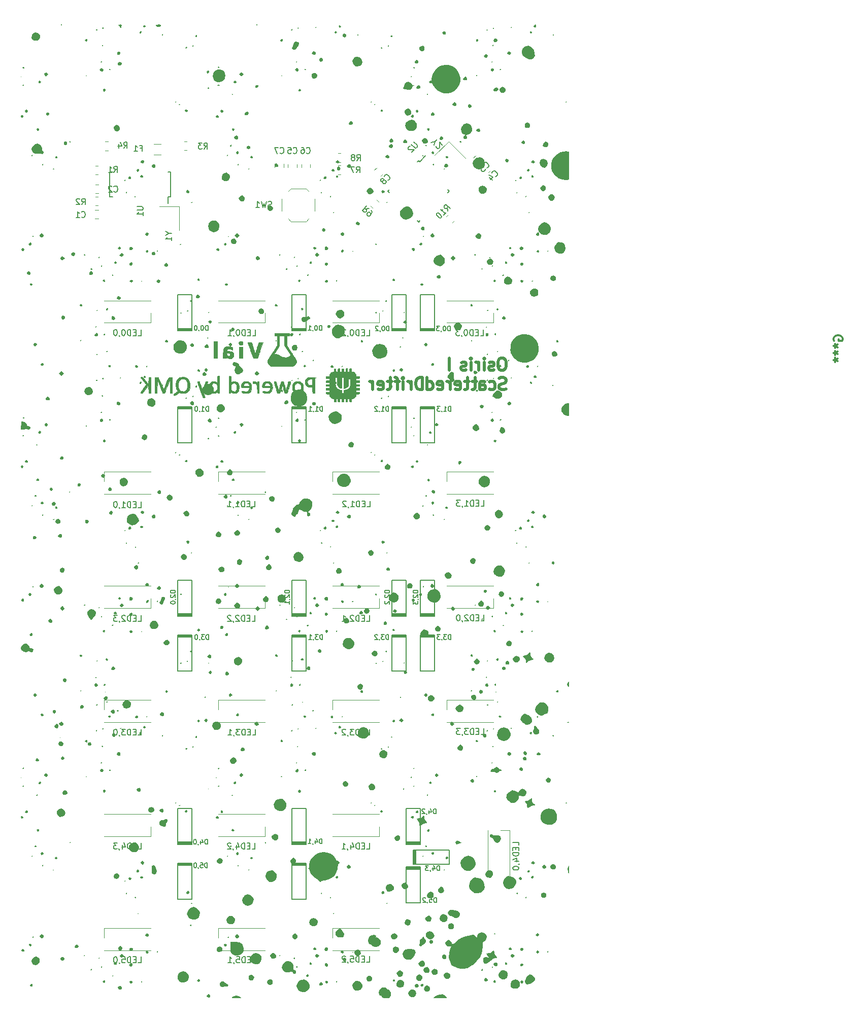
<source format=gbr>
%TF.GenerationSoftware,KiCad,Pcbnew,(6.99.0-222-g367431f825)*%
%TF.CreationDate,2022-01-14T00:46:19+01:00*%
%TF.ProjectId,usbhub-macropad,75736268-7562-42d6-9d61-63726f706164,rev?*%
%TF.SameCoordinates,Original*%
%TF.FileFunction,Legend,Bot*%
%TF.FilePolarity,Positive*%
%FSLAX46Y46*%
G04 Gerber Fmt 4.6, Leading zero omitted, Abs format (unit mm)*
G04 Created by KiCad (PCBNEW (6.99.0-222-g367431f825)) date 2022-01-14 00:46:19*
%MOMM*%
%LPD*%
G01*
G04 APERTURE LIST*
%ADD10C,0.500000*%
%ADD11C,0.150000*%
%ADD12C,0.300000*%
%ADD13C,0.120000*%
%ADD14C,0.200000*%
%ADD15C,0.010000*%
G04 APERTURE END LIST*
D10*
X172322857Y-64264761D02*
X171941904Y-64264761D01*
X171751428Y-64360000D01*
X171560952Y-64550476D01*
X171465714Y-64931428D01*
X171465714Y-65598095D01*
X171560952Y-65979047D01*
X171751428Y-66169523D01*
X171941904Y-66264761D01*
X172322857Y-66264761D01*
X172513333Y-66169523D01*
X172703809Y-65979047D01*
X172799047Y-65598095D01*
X172799047Y-64931428D01*
X172703809Y-64550476D01*
X172513333Y-64360000D01*
X172322857Y-64264761D01*
X170784762Y-66169523D02*
X170594286Y-66264761D01*
X170213334Y-66264761D01*
X170022857Y-66169523D01*
X169927619Y-65979047D01*
X169927619Y-65883809D01*
X170022857Y-65693333D01*
X170213334Y-65598095D01*
X170499048Y-65598095D01*
X170689524Y-65502857D01*
X170784762Y-65312380D01*
X170784762Y-65217142D01*
X170689524Y-65026666D01*
X170499048Y-64931428D01*
X170213334Y-64931428D01*
X170022857Y-65026666D01*
X169151429Y-66264761D02*
X169151429Y-64931428D01*
X169151429Y-64264761D02*
X169246667Y-64360000D01*
X169151429Y-64455238D01*
X169056191Y-64360000D01*
X169151429Y-64264761D01*
X169151429Y-64455238D01*
X168280001Y-66264761D02*
X168280001Y-64931428D01*
X168280001Y-65312380D02*
X168184763Y-65121904D01*
X168089525Y-65026666D01*
X167899049Y-64931428D01*
X167708572Y-64931428D01*
X166932382Y-66264761D02*
X166932382Y-64931428D01*
X166932382Y-64264761D02*
X167027620Y-64360000D01*
X166932382Y-64455238D01*
X166837144Y-64360000D01*
X166932382Y-64264761D01*
X166932382Y-64455238D01*
X166156192Y-66169523D02*
X165965716Y-66264761D01*
X165584764Y-66264761D01*
X165394287Y-66169523D01*
X165299049Y-65979047D01*
X165299049Y-65883809D01*
X165394287Y-65693333D01*
X165584764Y-65598095D01*
X165870478Y-65598095D01*
X166060954Y-65502857D01*
X166156192Y-65312380D01*
X166156192Y-65217142D01*
X166060954Y-65026666D01*
X165870478Y-64931428D01*
X165584764Y-64931428D01*
X165394287Y-65026666D01*
X163322859Y-66264761D02*
X163322859Y-64264761D01*
X172799047Y-69409523D02*
X172513333Y-69504761D01*
X172037142Y-69504761D01*
X171846666Y-69409523D01*
X171751428Y-69314285D01*
X171656190Y-69123809D01*
X171656190Y-68933333D01*
X171751428Y-68742857D01*
X171846666Y-68647619D01*
X172037142Y-68552380D01*
X172418095Y-68457142D01*
X172608571Y-68361904D01*
X172703809Y-68266666D01*
X172799047Y-68076190D01*
X172799047Y-67885714D01*
X172703809Y-67695238D01*
X172608571Y-67600000D01*
X172418095Y-67504761D01*
X171941904Y-67504761D01*
X171656190Y-67600000D01*
X170022857Y-69409523D02*
X170213333Y-69504761D01*
X170594286Y-69504761D01*
X170784762Y-69409523D01*
X170880000Y-69314285D01*
X170975238Y-69123809D01*
X170975238Y-68552380D01*
X170880000Y-68361904D01*
X170784762Y-68266666D01*
X170594286Y-68171428D01*
X170213333Y-68171428D01*
X170022857Y-68266666D01*
X168389524Y-69504761D02*
X168389524Y-68457142D01*
X168484762Y-68266666D01*
X168675238Y-68171428D01*
X169056191Y-68171428D01*
X169246667Y-68266666D01*
X168389524Y-69409523D02*
X168580000Y-69504761D01*
X169056191Y-69504761D01*
X169246667Y-69409523D01*
X169341905Y-69219047D01*
X169341905Y-69028571D01*
X169246667Y-68838095D01*
X169056191Y-68742857D01*
X168580000Y-68742857D01*
X168389524Y-68647619D01*
X167899048Y-68171428D02*
X167137144Y-68171428D01*
X167613334Y-67504761D02*
X167613334Y-69219047D01*
X167518096Y-69409523D01*
X167327620Y-69504761D01*
X167137144Y-69504761D01*
X166646668Y-68171428D02*
X165884764Y-68171428D01*
X166360954Y-67504761D02*
X166360954Y-69219047D01*
X166265716Y-69409523D01*
X166075240Y-69504761D01*
X165884764Y-69504761D01*
X164346669Y-69409523D02*
X164537145Y-69504761D01*
X164918098Y-69504761D01*
X165108574Y-69409523D01*
X165203812Y-69219047D01*
X165203812Y-68457142D01*
X165108574Y-68266666D01*
X164918098Y-68171428D01*
X164537145Y-68171428D01*
X164346669Y-68266666D01*
X164251431Y-68457142D01*
X164251431Y-68647619D01*
X165203812Y-68838095D01*
X163475241Y-69504761D02*
X163475241Y-68171428D01*
X163475241Y-68552380D02*
X163380003Y-68361904D01*
X163284765Y-68266666D01*
X163094289Y-68171428D01*
X162903812Y-68171428D01*
X161365717Y-69409523D02*
X161556193Y-69504761D01*
X161937146Y-69504761D01*
X162127622Y-69409523D01*
X162222860Y-69219047D01*
X162222860Y-68457142D01*
X162127622Y-68266666D01*
X161937146Y-68171428D01*
X161556193Y-68171428D01*
X161365717Y-68266666D01*
X161270479Y-68457142D01*
X161270479Y-68647619D01*
X162222860Y-68838095D01*
X159637146Y-69504761D02*
X159637146Y-67504761D01*
X159637146Y-69409523D02*
X159827622Y-69504761D01*
X160208575Y-69504761D01*
X160399051Y-69409523D01*
X160494289Y-69314285D01*
X160589527Y-69123809D01*
X160589527Y-68552380D01*
X160494289Y-68361904D01*
X160399051Y-68266666D01*
X160208575Y-68171428D01*
X159827622Y-68171428D01*
X159637146Y-68266666D01*
X158860956Y-69504761D02*
X158860956Y-67504761D01*
X158384766Y-67504761D01*
X158099051Y-67600000D01*
X157908575Y-67790476D01*
X157813337Y-67980952D01*
X157718099Y-68361904D01*
X157718099Y-68647619D01*
X157813337Y-69028571D01*
X157908575Y-69219047D01*
X158099051Y-69409523D01*
X158384766Y-69504761D01*
X158860956Y-69504761D01*
X156941909Y-69504761D02*
X156941909Y-68171428D01*
X156941909Y-68552380D02*
X156846671Y-68361904D01*
X156751433Y-68266666D01*
X156560957Y-68171428D01*
X156370480Y-68171428D01*
X155594290Y-69504761D02*
X155594290Y-68171428D01*
X155594290Y-67504761D02*
X155689528Y-67600000D01*
X155594290Y-67695238D01*
X155499052Y-67600000D01*
X155594290Y-67504761D01*
X155594290Y-67695238D01*
X155008576Y-68171428D02*
X154246672Y-68171428D01*
X154722862Y-69504761D02*
X154722862Y-67790476D01*
X154627624Y-67600000D01*
X154437148Y-67504761D01*
X154246672Y-67504761D01*
X153756196Y-68171428D02*
X152994292Y-68171428D01*
X153470482Y-67504761D02*
X153470482Y-69219047D01*
X153375244Y-69409523D01*
X153184768Y-69504761D01*
X152994292Y-69504761D01*
X151456197Y-69409523D02*
X151646673Y-69504761D01*
X152027626Y-69504761D01*
X152218102Y-69409523D01*
X152313340Y-69219047D01*
X152313340Y-68457142D01*
X152218102Y-68266666D01*
X152027626Y-68171428D01*
X151646673Y-68171428D01*
X151456197Y-68266666D01*
X151360959Y-68457142D01*
X151360959Y-68647619D01*
X152313340Y-68838095D01*
X150584769Y-69504761D02*
X150584769Y-68171428D01*
X150584769Y-68552380D02*
X150489531Y-68361904D01*
X150394293Y-68266666D01*
X150203817Y-68171428D01*
X150013340Y-68171428D01*
D11*
%TO.C,U1*%
X111252380Y-38972382D02*
X112061904Y-38972382D01*
X112157142Y-39020001D01*
X112204761Y-39067620D01*
X112252380Y-39162858D01*
X112252380Y-39353334D01*
X112204761Y-39448572D01*
X112157142Y-39496191D01*
X112061904Y-39543810D01*
X111252380Y-39543810D01*
X112252380Y-40455714D02*
X112252380Y-39884286D01*
X112252380Y-40170000D02*
X111252380Y-40170000D01*
X111395238Y-40074762D01*
X111490476Y-39979524D01*
X111538095Y-39884286D01*
%TO.C,F1*%
X111796665Y-29218571D02*
X112129998Y-29218571D01*
X112129998Y-29742380D02*
X112129998Y-28742380D01*
X111653808Y-28742380D01*
X110741904Y-29742380D02*
X111313332Y-29742380D01*
X111027618Y-29742380D02*
X111027618Y-28742380D01*
X111122856Y-28885238D01*
X111218094Y-28980476D01*
X111313332Y-29028095D01*
%TO.C,C6*%
X139506189Y-29997142D02*
X139553808Y-30044761D01*
X139696665Y-30092380D01*
X139791903Y-30092380D01*
X139934760Y-30044761D01*
X140029998Y-29949523D01*
X140077617Y-29854285D01*
X140125236Y-29663809D01*
X140125236Y-29520952D01*
X140077617Y-29330476D01*
X140029998Y-29235238D01*
X139934760Y-29140000D01*
X139791903Y-29092380D01*
X139696665Y-29092380D01*
X139553808Y-29140000D01*
X139506189Y-29187619D01*
X138689523Y-29092380D02*
X138879999Y-29092380D01*
X138975237Y-29140000D01*
X139022856Y-29187619D01*
X139118094Y-29330476D01*
X139165713Y-29520952D01*
X139165713Y-29901904D01*
X139118094Y-29997142D01*
X139070475Y-30044761D01*
X138975237Y-30092380D01*
X138784761Y-30092380D01*
X138689523Y-30044761D01*
X138641904Y-29997142D01*
X138594285Y-29901904D01*
X138594285Y-29663809D01*
X138641904Y-29568571D01*
X138689523Y-29520952D01*
X138784761Y-29473333D01*
X138975237Y-29473333D01*
X139070475Y-29520952D01*
X139118094Y-29568571D01*
X139165713Y-29663809D01*
%TO.C,C7*%
X135129999Y-29997142D02*
X135177618Y-30044761D01*
X135320475Y-30092380D01*
X135415713Y-30092380D01*
X135558570Y-30044761D01*
X135653808Y-29949523D01*
X135701427Y-29854285D01*
X135749046Y-29663809D01*
X135749046Y-29520952D01*
X135701427Y-29330476D01*
X135653808Y-29235238D01*
X135558570Y-29140000D01*
X135415713Y-29092380D01*
X135320475Y-29092380D01*
X135177618Y-29140000D01*
X135129999Y-29187619D01*
X134837142Y-29092380D02*
X134170476Y-29092380D01*
X134599047Y-30092380D01*
%TO.C,D0\u002C0*%
X123077141Y-59601904D02*
X123077141Y-58801904D01*
X122886665Y-58801904D01*
X122772379Y-58840000D01*
X122696189Y-58916190D01*
X122658094Y-58992380D01*
X122619998Y-59144761D01*
X122619998Y-59259047D01*
X122658094Y-59411428D01*
X122696189Y-59487619D01*
X122772379Y-59563809D01*
X122886665Y-59601904D01*
X123077141Y-59601904D01*
X122157141Y-58801904D02*
X122080951Y-58801904D01*
X122004760Y-58840000D01*
X121966665Y-58878095D01*
X121928570Y-58954285D01*
X121890475Y-59106666D01*
X121890475Y-59297142D01*
X121928570Y-59449523D01*
X121966665Y-59525714D01*
X122004760Y-59563809D01*
X122080951Y-59601904D01*
X122157141Y-59601904D01*
X122233332Y-59563809D01*
X122271427Y-59525714D01*
X122309522Y-59449523D01*
X122347618Y-59297142D01*
X122347618Y-59106666D01*
X122309522Y-58954285D01*
X122271427Y-58878095D01*
X122233332Y-58840000D01*
X122157141Y-58801904D01*
X121541904Y-59563809D02*
X121541904Y-59601904D01*
X121579999Y-59678095D01*
X121618095Y-59716190D01*
X121079047Y-58801904D02*
X121002857Y-58801904D01*
X120926666Y-58840000D01*
X120888571Y-58878095D01*
X120850476Y-58954285D01*
X120812381Y-59106666D01*
X120812381Y-59297142D01*
X120850476Y-59449523D01*
X120888571Y-59525714D01*
X120926666Y-59563809D01*
X121002857Y-59601904D01*
X121079047Y-59601904D01*
X121155238Y-59563809D01*
X121193333Y-59525714D01*
X121231428Y-59449523D01*
X121269524Y-59297142D01*
X121269524Y-59106666D01*
X121231428Y-58954285D01*
X121193333Y-58878095D01*
X121155238Y-58840000D01*
X121079047Y-58801904D01*
%TO.C,D0\u002C3*%
X163477141Y-59701904D02*
X163477141Y-58901904D01*
X163286665Y-58901904D01*
X163172379Y-58940000D01*
X163096189Y-59016190D01*
X163058094Y-59092380D01*
X163019998Y-59244761D01*
X163019998Y-59359047D01*
X163058094Y-59511428D01*
X163096189Y-59587619D01*
X163172379Y-59663809D01*
X163286665Y-59701904D01*
X163477141Y-59701904D01*
X162557141Y-58901904D02*
X162480951Y-58901904D01*
X162404760Y-58940000D01*
X162366665Y-58978095D01*
X162328570Y-59054285D01*
X162290475Y-59206666D01*
X162290475Y-59397142D01*
X162328570Y-59549523D01*
X162366665Y-59625714D01*
X162404760Y-59663809D01*
X162480951Y-59701904D01*
X162557141Y-59701904D01*
X162633332Y-59663809D01*
X162671427Y-59625714D01*
X162709522Y-59549523D01*
X162747618Y-59397142D01*
X162747618Y-59206666D01*
X162709522Y-59054285D01*
X162671427Y-58978095D01*
X162633332Y-58940000D01*
X162557141Y-58901904D01*
X161941904Y-59663809D02*
X161941904Y-59701904D01*
X161979999Y-59778095D01*
X162018095Y-59816190D01*
X161707619Y-58901904D02*
X161212381Y-58901904D01*
X161479047Y-59206666D01*
X161364762Y-59206666D01*
X161288571Y-59244761D01*
X161250476Y-59282857D01*
X161212381Y-59359047D01*
X161212381Y-59549523D01*
X161250476Y-59625714D01*
X161288571Y-59663809D01*
X161364762Y-59701904D01*
X161593333Y-59701904D01*
X161669524Y-59663809D01*
X161707619Y-59625714D01*
%TO.C,D0\u002C2*%
X153277141Y-59701904D02*
X153277141Y-58901904D01*
X153086665Y-58901904D01*
X152972379Y-58940000D01*
X152896189Y-59016190D01*
X152858094Y-59092380D01*
X152819998Y-59244761D01*
X152819998Y-59359047D01*
X152858094Y-59511428D01*
X152896189Y-59587619D01*
X152972379Y-59663809D01*
X153086665Y-59701904D01*
X153277141Y-59701904D01*
X152357141Y-58901904D02*
X152280951Y-58901904D01*
X152204760Y-58940000D01*
X152166665Y-58978095D01*
X152128570Y-59054285D01*
X152090475Y-59206666D01*
X152090475Y-59397142D01*
X152128570Y-59549523D01*
X152166665Y-59625714D01*
X152204760Y-59663809D01*
X152280951Y-59701904D01*
X152357141Y-59701904D01*
X152433332Y-59663809D01*
X152471427Y-59625714D01*
X152509522Y-59549523D01*
X152547618Y-59397142D01*
X152547618Y-59206666D01*
X152509522Y-59054285D01*
X152471427Y-58978095D01*
X152433332Y-58940000D01*
X152357141Y-58901904D01*
X151741904Y-59663809D02*
X151741904Y-59701904D01*
X151779999Y-59778095D01*
X151818095Y-59816190D01*
X151469524Y-58978095D02*
X151431428Y-58940000D01*
X151355238Y-58901904D01*
X151164762Y-58901904D01*
X151088571Y-58940000D01*
X151050476Y-58978095D01*
X151012381Y-59054285D01*
X151012381Y-59130476D01*
X151050476Y-59244761D01*
X151507619Y-59701904D01*
X151012381Y-59701904D01*
%TO.C,D0\u002C1*%
X142077141Y-59601904D02*
X142077141Y-58801904D01*
X141886665Y-58801904D01*
X141772379Y-58840000D01*
X141696189Y-58916190D01*
X141658094Y-58992380D01*
X141619998Y-59144761D01*
X141619998Y-59259047D01*
X141658094Y-59411428D01*
X141696189Y-59487619D01*
X141772379Y-59563809D01*
X141886665Y-59601904D01*
X142077141Y-59601904D01*
X141157141Y-58801904D02*
X141080951Y-58801904D01*
X141004760Y-58840000D01*
X140966665Y-58878095D01*
X140928570Y-58954285D01*
X140890475Y-59106666D01*
X140890475Y-59297142D01*
X140928570Y-59449523D01*
X140966665Y-59525714D01*
X141004760Y-59563809D01*
X141080951Y-59601904D01*
X141157141Y-59601904D01*
X141233332Y-59563809D01*
X141271427Y-59525714D01*
X141309522Y-59449523D01*
X141347618Y-59297142D01*
X141347618Y-59106666D01*
X141309522Y-58954285D01*
X141271427Y-58878095D01*
X141233332Y-58840000D01*
X141157141Y-58801904D01*
X140541904Y-59563809D02*
X140541904Y-59601904D01*
X140579999Y-59678095D01*
X140618095Y-59716190D01*
X139812381Y-59601904D02*
X140269524Y-59601904D01*
X140040952Y-59601904D02*
X140040952Y-58801904D01*
X140117143Y-58916190D01*
X140193333Y-58992380D01*
X140269524Y-59030476D01*
%TO.C,D1\u002C3*%
X163577141Y-73101904D02*
X163577141Y-72301904D01*
X163386665Y-72301904D01*
X163272379Y-72340000D01*
X163196189Y-72416190D01*
X163158094Y-72492380D01*
X163119998Y-72644761D01*
X163119998Y-72759047D01*
X163158094Y-72911428D01*
X163196189Y-72987619D01*
X163272379Y-73063809D01*
X163386665Y-73101904D01*
X163577141Y-73101904D01*
X162390475Y-73101904D02*
X162847618Y-73101904D01*
X162619046Y-73101904D02*
X162619046Y-72301904D01*
X162695237Y-72416190D01*
X162771427Y-72492380D01*
X162847618Y-72530476D01*
X162041904Y-73063809D02*
X162041904Y-73101904D01*
X162079999Y-73178095D01*
X162118095Y-73216190D01*
X161807619Y-72301904D02*
X161312381Y-72301904D01*
X161579047Y-72606666D01*
X161464762Y-72606666D01*
X161388571Y-72644761D01*
X161350476Y-72682857D01*
X161312381Y-72759047D01*
X161312381Y-72949523D01*
X161350476Y-73025714D01*
X161388571Y-73063809D01*
X161464762Y-73101904D01*
X161693333Y-73101904D01*
X161769524Y-73063809D01*
X161807619Y-73025714D01*
%TO.C,D1\u002C1*%
X142177141Y-73101904D02*
X142177141Y-72301904D01*
X141986665Y-72301904D01*
X141872379Y-72340000D01*
X141796189Y-72416190D01*
X141758094Y-72492380D01*
X141719998Y-72644761D01*
X141719998Y-72759047D01*
X141758094Y-72911428D01*
X141796189Y-72987619D01*
X141872379Y-73063809D01*
X141986665Y-73101904D01*
X142177141Y-73101904D01*
X140990475Y-73101904D02*
X141447618Y-73101904D01*
X141219046Y-73101904D02*
X141219046Y-72301904D01*
X141295237Y-72416190D01*
X141371427Y-72492380D01*
X141447618Y-72530476D01*
X140641904Y-73063809D02*
X140641904Y-73101904D01*
X140679999Y-73178095D01*
X140718095Y-73216190D01*
X139912381Y-73101904D02*
X140369524Y-73101904D01*
X140140952Y-73101904D02*
X140140952Y-72301904D01*
X140217143Y-72416190D01*
X140293333Y-72492380D01*
X140369524Y-72530476D01*
%TO.C,D1\u002C0*%
X123177141Y-73101904D02*
X123177141Y-72301904D01*
X122986665Y-72301904D01*
X122872379Y-72340000D01*
X122796189Y-72416190D01*
X122758094Y-72492380D01*
X122719998Y-72644761D01*
X122719998Y-72759047D01*
X122758094Y-72911428D01*
X122796189Y-72987619D01*
X122872379Y-73063809D01*
X122986665Y-73101904D01*
X123177141Y-73101904D01*
X121990475Y-73101904D02*
X122447618Y-73101904D01*
X122219046Y-73101904D02*
X122219046Y-72301904D01*
X122295237Y-72416190D01*
X122371427Y-72492380D01*
X122447618Y-72530476D01*
X121641904Y-73063809D02*
X121641904Y-73101904D01*
X121679999Y-73178095D01*
X121718095Y-73216190D01*
X121179047Y-72301904D02*
X121102857Y-72301904D01*
X121026666Y-72340000D01*
X120988571Y-72378095D01*
X120950476Y-72454285D01*
X120912381Y-72606666D01*
X120912381Y-72797142D01*
X120950476Y-72949523D01*
X120988571Y-73025714D01*
X121026666Y-73063809D01*
X121102857Y-73101904D01*
X121179047Y-73101904D01*
X121255238Y-73063809D01*
X121293333Y-73025714D01*
X121331428Y-72949523D01*
X121369524Y-72797142D01*
X121369524Y-72606666D01*
X121331428Y-72454285D01*
X121293333Y-72378095D01*
X121255238Y-72340000D01*
X121179047Y-72301904D01*
%TO.C,D2\u002C3*%
X158123154Y-103030358D02*
X157323154Y-103030358D01*
X157323154Y-103220834D01*
X157361250Y-103335120D01*
X157437440Y-103411310D01*
X157513630Y-103449405D01*
X157666011Y-103487501D01*
X157780297Y-103487501D01*
X157932678Y-103449405D01*
X158008869Y-103411310D01*
X158085059Y-103335120D01*
X158123154Y-103220834D01*
X158123154Y-103030358D01*
X157399345Y-103759881D02*
X157361250Y-103797977D01*
X157323154Y-103874167D01*
X157323154Y-104064643D01*
X157361250Y-104140834D01*
X157399345Y-104178929D01*
X157475535Y-104217024D01*
X157551726Y-104217024D01*
X157666011Y-104178929D01*
X158123154Y-103721786D01*
X158123154Y-104217024D01*
X158085059Y-104565595D02*
X158123154Y-104565595D01*
X158199345Y-104527500D01*
X158237440Y-104489404D01*
X157323154Y-104799880D02*
X157323154Y-105295118D01*
X157627916Y-105028452D01*
X157627916Y-105142737D01*
X157666011Y-105218928D01*
X157704107Y-105257023D01*
X157780297Y-105295118D01*
X157970773Y-105295118D01*
X158046964Y-105257023D01*
X158085059Y-105218928D01*
X158123154Y-105142737D01*
X158123154Y-104914166D01*
X158085059Y-104837975D01*
X158046964Y-104799880D01*
%TO.C,D2\u002C1*%
X136691904Y-103030358D02*
X135891904Y-103030358D01*
X135891904Y-103220834D01*
X135930000Y-103335120D01*
X136006190Y-103411310D01*
X136082380Y-103449405D01*
X136234761Y-103487501D01*
X136349047Y-103487501D01*
X136501428Y-103449405D01*
X136577619Y-103411310D01*
X136653809Y-103335120D01*
X136691904Y-103220834D01*
X136691904Y-103030358D01*
X135968095Y-103759881D02*
X135930000Y-103797977D01*
X135891904Y-103874167D01*
X135891904Y-104064643D01*
X135930000Y-104140834D01*
X135968095Y-104178929D01*
X136044285Y-104217024D01*
X136120476Y-104217024D01*
X136234761Y-104178929D01*
X136691904Y-103721786D01*
X136691904Y-104217024D01*
X136653809Y-104565595D02*
X136691904Y-104565595D01*
X136768095Y-104527500D01*
X136806190Y-104489404D01*
X136691904Y-105295118D02*
X136691904Y-104837975D01*
X136691904Y-105066547D02*
X135891904Y-105066547D01*
X136006190Y-104990356D01*
X136082380Y-104914166D01*
X136120476Y-104837975D01*
%TO.C,D2\u002C0*%
X117641904Y-103030358D02*
X116841904Y-103030358D01*
X116841904Y-103220834D01*
X116880000Y-103335120D01*
X116956190Y-103411310D01*
X117032380Y-103449405D01*
X117184761Y-103487501D01*
X117299047Y-103487501D01*
X117451428Y-103449405D01*
X117527619Y-103411310D01*
X117603809Y-103335120D01*
X117641904Y-103220834D01*
X117641904Y-103030358D01*
X116918095Y-103759881D02*
X116880000Y-103797977D01*
X116841904Y-103874167D01*
X116841904Y-104064643D01*
X116880000Y-104140834D01*
X116918095Y-104178929D01*
X116994285Y-104217024D01*
X117070476Y-104217024D01*
X117184761Y-104178929D01*
X117641904Y-103721786D01*
X117641904Y-104217024D01*
X117603809Y-104565595D02*
X117641904Y-104565595D01*
X117718095Y-104527500D01*
X117756190Y-104489404D01*
X116841904Y-105028452D02*
X116841904Y-105104642D01*
X116880000Y-105180833D01*
X116918095Y-105218928D01*
X116994285Y-105257023D01*
X117146666Y-105295118D01*
X117337142Y-105295118D01*
X117489523Y-105257023D01*
X117565714Y-105218928D01*
X117603809Y-105180833D01*
X117641904Y-105104642D01*
X117641904Y-105028452D01*
X117603809Y-104952261D01*
X117565714Y-104914166D01*
X117489523Y-104876071D01*
X117337142Y-104837975D01*
X117146666Y-104837975D01*
X116994285Y-104876071D01*
X116918095Y-104914166D01*
X116880000Y-104952261D01*
X116841904Y-105028452D01*
%TO.C,D2\u002C2*%
X153360654Y-103030358D02*
X152560654Y-103030358D01*
X152560654Y-103220834D01*
X152598750Y-103335120D01*
X152674940Y-103411310D01*
X152751130Y-103449405D01*
X152903511Y-103487501D01*
X153017797Y-103487501D01*
X153170178Y-103449405D01*
X153246369Y-103411310D01*
X153322559Y-103335120D01*
X153360654Y-103220834D01*
X153360654Y-103030358D01*
X152636845Y-103759881D02*
X152598750Y-103797977D01*
X152560654Y-103874167D01*
X152560654Y-104064643D01*
X152598750Y-104140834D01*
X152636845Y-104178929D01*
X152713035Y-104217024D01*
X152789226Y-104217024D01*
X152903511Y-104178929D01*
X153360654Y-103721786D01*
X153360654Y-104217024D01*
X153322559Y-104565595D02*
X153360654Y-104565595D01*
X153436845Y-104527500D01*
X153474940Y-104489404D01*
X152636845Y-104837975D02*
X152598750Y-104876071D01*
X152560654Y-104952261D01*
X152560654Y-105142737D01*
X152598750Y-105218928D01*
X152636845Y-105257023D01*
X152713035Y-105295118D01*
X152789226Y-105295118D01*
X152903511Y-105257023D01*
X153360654Y-104799880D01*
X153360654Y-105295118D01*
%TO.C,D3\u002C0*%
X123177141Y-111201904D02*
X123177141Y-110401904D01*
X122986665Y-110401904D01*
X122872379Y-110440000D01*
X122796189Y-110516190D01*
X122758094Y-110592380D01*
X122719998Y-110744761D01*
X122719998Y-110859047D01*
X122758094Y-111011428D01*
X122796189Y-111087619D01*
X122872379Y-111163809D01*
X122986665Y-111201904D01*
X123177141Y-111201904D01*
X122485713Y-110401904D02*
X121990475Y-110401904D01*
X122257141Y-110706666D01*
X122142856Y-110706666D01*
X122066665Y-110744761D01*
X122028570Y-110782857D01*
X121990475Y-110859047D01*
X121990475Y-111049523D01*
X122028570Y-111125714D01*
X122066665Y-111163809D01*
X122142856Y-111201904D01*
X122371427Y-111201904D01*
X122447618Y-111163809D01*
X122485713Y-111125714D01*
X121641904Y-111163809D02*
X121641904Y-111201904D01*
X121679999Y-111278095D01*
X121718095Y-111316190D01*
X121179047Y-110401904D02*
X121102857Y-110401904D01*
X121026666Y-110440000D01*
X120988571Y-110478095D01*
X120950476Y-110554285D01*
X120912381Y-110706666D01*
X120912381Y-110897142D01*
X120950476Y-111049523D01*
X120988571Y-111125714D01*
X121026666Y-111163809D01*
X121102857Y-111201904D01*
X121179047Y-111201904D01*
X121255238Y-111163809D01*
X121293333Y-111125714D01*
X121331428Y-111049523D01*
X121369524Y-110897142D01*
X121369524Y-110706666D01*
X121331428Y-110554285D01*
X121293333Y-110478095D01*
X121255238Y-110440000D01*
X121179047Y-110401904D01*
%TO.C,D3\u002C3*%
X163577141Y-111201904D02*
X163577141Y-110401904D01*
X163386665Y-110401904D01*
X163272379Y-110440000D01*
X163196189Y-110516190D01*
X163158094Y-110592380D01*
X163119998Y-110744761D01*
X163119998Y-110859047D01*
X163158094Y-111011428D01*
X163196189Y-111087619D01*
X163272379Y-111163809D01*
X163386665Y-111201904D01*
X163577141Y-111201904D01*
X162885713Y-110401904D02*
X162390475Y-110401904D01*
X162657141Y-110706666D01*
X162542856Y-110706666D01*
X162466665Y-110744761D01*
X162428570Y-110782857D01*
X162390475Y-110859047D01*
X162390475Y-111049523D01*
X162428570Y-111125714D01*
X162466665Y-111163809D01*
X162542856Y-111201904D01*
X162771427Y-111201904D01*
X162847618Y-111163809D01*
X162885713Y-111125714D01*
X162041904Y-111163809D02*
X162041904Y-111201904D01*
X162079999Y-111278095D01*
X162118095Y-111316190D01*
X161807619Y-110401904D02*
X161312381Y-110401904D01*
X161579047Y-110706666D01*
X161464762Y-110706666D01*
X161388571Y-110744761D01*
X161350476Y-110782857D01*
X161312381Y-110859047D01*
X161312381Y-111049523D01*
X161350476Y-111125714D01*
X161388571Y-111163809D01*
X161464762Y-111201904D01*
X161693333Y-111201904D01*
X161769524Y-111163809D01*
X161807619Y-111125714D01*
%TO.C,D3\u002C2*%
X153177141Y-111201904D02*
X153177141Y-110401904D01*
X152986665Y-110401904D01*
X152872379Y-110440000D01*
X152796189Y-110516190D01*
X152758094Y-110592380D01*
X152719998Y-110744761D01*
X152719998Y-110859047D01*
X152758094Y-111011428D01*
X152796189Y-111087619D01*
X152872379Y-111163809D01*
X152986665Y-111201904D01*
X153177141Y-111201904D01*
X152485713Y-110401904D02*
X151990475Y-110401904D01*
X152257141Y-110706666D01*
X152142856Y-110706666D01*
X152066665Y-110744761D01*
X152028570Y-110782857D01*
X151990475Y-110859047D01*
X151990475Y-111049523D01*
X152028570Y-111125714D01*
X152066665Y-111163809D01*
X152142856Y-111201904D01*
X152371427Y-111201904D01*
X152447618Y-111163809D01*
X152485713Y-111125714D01*
X151641904Y-111163809D02*
X151641904Y-111201904D01*
X151679999Y-111278095D01*
X151718095Y-111316190D01*
X151369524Y-110478095D02*
X151331428Y-110440000D01*
X151255238Y-110401904D01*
X151064762Y-110401904D01*
X150988571Y-110440000D01*
X150950476Y-110478095D01*
X150912381Y-110554285D01*
X150912381Y-110630476D01*
X150950476Y-110744761D01*
X151407619Y-111201904D01*
X150912381Y-111201904D01*
%TO.C,D3\u002C1*%
X142177141Y-111201904D02*
X142177141Y-110401904D01*
X141986665Y-110401904D01*
X141872379Y-110440000D01*
X141796189Y-110516190D01*
X141758094Y-110592380D01*
X141719998Y-110744761D01*
X141719998Y-110859047D01*
X141758094Y-111011428D01*
X141796189Y-111087619D01*
X141872379Y-111163809D01*
X141986665Y-111201904D01*
X142177141Y-111201904D01*
X141485713Y-110401904D02*
X140990475Y-110401904D01*
X141257141Y-110706666D01*
X141142856Y-110706666D01*
X141066665Y-110744761D01*
X141028570Y-110782857D01*
X140990475Y-110859047D01*
X140990475Y-111049523D01*
X141028570Y-111125714D01*
X141066665Y-111163809D01*
X141142856Y-111201904D01*
X141371427Y-111201904D01*
X141447618Y-111163809D01*
X141485713Y-111125714D01*
X140641904Y-111163809D02*
X140641904Y-111201904D01*
X140679999Y-111278095D01*
X140718095Y-111316190D01*
X139912381Y-111201904D02*
X140369524Y-111201904D01*
X140140952Y-111201904D02*
X140140952Y-110401904D01*
X140217143Y-110516190D01*
X140293333Y-110592380D01*
X140369524Y-110630476D01*
%TO.C,D4\u002C1*%
X142096189Y-145301904D02*
X142096189Y-144501904D01*
X141905713Y-144501904D01*
X141791427Y-144540000D01*
X141715237Y-144616190D01*
X141677142Y-144692380D01*
X141639046Y-144844761D01*
X141639046Y-144959047D01*
X141677142Y-145111428D01*
X141715237Y-145187619D01*
X141791427Y-145263809D01*
X141905713Y-145301904D01*
X142096189Y-145301904D01*
X140985713Y-144768571D02*
X140985713Y-145301904D01*
X141176189Y-144463809D02*
X141366666Y-145035238D01*
X140871427Y-145035238D01*
X140522856Y-145263809D02*
X140522856Y-145301904D01*
X140560951Y-145378095D01*
X140599047Y-145416190D01*
X139793333Y-145301904D02*
X140250476Y-145301904D01*
X140021904Y-145301904D02*
X140021904Y-144501904D01*
X140098095Y-144616190D01*
X140174285Y-144692380D01*
X140250476Y-144730476D01*
%TO.C,D4\u002C2*%
X161096189Y-140301904D02*
X161096189Y-139501904D01*
X160905713Y-139501904D01*
X160791427Y-139540000D01*
X160715237Y-139616190D01*
X160677142Y-139692380D01*
X160639046Y-139844761D01*
X160639046Y-139959047D01*
X160677142Y-140111428D01*
X160715237Y-140187619D01*
X160791427Y-140263809D01*
X160905713Y-140301904D01*
X161096189Y-140301904D01*
X159985713Y-139768571D02*
X159985713Y-140301904D01*
X160176189Y-139463809D02*
X160366666Y-140035238D01*
X159871427Y-140035238D01*
X159522856Y-140263809D02*
X159522856Y-140301904D01*
X159560951Y-140378095D01*
X159599047Y-140416190D01*
X159250476Y-139578095D02*
X159212380Y-139540000D01*
X159136190Y-139501904D01*
X158945714Y-139501904D01*
X158869523Y-139540000D01*
X158831428Y-139578095D01*
X158793333Y-139654285D01*
X158793333Y-139730476D01*
X158831428Y-139844761D01*
X159288571Y-140301904D01*
X158793333Y-140301904D01*
%TO.C,D4\u002C3*%
X161696189Y-149801904D02*
X161696189Y-149001904D01*
X161505713Y-149001904D01*
X161391427Y-149040000D01*
X161315237Y-149116190D01*
X161277142Y-149192380D01*
X161239046Y-149344761D01*
X161239046Y-149459047D01*
X161277142Y-149611428D01*
X161315237Y-149687619D01*
X161391427Y-149763809D01*
X161505713Y-149801904D01*
X161696189Y-149801904D01*
X160585713Y-149268571D02*
X160585713Y-149801904D01*
X160776189Y-148963809D02*
X160966666Y-149535238D01*
X160471427Y-149535238D01*
X160122856Y-149763809D02*
X160122856Y-149801904D01*
X160160951Y-149878095D01*
X160199047Y-149916190D01*
X159888571Y-149001904D02*
X159393333Y-149001904D01*
X159659999Y-149306666D01*
X159545714Y-149306666D01*
X159469523Y-149344761D01*
X159431428Y-149382857D01*
X159393333Y-149459047D01*
X159393333Y-149649523D01*
X159431428Y-149725714D01*
X159469523Y-149763809D01*
X159545714Y-149801904D01*
X159774285Y-149801904D01*
X159850476Y-149763809D01*
X159888571Y-149725714D01*
%TO.C,D5\u002C0*%
X122977141Y-149301904D02*
X122977141Y-148501904D01*
X122786665Y-148501904D01*
X122672379Y-148540000D01*
X122596189Y-148616190D01*
X122558094Y-148692380D01*
X122519998Y-148844761D01*
X122519998Y-148959047D01*
X122558094Y-149111428D01*
X122596189Y-149187619D01*
X122672379Y-149263809D01*
X122786665Y-149301904D01*
X122977141Y-149301904D01*
X121828570Y-148501904D02*
X122209522Y-148501904D01*
X122247618Y-148882857D01*
X122209522Y-148844761D01*
X122133332Y-148806666D01*
X121942856Y-148806666D01*
X121866665Y-148844761D01*
X121828570Y-148882857D01*
X121790475Y-148959047D01*
X121790475Y-149149523D01*
X121828570Y-149225714D01*
X121866665Y-149263809D01*
X121942856Y-149301904D01*
X122133332Y-149301904D01*
X122209522Y-149263809D01*
X122247618Y-149225714D01*
X121441904Y-149263809D02*
X121441904Y-149301904D01*
X121479999Y-149378095D01*
X121518095Y-149416190D01*
X120979047Y-148501904D02*
X120902857Y-148501904D01*
X120826666Y-148540000D01*
X120788571Y-148578095D01*
X120750476Y-148654285D01*
X120712381Y-148806666D01*
X120712381Y-148997142D01*
X120750476Y-149149523D01*
X120788571Y-149225714D01*
X120826666Y-149263809D01*
X120902857Y-149301904D01*
X120979047Y-149301904D01*
X121055238Y-149263809D01*
X121093333Y-149225714D01*
X121131428Y-149149523D01*
X121169524Y-148997142D01*
X121169524Y-148806666D01*
X121131428Y-148654285D01*
X121093333Y-148578095D01*
X121055238Y-148540000D01*
X120979047Y-148501904D01*
%TO.C,D5\u002C1*%
X142177141Y-149401904D02*
X142177141Y-148601904D01*
X141986665Y-148601904D01*
X141872379Y-148640000D01*
X141796189Y-148716190D01*
X141758094Y-148792380D01*
X141719998Y-148944761D01*
X141719998Y-149059047D01*
X141758094Y-149211428D01*
X141796189Y-149287619D01*
X141872379Y-149363809D01*
X141986665Y-149401904D01*
X142177141Y-149401904D01*
X141028570Y-148601904D02*
X141409522Y-148601904D01*
X141447618Y-148982857D01*
X141409522Y-148944761D01*
X141333332Y-148906666D01*
X141142856Y-148906666D01*
X141066665Y-148944761D01*
X141028570Y-148982857D01*
X140990475Y-149059047D01*
X140990475Y-149249523D01*
X141028570Y-149325714D01*
X141066665Y-149363809D01*
X141142856Y-149401904D01*
X141333332Y-149401904D01*
X141409522Y-149363809D01*
X141447618Y-149325714D01*
X140641904Y-149363809D02*
X140641904Y-149401904D01*
X140679999Y-149478095D01*
X140718095Y-149516190D01*
X139912381Y-149401904D02*
X140369524Y-149401904D01*
X140140952Y-149401904D02*
X140140952Y-148601904D01*
X140217143Y-148716190D01*
X140293333Y-148792380D01*
X140369524Y-148830476D01*
%TO.C,D5\u002C2*%
X161177141Y-155101904D02*
X161177141Y-154301904D01*
X160986665Y-154301904D01*
X160872379Y-154340000D01*
X160796189Y-154416190D01*
X160758094Y-154492380D01*
X160719998Y-154644761D01*
X160719998Y-154759047D01*
X160758094Y-154911428D01*
X160796189Y-154987619D01*
X160872379Y-155063809D01*
X160986665Y-155101904D01*
X161177141Y-155101904D01*
X160028570Y-154301904D02*
X160409522Y-154301904D01*
X160447618Y-154682857D01*
X160409522Y-154644761D01*
X160333332Y-154606666D01*
X160142856Y-154606666D01*
X160066665Y-154644761D01*
X160028570Y-154682857D01*
X159990475Y-154759047D01*
X159990475Y-154949523D01*
X160028570Y-155025714D01*
X160066665Y-155063809D01*
X160142856Y-155101904D01*
X160333332Y-155101904D01*
X160409522Y-155063809D01*
X160447618Y-155025714D01*
X159641904Y-155063809D02*
X159641904Y-155101904D01*
X159679999Y-155178095D01*
X159718095Y-155216190D01*
X159369524Y-154378095D02*
X159331428Y-154340000D01*
X159255238Y-154301904D01*
X159064762Y-154301904D01*
X158988571Y-154340000D01*
X158950476Y-154378095D01*
X158912381Y-154454285D01*
X158912381Y-154530476D01*
X158950476Y-154644761D01*
X159407619Y-155101904D01*
X158912381Y-155101904D01*
%TO.C,LED0\u002C0*%
X111439521Y-60492380D02*
X111915711Y-60492380D01*
X111915711Y-59492380D01*
X111051426Y-59968571D02*
X110718093Y-59968571D01*
X110575236Y-60492380D02*
X111051426Y-60492380D01*
X111051426Y-59492380D01*
X110575236Y-59492380D01*
X110187141Y-60492380D02*
X110187141Y-59492380D01*
X109949046Y-59492380D01*
X109806189Y-59540000D01*
X109710951Y-59635238D01*
X109663332Y-59730476D01*
X109615713Y-59920952D01*
X109615713Y-60063809D01*
X109663332Y-60254285D01*
X109710951Y-60349523D01*
X109806189Y-60444761D01*
X109949046Y-60492380D01*
X110187141Y-60492380D01*
X109037142Y-59492380D02*
X108941904Y-59492380D01*
X108846666Y-59540000D01*
X108799047Y-59587619D01*
X108751428Y-59682857D01*
X108703809Y-59873333D01*
X108703809Y-60111428D01*
X108751428Y-60301904D01*
X108799047Y-60397142D01*
X108846666Y-60444761D01*
X108941904Y-60492380D01*
X109037142Y-60492380D01*
X109132380Y-60444761D01*
X109179999Y-60397142D01*
X109227618Y-60301904D01*
X109275237Y-60111428D01*
X109275237Y-59873333D01*
X109227618Y-59682857D01*
X109179999Y-59587619D01*
X109132380Y-59540000D01*
X109037142Y-59492380D01*
X108268095Y-60444761D02*
X108268095Y-60492380D01*
X108315714Y-60587619D01*
X108363333Y-60635238D01*
X107689524Y-59492380D02*
X107594286Y-59492380D01*
X107499048Y-59540000D01*
X107451429Y-59587619D01*
X107403810Y-59682857D01*
X107356191Y-59873333D01*
X107356191Y-60111428D01*
X107403810Y-60301904D01*
X107451429Y-60397142D01*
X107499048Y-60444761D01*
X107594286Y-60492380D01*
X107689524Y-60492380D01*
X107784762Y-60444761D01*
X107832381Y-60397142D01*
X107880000Y-60301904D01*
X107927619Y-60111428D01*
X107927619Y-59873333D01*
X107880000Y-59682857D01*
X107832381Y-59587619D01*
X107784762Y-59540000D01*
X107689524Y-59492380D01*
%TO.C,LED0\u002C1*%
X130539521Y-60492380D02*
X131015711Y-60492380D01*
X131015711Y-59492380D01*
X130151426Y-59968571D02*
X129818093Y-59968571D01*
X129675236Y-60492380D02*
X130151426Y-60492380D01*
X130151426Y-59492380D01*
X129675236Y-59492380D01*
X129287141Y-60492380D02*
X129287141Y-59492380D01*
X129049046Y-59492380D01*
X128906189Y-59540000D01*
X128810951Y-59635238D01*
X128763332Y-59730476D01*
X128715713Y-59920952D01*
X128715713Y-60063809D01*
X128763332Y-60254285D01*
X128810951Y-60349523D01*
X128906189Y-60444761D01*
X129049046Y-60492380D01*
X129287141Y-60492380D01*
X128137142Y-59492380D02*
X128041904Y-59492380D01*
X127946666Y-59540000D01*
X127899047Y-59587619D01*
X127851428Y-59682857D01*
X127803809Y-59873333D01*
X127803809Y-60111428D01*
X127851428Y-60301904D01*
X127899047Y-60397142D01*
X127946666Y-60444761D01*
X128041904Y-60492380D01*
X128137142Y-60492380D01*
X128232380Y-60444761D01*
X128279999Y-60397142D01*
X128327618Y-60301904D01*
X128375237Y-60111428D01*
X128375237Y-59873333D01*
X128327618Y-59682857D01*
X128279999Y-59587619D01*
X128232380Y-59540000D01*
X128137142Y-59492380D01*
X127368095Y-60444761D02*
X127368095Y-60492380D01*
X127415714Y-60587619D01*
X127463333Y-60635238D01*
X126456191Y-60492380D02*
X127027619Y-60492380D01*
X126741905Y-60492380D02*
X126741905Y-59492380D01*
X126837143Y-59635238D01*
X126932381Y-59730476D01*
X127027619Y-59778095D01*
%TO.C,LED0\u002C2*%
X149539521Y-60492380D02*
X150015711Y-60492380D01*
X150015711Y-59492380D01*
X149151426Y-59968571D02*
X148818093Y-59968571D01*
X148675236Y-60492380D02*
X149151426Y-60492380D01*
X149151426Y-59492380D01*
X148675236Y-59492380D01*
X148287141Y-60492380D02*
X148287141Y-59492380D01*
X148049046Y-59492380D01*
X147906189Y-59540000D01*
X147810951Y-59635238D01*
X147763332Y-59730476D01*
X147715713Y-59920952D01*
X147715713Y-60063809D01*
X147763332Y-60254285D01*
X147810951Y-60349523D01*
X147906189Y-60444761D01*
X148049046Y-60492380D01*
X148287141Y-60492380D01*
X147137142Y-59492380D02*
X147041904Y-59492380D01*
X146946666Y-59540000D01*
X146899047Y-59587619D01*
X146851428Y-59682857D01*
X146803809Y-59873333D01*
X146803809Y-60111428D01*
X146851428Y-60301904D01*
X146899047Y-60397142D01*
X146946666Y-60444761D01*
X147041904Y-60492380D01*
X147137142Y-60492380D01*
X147232380Y-60444761D01*
X147279999Y-60397142D01*
X147327618Y-60301904D01*
X147375237Y-60111428D01*
X147375237Y-59873333D01*
X147327618Y-59682857D01*
X147279999Y-59587619D01*
X147232380Y-59540000D01*
X147137142Y-59492380D01*
X146368095Y-60444761D02*
X146368095Y-60492380D01*
X146415714Y-60587619D01*
X146463333Y-60635238D01*
X146027619Y-59587619D02*
X145980000Y-59540000D01*
X145884762Y-59492380D01*
X145646667Y-59492380D01*
X145551429Y-59540000D01*
X145503810Y-59587619D01*
X145456191Y-59682857D01*
X145456191Y-59778095D01*
X145503810Y-59920952D01*
X146075238Y-60492380D01*
X145456191Y-60492380D01*
%TO.C,LED0\u002C3*%
X168539521Y-60492380D02*
X169015711Y-60492380D01*
X169015711Y-59492380D01*
X168151426Y-59968571D02*
X167818093Y-59968571D01*
X167675236Y-60492380D02*
X168151426Y-60492380D01*
X168151426Y-59492380D01*
X167675236Y-59492380D01*
X167287141Y-60492380D02*
X167287141Y-59492380D01*
X167049046Y-59492380D01*
X166906189Y-59540000D01*
X166810951Y-59635238D01*
X166763332Y-59730476D01*
X166715713Y-59920952D01*
X166715713Y-60063809D01*
X166763332Y-60254285D01*
X166810951Y-60349523D01*
X166906189Y-60444761D01*
X167049046Y-60492380D01*
X167287141Y-60492380D01*
X166137142Y-59492380D02*
X166041904Y-59492380D01*
X165946666Y-59540000D01*
X165899047Y-59587619D01*
X165851428Y-59682857D01*
X165803809Y-59873333D01*
X165803809Y-60111428D01*
X165851428Y-60301904D01*
X165899047Y-60397142D01*
X165946666Y-60444761D01*
X166041904Y-60492380D01*
X166137142Y-60492380D01*
X166232380Y-60444761D01*
X166279999Y-60397142D01*
X166327618Y-60301904D01*
X166375237Y-60111428D01*
X166375237Y-59873333D01*
X166327618Y-59682857D01*
X166279999Y-59587619D01*
X166232380Y-59540000D01*
X166137142Y-59492380D01*
X165368095Y-60444761D02*
X165368095Y-60492380D01*
X165415714Y-60587619D01*
X165463333Y-60635238D01*
X165075238Y-59492380D02*
X164456191Y-59492380D01*
X164789524Y-59873333D01*
X164646667Y-59873333D01*
X164551429Y-59920952D01*
X164503810Y-59968571D01*
X164456191Y-60063809D01*
X164456191Y-60301904D01*
X164503810Y-60397142D01*
X164551429Y-60444761D01*
X164646667Y-60492380D01*
X164932381Y-60492380D01*
X165027619Y-60444761D01*
X165075238Y-60397142D01*
%TO.C,LED1\u002C0*%
X111439521Y-89192380D02*
X111915711Y-89192380D01*
X111915711Y-88192380D01*
X111051426Y-88668571D02*
X110718093Y-88668571D01*
X110575236Y-89192380D02*
X111051426Y-89192380D01*
X111051426Y-88192380D01*
X110575236Y-88192380D01*
X110187141Y-89192380D02*
X110187141Y-88192380D01*
X109949046Y-88192380D01*
X109806189Y-88240000D01*
X109710951Y-88335238D01*
X109663332Y-88430476D01*
X109615713Y-88620952D01*
X109615713Y-88763809D01*
X109663332Y-88954285D01*
X109710951Y-89049523D01*
X109806189Y-89144761D01*
X109949046Y-89192380D01*
X110187141Y-89192380D01*
X108703809Y-89192380D02*
X109275237Y-89192380D01*
X108989523Y-89192380D02*
X108989523Y-88192380D01*
X109084761Y-88335238D01*
X109179999Y-88430476D01*
X109275237Y-88478095D01*
X108268095Y-89144761D02*
X108268095Y-89192380D01*
X108315714Y-89287619D01*
X108363333Y-89335238D01*
X107689524Y-88192380D02*
X107594286Y-88192380D01*
X107499048Y-88240000D01*
X107451429Y-88287619D01*
X107403810Y-88382857D01*
X107356191Y-88573333D01*
X107356191Y-88811428D01*
X107403810Y-89001904D01*
X107451429Y-89097142D01*
X107499048Y-89144761D01*
X107594286Y-89192380D01*
X107689524Y-89192380D01*
X107784762Y-89144761D01*
X107832381Y-89097142D01*
X107880000Y-89001904D01*
X107927619Y-88811428D01*
X107927619Y-88573333D01*
X107880000Y-88382857D01*
X107832381Y-88287619D01*
X107784762Y-88240000D01*
X107689524Y-88192380D01*
%TO.C,LED1\u002C1*%
X130439521Y-89092380D02*
X130915711Y-89092380D01*
X130915711Y-88092380D01*
X130051426Y-88568571D02*
X129718093Y-88568571D01*
X129575236Y-89092380D02*
X130051426Y-89092380D01*
X130051426Y-88092380D01*
X129575236Y-88092380D01*
X129187141Y-89092380D02*
X129187141Y-88092380D01*
X128949046Y-88092380D01*
X128806189Y-88140000D01*
X128710951Y-88235238D01*
X128663332Y-88330476D01*
X128615713Y-88520952D01*
X128615713Y-88663809D01*
X128663332Y-88854285D01*
X128710951Y-88949523D01*
X128806189Y-89044761D01*
X128949046Y-89092380D01*
X129187141Y-89092380D01*
X127703809Y-89092380D02*
X128275237Y-89092380D01*
X127989523Y-89092380D02*
X127989523Y-88092380D01*
X128084761Y-88235238D01*
X128179999Y-88330476D01*
X128275237Y-88378095D01*
X127268095Y-89044761D02*
X127268095Y-89092380D01*
X127315714Y-89187619D01*
X127363333Y-89235238D01*
X126356191Y-89092380D02*
X126927619Y-89092380D01*
X126641905Y-89092380D02*
X126641905Y-88092380D01*
X126737143Y-88235238D01*
X126832381Y-88330476D01*
X126927619Y-88378095D01*
%TO.C,LED1\u002C2*%
X149639521Y-89092380D02*
X150115711Y-89092380D01*
X150115711Y-88092380D01*
X149251426Y-88568571D02*
X148918093Y-88568571D01*
X148775236Y-89092380D02*
X149251426Y-89092380D01*
X149251426Y-88092380D01*
X148775236Y-88092380D01*
X148387141Y-89092380D02*
X148387141Y-88092380D01*
X148149046Y-88092380D01*
X148006189Y-88140000D01*
X147910951Y-88235238D01*
X147863332Y-88330476D01*
X147815713Y-88520952D01*
X147815713Y-88663809D01*
X147863332Y-88854285D01*
X147910951Y-88949523D01*
X148006189Y-89044761D01*
X148149046Y-89092380D01*
X148387141Y-89092380D01*
X146903809Y-89092380D02*
X147475237Y-89092380D01*
X147189523Y-89092380D02*
X147189523Y-88092380D01*
X147284761Y-88235238D01*
X147379999Y-88330476D01*
X147475237Y-88378095D01*
X146468095Y-89044761D02*
X146468095Y-89092380D01*
X146515714Y-89187619D01*
X146563333Y-89235238D01*
X146127619Y-88187619D02*
X146080000Y-88140000D01*
X145984762Y-88092380D01*
X145746667Y-88092380D01*
X145651429Y-88140000D01*
X145603810Y-88187619D01*
X145556191Y-88282857D01*
X145556191Y-88378095D01*
X145603810Y-88520952D01*
X146175238Y-89092380D01*
X145556191Y-89092380D01*
%TO.C,LED2\u002C0*%
X168639521Y-108092380D02*
X169115711Y-108092380D01*
X169115711Y-107092380D01*
X168251426Y-107568571D02*
X167918093Y-107568571D01*
X167775236Y-108092380D02*
X168251426Y-108092380D01*
X168251426Y-107092380D01*
X167775236Y-107092380D01*
X167387141Y-108092380D02*
X167387141Y-107092380D01*
X167149046Y-107092380D01*
X167006189Y-107140000D01*
X166910951Y-107235238D01*
X166863332Y-107330476D01*
X166815713Y-107520952D01*
X166815713Y-107663809D01*
X166863332Y-107854285D01*
X166910951Y-107949523D01*
X167006189Y-108044761D01*
X167149046Y-108092380D01*
X167387141Y-108092380D01*
X166475237Y-107187619D02*
X166427618Y-107140000D01*
X166332380Y-107092380D01*
X166094285Y-107092380D01*
X165999047Y-107140000D01*
X165951428Y-107187619D01*
X165903809Y-107282857D01*
X165903809Y-107378095D01*
X165951428Y-107520952D01*
X166522856Y-108092380D01*
X165903809Y-108092380D01*
X165468095Y-108044761D02*
X165468095Y-108092380D01*
X165515714Y-108187619D01*
X165563333Y-108235238D01*
X164889524Y-107092380D02*
X164794286Y-107092380D01*
X164699048Y-107140000D01*
X164651429Y-107187619D01*
X164603810Y-107282857D01*
X164556191Y-107473333D01*
X164556191Y-107711428D01*
X164603810Y-107901904D01*
X164651429Y-107997142D01*
X164699048Y-108044761D01*
X164794286Y-108092380D01*
X164889524Y-108092380D01*
X164984762Y-108044761D01*
X165032381Y-107997142D01*
X165080000Y-107901904D01*
X165127619Y-107711428D01*
X165127619Y-107473333D01*
X165080000Y-107282857D01*
X165032381Y-107187619D01*
X164984762Y-107140000D01*
X164889524Y-107092380D01*
%TO.C,LED2\u002C1*%
X149539521Y-108192380D02*
X150015711Y-108192380D01*
X150015711Y-107192380D01*
X149151426Y-107668571D02*
X148818093Y-107668571D01*
X148675236Y-108192380D02*
X149151426Y-108192380D01*
X149151426Y-107192380D01*
X148675236Y-107192380D01*
X148287141Y-108192380D02*
X148287141Y-107192380D01*
X148049046Y-107192380D01*
X147906189Y-107240000D01*
X147810951Y-107335238D01*
X147763332Y-107430476D01*
X147715713Y-107620952D01*
X147715713Y-107763809D01*
X147763332Y-107954285D01*
X147810951Y-108049523D01*
X147906189Y-108144761D01*
X148049046Y-108192380D01*
X148287141Y-108192380D01*
X147375237Y-107287619D02*
X147327618Y-107240000D01*
X147232380Y-107192380D01*
X146994285Y-107192380D01*
X146899047Y-107240000D01*
X146851428Y-107287619D01*
X146803809Y-107382857D01*
X146803809Y-107478095D01*
X146851428Y-107620952D01*
X147422856Y-108192380D01*
X146803809Y-108192380D01*
X146368095Y-108144761D02*
X146368095Y-108192380D01*
X146415714Y-108287619D01*
X146463333Y-108335238D01*
X145456191Y-108192380D02*
X146027619Y-108192380D01*
X145741905Y-108192380D02*
X145741905Y-107192380D01*
X145837143Y-107335238D01*
X145932381Y-107430476D01*
X146027619Y-107478095D01*
%TO.C,LED2\u002C2*%
X130439521Y-108192380D02*
X130915711Y-108192380D01*
X130915711Y-107192380D01*
X130051426Y-107668571D02*
X129718093Y-107668571D01*
X129575236Y-108192380D02*
X130051426Y-108192380D01*
X130051426Y-107192380D01*
X129575236Y-107192380D01*
X129187141Y-108192380D02*
X129187141Y-107192380D01*
X128949046Y-107192380D01*
X128806189Y-107240000D01*
X128710951Y-107335238D01*
X128663332Y-107430476D01*
X128615713Y-107620952D01*
X128615713Y-107763809D01*
X128663332Y-107954285D01*
X128710951Y-108049523D01*
X128806189Y-108144761D01*
X128949046Y-108192380D01*
X129187141Y-108192380D01*
X128275237Y-107287619D02*
X128227618Y-107240000D01*
X128132380Y-107192380D01*
X127894285Y-107192380D01*
X127799047Y-107240000D01*
X127751428Y-107287619D01*
X127703809Y-107382857D01*
X127703809Y-107478095D01*
X127751428Y-107620952D01*
X128322856Y-108192380D01*
X127703809Y-108192380D01*
X127268095Y-108144761D02*
X127268095Y-108192380D01*
X127315714Y-108287619D01*
X127363333Y-108335238D01*
X126927619Y-107287619D02*
X126880000Y-107240000D01*
X126784762Y-107192380D01*
X126546667Y-107192380D01*
X126451429Y-107240000D01*
X126403810Y-107287619D01*
X126356191Y-107382857D01*
X126356191Y-107478095D01*
X126403810Y-107620952D01*
X126975238Y-108192380D01*
X126356191Y-108192380D01*
%TO.C,LED2\u002C3*%
X111439521Y-108192380D02*
X111915711Y-108192380D01*
X111915711Y-107192380D01*
X111051426Y-107668571D02*
X110718093Y-107668571D01*
X110575236Y-108192380D02*
X111051426Y-108192380D01*
X111051426Y-107192380D01*
X110575236Y-107192380D01*
X110187141Y-108192380D02*
X110187141Y-107192380D01*
X109949046Y-107192380D01*
X109806189Y-107240000D01*
X109710951Y-107335238D01*
X109663332Y-107430476D01*
X109615713Y-107620952D01*
X109615713Y-107763809D01*
X109663332Y-107954285D01*
X109710951Y-108049523D01*
X109806189Y-108144761D01*
X109949046Y-108192380D01*
X110187141Y-108192380D01*
X109275237Y-107287619D02*
X109227618Y-107240000D01*
X109132380Y-107192380D01*
X108894285Y-107192380D01*
X108799047Y-107240000D01*
X108751428Y-107287619D01*
X108703809Y-107382857D01*
X108703809Y-107478095D01*
X108751428Y-107620952D01*
X109322856Y-108192380D01*
X108703809Y-108192380D01*
X108268095Y-108144761D02*
X108268095Y-108192380D01*
X108315714Y-108287619D01*
X108363333Y-108335238D01*
X107975238Y-107192380D02*
X107356191Y-107192380D01*
X107689524Y-107573333D01*
X107546667Y-107573333D01*
X107451429Y-107620952D01*
X107403810Y-107668571D01*
X107356191Y-107763809D01*
X107356191Y-108001904D01*
X107403810Y-108097142D01*
X107451429Y-108144761D01*
X107546667Y-108192380D01*
X107832381Y-108192380D01*
X107927619Y-108144761D01*
X107975238Y-108097142D01*
%TO.C,LED3\u002C3*%
X168639521Y-127092380D02*
X169115711Y-127092380D01*
X169115711Y-126092380D01*
X168251426Y-126568571D02*
X167918093Y-126568571D01*
X167775236Y-127092380D02*
X168251426Y-127092380D01*
X168251426Y-126092380D01*
X167775236Y-126092380D01*
X167387141Y-127092380D02*
X167387141Y-126092380D01*
X167149046Y-126092380D01*
X167006189Y-126140000D01*
X166910951Y-126235238D01*
X166863332Y-126330476D01*
X166815713Y-126520952D01*
X166815713Y-126663809D01*
X166863332Y-126854285D01*
X166910951Y-126949523D01*
X167006189Y-127044761D01*
X167149046Y-127092380D01*
X167387141Y-127092380D01*
X166522856Y-126092380D02*
X165903809Y-126092380D01*
X166237142Y-126473333D01*
X166094285Y-126473333D01*
X165999047Y-126520952D01*
X165951428Y-126568571D01*
X165903809Y-126663809D01*
X165903809Y-126901904D01*
X165951428Y-126997142D01*
X165999047Y-127044761D01*
X166094285Y-127092380D01*
X166379999Y-127092380D01*
X166475237Y-127044761D01*
X166522856Y-126997142D01*
X165468095Y-127044761D02*
X165468095Y-127092380D01*
X165515714Y-127187619D01*
X165563333Y-127235238D01*
X165175238Y-126092380D02*
X164556191Y-126092380D01*
X164889524Y-126473333D01*
X164746667Y-126473333D01*
X164651429Y-126520952D01*
X164603810Y-126568571D01*
X164556191Y-126663809D01*
X164556191Y-126901904D01*
X164603810Y-126997142D01*
X164651429Y-127044761D01*
X164746667Y-127092380D01*
X165032381Y-127092380D01*
X165127619Y-127044761D01*
X165175238Y-126997142D01*
%TO.C,LED3\u002C0*%
X111439521Y-127192380D02*
X111915711Y-127192380D01*
X111915711Y-126192380D01*
X111051426Y-126668571D02*
X110718093Y-126668571D01*
X110575236Y-127192380D02*
X111051426Y-127192380D01*
X111051426Y-126192380D01*
X110575236Y-126192380D01*
X110187141Y-127192380D02*
X110187141Y-126192380D01*
X109949046Y-126192380D01*
X109806189Y-126240000D01*
X109710951Y-126335238D01*
X109663332Y-126430476D01*
X109615713Y-126620952D01*
X109615713Y-126763809D01*
X109663332Y-126954285D01*
X109710951Y-127049523D01*
X109806189Y-127144761D01*
X109949046Y-127192380D01*
X110187141Y-127192380D01*
X109322856Y-126192380D02*
X108703809Y-126192380D01*
X109037142Y-126573333D01*
X108894285Y-126573333D01*
X108799047Y-126620952D01*
X108751428Y-126668571D01*
X108703809Y-126763809D01*
X108703809Y-127001904D01*
X108751428Y-127097142D01*
X108799047Y-127144761D01*
X108894285Y-127192380D01*
X109179999Y-127192380D01*
X109275237Y-127144761D01*
X109322856Y-127097142D01*
X108268095Y-127144761D02*
X108268095Y-127192380D01*
X108315714Y-127287619D01*
X108363333Y-127335238D01*
X107689524Y-126192380D02*
X107594286Y-126192380D01*
X107499048Y-126240000D01*
X107451429Y-126287619D01*
X107403810Y-126382857D01*
X107356191Y-126573333D01*
X107356191Y-126811428D01*
X107403810Y-127001904D01*
X107451429Y-127097142D01*
X107499048Y-127144761D01*
X107594286Y-127192380D01*
X107689524Y-127192380D01*
X107784762Y-127144761D01*
X107832381Y-127097142D01*
X107880000Y-127001904D01*
X107927619Y-126811428D01*
X107927619Y-126573333D01*
X107880000Y-126382857D01*
X107832381Y-126287619D01*
X107784762Y-126240000D01*
X107689524Y-126192380D01*
%TO.C,LED3\u002C1*%
X130539521Y-127192380D02*
X131015711Y-127192380D01*
X131015711Y-126192380D01*
X130151426Y-126668571D02*
X129818093Y-126668571D01*
X129675236Y-127192380D02*
X130151426Y-127192380D01*
X130151426Y-126192380D01*
X129675236Y-126192380D01*
X129287141Y-127192380D02*
X129287141Y-126192380D01*
X129049046Y-126192380D01*
X128906189Y-126240000D01*
X128810951Y-126335238D01*
X128763332Y-126430476D01*
X128715713Y-126620952D01*
X128715713Y-126763809D01*
X128763332Y-126954285D01*
X128810951Y-127049523D01*
X128906189Y-127144761D01*
X129049046Y-127192380D01*
X129287141Y-127192380D01*
X128422856Y-126192380D02*
X127803809Y-126192380D01*
X128137142Y-126573333D01*
X127994285Y-126573333D01*
X127899047Y-126620952D01*
X127851428Y-126668571D01*
X127803809Y-126763809D01*
X127803809Y-127001904D01*
X127851428Y-127097142D01*
X127899047Y-127144761D01*
X127994285Y-127192380D01*
X128279999Y-127192380D01*
X128375237Y-127144761D01*
X128422856Y-127097142D01*
X127368095Y-127144761D02*
X127368095Y-127192380D01*
X127415714Y-127287619D01*
X127463333Y-127335238D01*
X126456191Y-127192380D02*
X127027619Y-127192380D01*
X126741905Y-127192380D02*
X126741905Y-126192380D01*
X126837143Y-126335238D01*
X126932381Y-126430476D01*
X127027619Y-126478095D01*
%TO.C,LED3\u002C2*%
X149539521Y-127192380D02*
X150015711Y-127192380D01*
X150015711Y-126192380D01*
X149151426Y-126668571D02*
X148818093Y-126668571D01*
X148675236Y-127192380D02*
X149151426Y-127192380D01*
X149151426Y-126192380D01*
X148675236Y-126192380D01*
X148287141Y-127192380D02*
X148287141Y-126192380D01*
X148049046Y-126192380D01*
X147906189Y-126240000D01*
X147810951Y-126335238D01*
X147763332Y-126430476D01*
X147715713Y-126620952D01*
X147715713Y-126763809D01*
X147763332Y-126954285D01*
X147810951Y-127049523D01*
X147906189Y-127144761D01*
X148049046Y-127192380D01*
X148287141Y-127192380D01*
X147422856Y-126192380D02*
X146803809Y-126192380D01*
X147137142Y-126573333D01*
X146994285Y-126573333D01*
X146899047Y-126620952D01*
X146851428Y-126668571D01*
X146803809Y-126763809D01*
X146803809Y-127001904D01*
X146851428Y-127097142D01*
X146899047Y-127144761D01*
X146994285Y-127192380D01*
X147279999Y-127192380D01*
X147375237Y-127144761D01*
X147422856Y-127097142D01*
X146368095Y-127144761D02*
X146368095Y-127192380D01*
X146415714Y-127287619D01*
X146463333Y-127335238D01*
X146027619Y-126287619D02*
X145980000Y-126240000D01*
X145884762Y-126192380D01*
X145646667Y-126192380D01*
X145551429Y-126240000D01*
X145503810Y-126287619D01*
X145456191Y-126382857D01*
X145456191Y-126478095D01*
X145503810Y-126620952D01*
X146075238Y-127192380D01*
X145456191Y-127192380D01*
%TO.C,LED4\u002C0*%
X174932380Y-145556668D02*
X174932380Y-145080478D01*
X173932380Y-145080478D01*
X174408571Y-145944763D02*
X174408571Y-146278096D01*
X174932380Y-146420953D02*
X174932380Y-145944763D01*
X173932380Y-145944763D01*
X173932380Y-146420953D01*
X174932380Y-146809048D02*
X173932380Y-146809048D01*
X173932380Y-147047143D01*
X173980000Y-147190000D01*
X174075238Y-147285238D01*
X174170476Y-147332857D01*
X174360952Y-147380476D01*
X174503809Y-147380476D01*
X174694285Y-147332857D01*
X174789523Y-147285238D01*
X174884761Y-147190000D01*
X174932380Y-147047143D01*
X174932380Y-146809048D01*
X174265714Y-148197142D02*
X174932380Y-148197142D01*
X173884761Y-147959047D02*
X174599047Y-147720952D01*
X174599047Y-148339999D01*
X174884761Y-148775713D02*
X174932380Y-148775713D01*
X175027619Y-148728094D01*
X175075238Y-148680475D01*
X173932380Y-149354284D02*
X173932380Y-149449522D01*
X173980000Y-149544760D01*
X174027619Y-149592379D01*
X174122857Y-149639998D01*
X174313333Y-149687617D01*
X174551428Y-149687617D01*
X174741904Y-149639998D01*
X174837142Y-149592379D01*
X174884761Y-149544760D01*
X174932380Y-149449522D01*
X174932380Y-149354284D01*
X174884761Y-149259046D01*
X174837142Y-149211427D01*
X174741904Y-149163808D01*
X174551428Y-149116189D01*
X174313333Y-149116189D01*
X174122857Y-149163808D01*
X174027619Y-149211427D01*
X173980000Y-149259046D01*
X173932380Y-149354284D01*
%TO.C,LED4\u002C1*%
X149563331Y-146192380D02*
X150039521Y-146192380D01*
X150039521Y-145192380D01*
X149175236Y-145668571D02*
X148841903Y-145668571D01*
X148699046Y-146192380D02*
X149175236Y-146192380D01*
X149175236Y-145192380D01*
X148699046Y-145192380D01*
X148310951Y-146192380D02*
X148310951Y-145192380D01*
X148072856Y-145192380D01*
X147929999Y-145240000D01*
X147834761Y-145335238D01*
X147787142Y-145430476D01*
X147739523Y-145620952D01*
X147739523Y-145763809D01*
X147787142Y-145954285D01*
X147834761Y-146049523D01*
X147929999Y-146144761D01*
X148072856Y-146192380D01*
X148310951Y-146192380D01*
X146922857Y-145525714D02*
X146922857Y-146192380D01*
X147160952Y-145144761D02*
X147399047Y-145859047D01*
X146780000Y-145859047D01*
X146344286Y-146144761D02*
X146344286Y-146192380D01*
X146391905Y-146287619D01*
X146439524Y-146335238D01*
X145432382Y-146192380D02*
X146003810Y-146192380D01*
X145718096Y-146192380D02*
X145718096Y-145192380D01*
X145813334Y-145335238D01*
X145908572Y-145430476D01*
X146003810Y-145478095D01*
%TO.C,LED4\u002C2*%
X130463331Y-146192380D02*
X130939521Y-146192380D01*
X130939521Y-145192380D01*
X130075236Y-145668571D02*
X129741903Y-145668571D01*
X129599046Y-146192380D02*
X130075236Y-146192380D01*
X130075236Y-145192380D01*
X129599046Y-145192380D01*
X129210951Y-146192380D02*
X129210951Y-145192380D01*
X128972856Y-145192380D01*
X128829999Y-145240000D01*
X128734761Y-145335238D01*
X128687142Y-145430476D01*
X128639523Y-145620952D01*
X128639523Y-145763809D01*
X128687142Y-145954285D01*
X128734761Y-146049523D01*
X128829999Y-146144761D01*
X128972856Y-146192380D01*
X129210951Y-146192380D01*
X127822857Y-145525714D02*
X127822857Y-146192380D01*
X128060952Y-145144761D02*
X128299047Y-145859047D01*
X127680000Y-145859047D01*
X127244286Y-146144761D02*
X127244286Y-146192380D01*
X127291905Y-146287619D01*
X127339524Y-146335238D01*
X126903810Y-145287619D02*
X126856191Y-145240000D01*
X126760953Y-145192380D01*
X126522858Y-145192380D01*
X126427620Y-145240000D01*
X126380001Y-145287619D01*
X126332382Y-145382857D01*
X126332382Y-145478095D01*
X126380001Y-145620952D01*
X126951429Y-146192380D01*
X126332382Y-146192380D01*
%TO.C,LED4\u002C3*%
X111463331Y-146192380D02*
X111939521Y-146192380D01*
X111939521Y-145192380D01*
X111075236Y-145668571D02*
X110741903Y-145668571D01*
X110599046Y-146192380D02*
X111075236Y-146192380D01*
X111075236Y-145192380D01*
X110599046Y-145192380D01*
X110210951Y-146192380D02*
X110210951Y-145192380D01*
X109972856Y-145192380D01*
X109829999Y-145240000D01*
X109734761Y-145335238D01*
X109687142Y-145430476D01*
X109639523Y-145620952D01*
X109639523Y-145763809D01*
X109687142Y-145954285D01*
X109734761Y-146049523D01*
X109829999Y-146144761D01*
X109972856Y-146192380D01*
X110210951Y-146192380D01*
X108822857Y-145525714D02*
X108822857Y-146192380D01*
X109060952Y-145144761D02*
X109299047Y-145859047D01*
X108680000Y-145859047D01*
X108244286Y-146144761D02*
X108244286Y-146192380D01*
X108291905Y-146287619D01*
X108339524Y-146335238D01*
X107951429Y-145192380D02*
X107332382Y-145192380D01*
X107665715Y-145573333D01*
X107522858Y-145573333D01*
X107427620Y-145620952D01*
X107380001Y-145668571D01*
X107332382Y-145763809D01*
X107332382Y-146001904D01*
X107380001Y-146097142D01*
X107427620Y-146144761D01*
X107522858Y-146192380D01*
X107808572Y-146192380D01*
X107903810Y-146144761D01*
X107951429Y-146097142D01*
%TO.C,LED5\u002C0*%
X111439521Y-165192380D02*
X111915711Y-165192380D01*
X111915711Y-164192380D01*
X111051426Y-164668571D02*
X110718093Y-164668571D01*
X110575236Y-165192380D02*
X111051426Y-165192380D01*
X111051426Y-164192380D01*
X110575236Y-164192380D01*
X110187141Y-165192380D02*
X110187141Y-164192380D01*
X109949046Y-164192380D01*
X109806189Y-164240000D01*
X109710951Y-164335238D01*
X109663332Y-164430476D01*
X109615713Y-164620952D01*
X109615713Y-164763809D01*
X109663332Y-164954285D01*
X109710951Y-165049523D01*
X109806189Y-165144761D01*
X109949046Y-165192380D01*
X110187141Y-165192380D01*
X108751428Y-164192380D02*
X109227618Y-164192380D01*
X109275237Y-164668571D01*
X109227618Y-164620952D01*
X109132380Y-164573333D01*
X108894285Y-164573333D01*
X108799047Y-164620952D01*
X108751428Y-164668571D01*
X108703809Y-164763809D01*
X108703809Y-165001904D01*
X108751428Y-165097142D01*
X108799047Y-165144761D01*
X108894285Y-165192380D01*
X109132380Y-165192380D01*
X109227618Y-165144761D01*
X109275237Y-165097142D01*
X108268095Y-165144761D02*
X108268095Y-165192380D01*
X108315714Y-165287619D01*
X108363333Y-165335238D01*
X107689524Y-164192380D02*
X107594286Y-164192380D01*
X107499048Y-164240000D01*
X107451429Y-164287619D01*
X107403810Y-164382857D01*
X107356191Y-164573333D01*
X107356191Y-164811428D01*
X107403810Y-165001904D01*
X107451429Y-165097142D01*
X107499048Y-165144761D01*
X107594286Y-165192380D01*
X107689524Y-165192380D01*
X107784762Y-165144761D01*
X107832381Y-165097142D01*
X107880000Y-165001904D01*
X107927619Y-164811428D01*
X107927619Y-164573333D01*
X107880000Y-164382857D01*
X107832381Y-164287619D01*
X107784762Y-164240000D01*
X107689524Y-164192380D01*
%TO.C,LED5\u002C1*%
X130539521Y-165192380D02*
X131015711Y-165192380D01*
X131015711Y-164192380D01*
X130151426Y-164668571D02*
X129818093Y-164668571D01*
X129675236Y-165192380D02*
X130151426Y-165192380D01*
X130151426Y-164192380D01*
X129675236Y-164192380D01*
X129287141Y-165192380D02*
X129287141Y-164192380D01*
X129049046Y-164192380D01*
X128906189Y-164240000D01*
X128810951Y-164335238D01*
X128763332Y-164430476D01*
X128715713Y-164620952D01*
X128715713Y-164763809D01*
X128763332Y-164954285D01*
X128810951Y-165049523D01*
X128906189Y-165144761D01*
X129049046Y-165192380D01*
X129287141Y-165192380D01*
X127851428Y-164192380D02*
X128327618Y-164192380D01*
X128375237Y-164668571D01*
X128327618Y-164620952D01*
X128232380Y-164573333D01*
X127994285Y-164573333D01*
X127899047Y-164620952D01*
X127851428Y-164668571D01*
X127803809Y-164763809D01*
X127803809Y-165001904D01*
X127851428Y-165097142D01*
X127899047Y-165144761D01*
X127994285Y-165192380D01*
X128232380Y-165192380D01*
X128327618Y-165144761D01*
X128375237Y-165097142D01*
X127368095Y-165144761D02*
X127368095Y-165192380D01*
X127415714Y-165287619D01*
X127463333Y-165335238D01*
X126456191Y-165192380D02*
X127027619Y-165192380D01*
X126741905Y-165192380D02*
X126741905Y-164192380D01*
X126837143Y-164335238D01*
X126932381Y-164430476D01*
X127027619Y-164478095D01*
%TO.C,LED5\u002C2*%
X149539521Y-165092380D02*
X150015711Y-165092380D01*
X150015711Y-164092380D01*
X149151426Y-164568571D02*
X148818093Y-164568571D01*
X148675236Y-165092380D02*
X149151426Y-165092380D01*
X149151426Y-164092380D01*
X148675236Y-164092380D01*
X148287141Y-165092380D02*
X148287141Y-164092380D01*
X148049046Y-164092380D01*
X147906189Y-164140000D01*
X147810951Y-164235238D01*
X147763332Y-164330476D01*
X147715713Y-164520952D01*
X147715713Y-164663809D01*
X147763332Y-164854285D01*
X147810951Y-164949523D01*
X147906189Y-165044761D01*
X148049046Y-165092380D01*
X148287141Y-165092380D01*
X146851428Y-164092380D02*
X147327618Y-164092380D01*
X147375237Y-164568571D01*
X147327618Y-164520952D01*
X147232380Y-164473333D01*
X146994285Y-164473333D01*
X146899047Y-164520952D01*
X146851428Y-164568571D01*
X146803809Y-164663809D01*
X146803809Y-164901904D01*
X146851428Y-164997142D01*
X146899047Y-165044761D01*
X146994285Y-165092380D01*
X147232380Y-165092380D01*
X147327618Y-165044761D01*
X147375237Y-164997142D01*
X146368095Y-165044761D02*
X146368095Y-165092380D01*
X146415714Y-165187619D01*
X146463333Y-165235238D01*
X146027619Y-164187619D02*
X145980000Y-164140000D01*
X145884762Y-164092380D01*
X145646667Y-164092380D01*
X145551429Y-164140000D01*
X145503810Y-164187619D01*
X145456191Y-164282857D01*
X145456191Y-164378095D01*
X145503810Y-164520952D01*
X146075238Y-165092380D01*
X145456191Y-165092380D01*
%TO.C,R2*%
X102016189Y-38632380D02*
X102349522Y-38156190D01*
X102587617Y-38632380D02*
X102587617Y-37632380D01*
X102206665Y-37632380D01*
X102111427Y-37680000D01*
X102063808Y-37727619D01*
X102016189Y-37822857D01*
X102016189Y-37965714D01*
X102063808Y-38060952D01*
X102111427Y-38108571D01*
X102206665Y-38156190D01*
X102587617Y-38156190D01*
X101675713Y-37727619D02*
X101628094Y-37680000D01*
X101532856Y-37632380D01*
X101294761Y-37632380D01*
X101199523Y-37680000D01*
X101151904Y-37727619D01*
X101104285Y-37822857D01*
X101104285Y-37918095D01*
X101151904Y-38060952D01*
X101723332Y-38632380D01*
X101104285Y-38632380D01*
%TO.C,R3*%
X122406189Y-29332380D02*
X122739522Y-28856190D01*
X122977617Y-29332380D02*
X122977617Y-28332380D01*
X122596665Y-28332380D01*
X122501427Y-28380000D01*
X122453808Y-28427619D01*
X122406189Y-28522857D01*
X122406189Y-28665714D01*
X122453808Y-28760952D01*
X122501427Y-28808571D01*
X122596665Y-28856190D01*
X122977617Y-28856190D01*
X122113332Y-28332380D02*
X121494285Y-28332380D01*
X121827618Y-28713333D01*
X121684761Y-28713333D01*
X121589523Y-28760952D01*
X121541904Y-28808571D01*
X121494285Y-28903809D01*
X121494285Y-29141904D01*
X121541904Y-29237142D01*
X121589523Y-29284761D01*
X121684761Y-29332380D01*
X121970475Y-29332380D01*
X122065713Y-29284761D01*
X122113332Y-29237142D01*
%TO.C,R4*%
X109029999Y-29212380D02*
X109363332Y-28736190D01*
X109601427Y-29212380D02*
X109601427Y-28212380D01*
X109220475Y-28212380D01*
X109125237Y-28260000D01*
X109077618Y-28307619D01*
X109029999Y-28402857D01*
X109029999Y-28545714D01*
X109077618Y-28640952D01*
X109125237Y-28688571D01*
X109220475Y-28736190D01*
X109601427Y-28736190D01*
X108213333Y-28545714D02*
X108213333Y-29212380D01*
X108451428Y-28164761D02*
X108689523Y-28879047D01*
X108070476Y-28879047D01*
%TO.C,SW1*%
X133716427Y-39054761D02*
X133573570Y-39102380D01*
X133335475Y-39102380D01*
X133240237Y-39054761D01*
X133192618Y-39007142D01*
X133144999Y-38911904D01*
X133144999Y-38816666D01*
X133192618Y-38721428D01*
X133240237Y-38673809D01*
X133335475Y-38626190D01*
X133525951Y-38578571D01*
X133621189Y-38530952D01*
X133668808Y-38483333D01*
X133716427Y-38388095D01*
X133716427Y-38292857D01*
X133668808Y-38197619D01*
X133621189Y-38150000D01*
X133525951Y-38102380D01*
X133287856Y-38102380D01*
X133144999Y-38150000D01*
X132852142Y-38102380D02*
X132614047Y-39102380D01*
X132423571Y-38388095D01*
X132233095Y-39102380D01*
X131995000Y-38102380D01*
X131083095Y-39102380D02*
X131654523Y-39102380D01*
X131368809Y-39102380D02*
X131368809Y-38102380D01*
X131464047Y-38245238D01*
X131559285Y-38340476D01*
X131654523Y-38388095D01*
%TO.C,C5*%
X137306189Y-29997142D02*
X137353808Y-30044761D01*
X137496665Y-30092380D01*
X137591903Y-30092380D01*
X137734760Y-30044761D01*
X137829998Y-29949523D01*
X137877617Y-29854285D01*
X137925236Y-29663809D01*
X137925236Y-29520952D01*
X137877617Y-29330476D01*
X137829998Y-29235238D01*
X137734760Y-29140000D01*
X137591903Y-29092380D01*
X137496665Y-29092380D01*
X137353808Y-29140000D01*
X137306189Y-29187619D01*
X136441904Y-29092380D02*
X136918094Y-29092380D01*
X136965713Y-29568571D01*
X136918094Y-29520952D01*
X136822856Y-29473333D01*
X136584761Y-29473333D01*
X136489523Y-29520952D01*
X136441904Y-29568571D01*
X136394285Y-29663809D01*
X136394285Y-29901904D01*
X136441904Y-29997142D01*
X136489523Y-30044761D01*
X136584761Y-30092380D01*
X136822856Y-30092380D01*
X136918094Y-30044761D01*
X136965713Y-29997142D01*
%TO.C,LED1\u002C3*%
X168639521Y-88992380D02*
X169115711Y-88992380D01*
X169115711Y-87992380D01*
X168251426Y-88468571D02*
X167918093Y-88468571D01*
X167775236Y-88992380D02*
X168251426Y-88992380D01*
X168251426Y-87992380D01*
X167775236Y-87992380D01*
X167387141Y-88992380D02*
X167387141Y-87992380D01*
X167149046Y-87992380D01*
X167006189Y-88040000D01*
X166910951Y-88135238D01*
X166863332Y-88230476D01*
X166815713Y-88420952D01*
X166815713Y-88563809D01*
X166863332Y-88754285D01*
X166910951Y-88849523D01*
X167006189Y-88944761D01*
X167149046Y-88992380D01*
X167387141Y-88992380D01*
X165903809Y-88992380D02*
X166475237Y-88992380D01*
X166189523Y-88992380D02*
X166189523Y-87992380D01*
X166284761Y-88135238D01*
X166379999Y-88230476D01*
X166475237Y-88278095D01*
X165468095Y-88944761D02*
X165468095Y-88992380D01*
X165515714Y-89087619D01*
X165563333Y-89135238D01*
X165175238Y-87992380D02*
X164556191Y-87992380D01*
X164889524Y-88373333D01*
X164746667Y-88373333D01*
X164651429Y-88420952D01*
X164603810Y-88468571D01*
X164556191Y-88563809D01*
X164556191Y-88801904D01*
X164603810Y-88897142D01*
X164651429Y-88944761D01*
X164746667Y-88992380D01*
X165032381Y-88992380D01*
X165127619Y-88944761D01*
X165175238Y-88897142D01*
%TO.C,C3*%
X169569705Y-32481247D02*
X169637049Y-32481247D01*
X169771736Y-32413904D01*
X169839079Y-32346560D01*
X169906423Y-32211873D01*
X169906423Y-32077186D01*
X169872751Y-31976171D01*
X169771736Y-31807812D01*
X169670721Y-31706797D01*
X169502362Y-31605781D01*
X169401347Y-31572110D01*
X169266660Y-31572110D01*
X169131973Y-31639453D01*
X169064629Y-31706797D01*
X168997286Y-31841484D01*
X168997286Y-31908827D01*
X168722861Y-32048564D02*
X168285129Y-32486297D01*
X168790205Y-32519969D01*
X168689190Y-32620984D01*
X168655518Y-32721999D01*
X168655518Y-32789343D01*
X168689190Y-32890358D01*
X168857548Y-33058717D01*
X168958564Y-33092389D01*
X169025907Y-33092389D01*
X169126923Y-33058717D01*
X169328953Y-32856686D01*
X169362625Y-32755671D01*
X169362625Y-32688328D01*
%TO.C,C4*%
X171036542Y-33914411D02*
X171103886Y-33914411D01*
X171238573Y-33847068D01*
X171305916Y-33779724D01*
X171373260Y-33645037D01*
X171373260Y-33510350D01*
X171339588Y-33409335D01*
X171238573Y-33240976D01*
X171137558Y-33139961D01*
X170969199Y-33038945D01*
X170868184Y-33005274D01*
X170733497Y-33005274D01*
X170598810Y-33072617D01*
X170531466Y-33139961D01*
X170464123Y-33274648D01*
X170464123Y-33341991D01*
X170055011Y-34087820D02*
X170526416Y-34559224D01*
X169953996Y-33650087D02*
X170627431Y-33986805D01*
X170189698Y-34424537D01*
%TO.C,R8*%
X147906189Y-31292380D02*
X148239522Y-30816190D01*
X148477617Y-31292380D02*
X148477617Y-30292380D01*
X148096665Y-30292380D01*
X148001427Y-30340000D01*
X147953808Y-30387619D01*
X147906189Y-30482857D01*
X147906189Y-30625714D01*
X147953808Y-30720952D01*
X148001427Y-30768571D01*
X148096665Y-30816190D01*
X148477617Y-30816190D01*
X147375237Y-30720952D02*
X147470475Y-30673333D01*
X147518094Y-30625714D01*
X147565713Y-30530476D01*
X147565713Y-30482857D01*
X147518094Y-30387619D01*
X147470475Y-30340000D01*
X147375237Y-30292380D01*
X147184761Y-30292380D01*
X147089523Y-30340000D01*
X147041904Y-30387619D01*
X146994285Y-30482857D01*
X146994285Y-30530476D01*
X147041904Y-30625714D01*
X147089523Y-30673333D01*
X147184761Y-30720952D01*
X147375237Y-30720952D01*
X147470475Y-30768571D01*
X147518094Y-30816190D01*
X147565713Y-30911428D01*
X147565713Y-31101904D01*
X147518094Y-31197142D01*
X147470475Y-31244761D01*
X147375237Y-31292380D01*
X147184761Y-31292380D01*
X147089523Y-31244761D01*
X147041904Y-31197142D01*
X146994285Y-31101904D01*
X146994285Y-30911428D01*
X147041904Y-30816190D01*
X147089523Y-30768571D01*
X147184761Y-30720952D01*
%TO.C,R10*%
X163069556Y-39716755D02*
X162968541Y-39144335D01*
X163473617Y-39312694D02*
X162766510Y-38605587D01*
X162497136Y-38874961D01*
X162463464Y-38975976D01*
X162463464Y-39043319D01*
X162497136Y-39144335D01*
X162598151Y-39245350D01*
X162699167Y-39279022D01*
X162766510Y-39279022D01*
X162867525Y-39245350D01*
X163136899Y-38975976D01*
X162424743Y-40361568D02*
X162828804Y-39957507D01*
X162626773Y-40159537D02*
X161919666Y-39452431D01*
X162088025Y-39486102D01*
X162222712Y-39486102D01*
X162323727Y-39452431D01*
X161308524Y-40063572D02*
X161241181Y-40130916D01*
X161207509Y-40231931D01*
X161207509Y-40299275D01*
X161241181Y-40400290D01*
X161342196Y-40568649D01*
X161510555Y-40737007D01*
X161678914Y-40838023D01*
X161779929Y-40871694D01*
X161847273Y-40871694D01*
X161948288Y-40838023D01*
X162015631Y-40770679D01*
X162049303Y-40669664D01*
X162049303Y-40602320D01*
X162015631Y-40501305D01*
X161914616Y-40332946D01*
X161746257Y-40164588D01*
X161577898Y-40063572D01*
X161476883Y-40029901D01*
X161409540Y-40029901D01*
X161308524Y-40063572D01*
%TO.C,Y2*%
X160921396Y-28115068D02*
X161258114Y-27778350D01*
X160315304Y-28249755D02*
X160921396Y-28115068D01*
X160786709Y-28721159D01*
X161094805Y-28894568D02*
X161094805Y-28961912D01*
X161128477Y-29062927D01*
X161296835Y-29231286D01*
X161397851Y-29264957D01*
X161465194Y-29264957D01*
X161566209Y-29231286D01*
X161633553Y-29163942D01*
X161700897Y-29029255D01*
X161700897Y-28221133D01*
X162138629Y-28658866D01*
%TO.C,D1\u002C2*%
X153177141Y-73101904D02*
X153177141Y-72301904D01*
X152986665Y-72301904D01*
X152872379Y-72340000D01*
X152796189Y-72416190D01*
X152758094Y-72492380D01*
X152719998Y-72644761D01*
X152719998Y-72759047D01*
X152758094Y-72911428D01*
X152796189Y-72987619D01*
X152872379Y-73063809D01*
X152986665Y-73101904D01*
X153177141Y-73101904D01*
X151990475Y-73101904D02*
X152447618Y-73101904D01*
X152219046Y-73101904D02*
X152219046Y-72301904D01*
X152295237Y-72416190D01*
X152371427Y-72492380D01*
X152447618Y-72530476D01*
X151641904Y-73063809D02*
X151641904Y-73101904D01*
X151679999Y-73178095D01*
X151718095Y-73216190D01*
X151369524Y-72378095D02*
X151331428Y-72340000D01*
X151255238Y-72301904D01*
X151064762Y-72301904D01*
X150988571Y-72340000D01*
X150950476Y-72378095D01*
X150912381Y-72454285D01*
X150912381Y-72530476D01*
X150950476Y-72644761D01*
X151407619Y-73101904D01*
X150912381Y-73101904D01*
%TO.C,D4\u002C0*%
X122996189Y-145401904D02*
X122996189Y-144601904D01*
X122805713Y-144601904D01*
X122691427Y-144640000D01*
X122615237Y-144716190D01*
X122577142Y-144792380D01*
X122539046Y-144944761D01*
X122539046Y-145059047D01*
X122577142Y-145211428D01*
X122615237Y-145287619D01*
X122691427Y-145363809D01*
X122805713Y-145401904D01*
X122996189Y-145401904D01*
X121885713Y-144868571D02*
X121885713Y-145401904D01*
X122076189Y-144563809D02*
X122266666Y-145135238D01*
X121771427Y-145135238D01*
X121422856Y-145363809D02*
X121422856Y-145401904D01*
X121460951Y-145478095D01*
X121499047Y-145516190D01*
X120959999Y-144601904D02*
X120883809Y-144601904D01*
X120807618Y-144640000D01*
X120769523Y-144678095D01*
X120731428Y-144754285D01*
X120693333Y-144906666D01*
X120693333Y-145097142D01*
X120731428Y-145249523D01*
X120769523Y-145325714D01*
X120807618Y-145363809D01*
X120883809Y-145401904D01*
X120959999Y-145401904D01*
X121036190Y-145363809D01*
X121074285Y-145325714D01*
X121112380Y-145249523D01*
X121150476Y-145097142D01*
X121150476Y-144906666D01*
X121112380Y-144754285D01*
X121074285Y-144678095D01*
X121036190Y-144640000D01*
X120959999Y-144601904D01*
%TO.C,C1*%
X101996189Y-40677142D02*
X102043808Y-40724761D01*
X102186665Y-40772380D01*
X102281903Y-40772380D01*
X102424760Y-40724761D01*
X102519998Y-40629523D01*
X102567617Y-40534285D01*
X102615236Y-40343809D01*
X102615236Y-40200952D01*
X102567617Y-40010476D01*
X102519998Y-39915238D01*
X102424760Y-39820000D01*
X102281903Y-39772380D01*
X102186665Y-39772380D01*
X102043808Y-39820000D01*
X101996189Y-39867619D01*
X101084285Y-40772380D02*
X101655713Y-40772380D01*
X101369999Y-40772380D02*
X101369999Y-39772380D01*
X101465237Y-39915238D01*
X101560475Y-40010476D01*
X101655713Y-40058095D01*
%TO.C,C8*%
X153069705Y-34541247D02*
X153137049Y-34541247D01*
X153271736Y-34473904D01*
X153339079Y-34406560D01*
X153406423Y-34271873D01*
X153406423Y-34137186D01*
X153372751Y-34036171D01*
X153271736Y-33867812D01*
X153170721Y-33766797D01*
X153002362Y-33665781D01*
X152901347Y-33632110D01*
X152766660Y-33632110D01*
X152631973Y-33699453D01*
X152564629Y-33766797D01*
X152497286Y-33901484D01*
X152497286Y-33968827D01*
X152357548Y-34579969D02*
X152391220Y-34478954D01*
X152391220Y-34411610D01*
X152357548Y-34310595D01*
X152323877Y-34276923D01*
X152222861Y-34243251D01*
X152155518Y-34243251D01*
X152054503Y-34276923D01*
X151919816Y-34411610D01*
X151886144Y-34512625D01*
X151886144Y-34579969D01*
X151919816Y-34680984D01*
X151953487Y-34714656D01*
X152054503Y-34748328D01*
X152121846Y-34748328D01*
X152222861Y-34714656D01*
X152357548Y-34579969D01*
X152458564Y-34546297D01*
X152525907Y-34546297D01*
X152626923Y-34579969D01*
X152761610Y-34714656D01*
X152795281Y-34815671D01*
X152795281Y-34883015D01*
X152761610Y-34984030D01*
X152626923Y-35118717D01*
X152525907Y-35152389D01*
X152458564Y-35152389D01*
X152357548Y-35118717D01*
X152222861Y-34984030D01*
X152189190Y-34883015D01*
X152189190Y-34815671D01*
X152222861Y-34714656D01*
%TO.C,R9*%
X149963926Y-39287615D02*
X149391506Y-39388630D01*
X149559865Y-38883554D02*
X148852758Y-39590661D01*
X149122132Y-39860035D01*
X149223147Y-39893707D01*
X149290490Y-39893707D01*
X149391506Y-39860035D01*
X149492521Y-39759020D01*
X149526193Y-39658004D01*
X149526193Y-39590661D01*
X149492521Y-39489646D01*
X149223147Y-39220272D01*
X150272021Y-39595711D02*
X150406708Y-39730398D01*
X150440380Y-39831413D01*
X150440380Y-39898757D01*
X150406708Y-40067116D01*
X150305693Y-40235474D01*
X150036319Y-40504848D01*
X149935304Y-40538520D01*
X149867960Y-40538520D01*
X149766945Y-40504848D01*
X149632258Y-40370161D01*
X149598586Y-40269146D01*
X149598586Y-40201803D01*
X149632258Y-40100787D01*
X149800617Y-39932428D01*
X149901632Y-39898757D01*
X149968976Y-39898757D01*
X150069991Y-39932428D01*
X150204678Y-40067116D01*
X150238350Y-40168131D01*
X150238350Y-40235474D01*
X150204678Y-40336490D01*
%TO.C,U2*%
X157386065Y-28159484D02*
X157958485Y-28731903D01*
X157992157Y-28832919D01*
X157992157Y-28900262D01*
X157958485Y-29001278D01*
X157823798Y-29135965D01*
X157722783Y-29169636D01*
X157655439Y-29169636D01*
X157554424Y-29135965D01*
X156982004Y-28563545D01*
X156808595Y-28871641D02*
X156741252Y-28871641D01*
X156640236Y-28905312D01*
X156471878Y-29073671D01*
X156438206Y-29174686D01*
X156438206Y-29242030D01*
X156471878Y-29343045D01*
X156539221Y-29410389D01*
X156673908Y-29477732D01*
X157482030Y-29477732D01*
X157044298Y-29915465D01*
%TO.C,C2*%
X107406189Y-36427142D02*
X107453808Y-36474761D01*
X107596665Y-36522380D01*
X107691903Y-36522380D01*
X107834760Y-36474761D01*
X107929998Y-36379523D01*
X107977617Y-36284285D01*
X108025236Y-36093809D01*
X108025236Y-35950952D01*
X107977617Y-35760476D01*
X107929998Y-35665238D01*
X107834760Y-35570000D01*
X107691903Y-35522380D01*
X107596665Y-35522380D01*
X107453808Y-35570000D01*
X107406189Y-35617619D01*
X107065713Y-35617619D02*
X107018094Y-35570000D01*
X106922856Y-35522380D01*
X106684761Y-35522380D01*
X106589523Y-35570000D01*
X106541904Y-35617619D01*
X106494285Y-35712857D01*
X106494285Y-35808095D01*
X106541904Y-35950952D01*
X107113332Y-36522380D01*
X106494285Y-36522380D01*
%TO.C,R1*%
X107406189Y-33232380D02*
X107739522Y-32756190D01*
X107977617Y-33232380D02*
X107977617Y-32232380D01*
X107596665Y-32232380D01*
X107501427Y-32280000D01*
X107453808Y-32327619D01*
X107406189Y-32422857D01*
X107406189Y-32565714D01*
X107453808Y-32660952D01*
X107501427Y-32708571D01*
X107596665Y-32756190D01*
X107977617Y-32756190D01*
X106494285Y-33232380D02*
X107065713Y-33232380D01*
X106779999Y-33232380D02*
X106779999Y-32232380D01*
X106875237Y-32375238D01*
X106970475Y-32470476D01*
X107065713Y-32518095D01*
%TO.C,R7*%
X147829999Y-33292380D02*
X148163332Y-32816190D01*
X148401427Y-33292380D02*
X148401427Y-32292380D01*
X148020475Y-32292380D01*
X147925237Y-32340000D01*
X147877618Y-32387619D01*
X147829999Y-32482857D01*
X147829999Y-32625714D01*
X147877618Y-32720952D01*
X147925237Y-32768571D01*
X148020475Y-32816190D01*
X148401427Y-32816190D01*
X147537142Y-32292380D02*
X146870476Y-32292380D01*
X147299047Y-33292380D01*
%TO.C,Y1*%
X116556190Y-43396667D02*
X117032380Y-43396667D01*
X116032380Y-43063334D02*
X116556190Y-43396667D01*
X116032380Y-43730000D01*
X117032380Y-44641904D02*
X117032380Y-44070476D01*
X117032380Y-44356190D02*
X116032380Y-44356190D01*
X116175238Y-44260952D01*
X116270476Y-44165714D01*
X116318095Y-44070476D01*
D12*
%TO.C,G\u002A\u002A\u002A*%
X227498000Y-61331943D02*
X227425428Y-61186801D01*
X227425428Y-60969086D01*
X227498000Y-60751372D01*
X227643142Y-60606229D01*
X227788285Y-60533658D01*
X228078571Y-60461086D01*
X228296285Y-60461086D01*
X228586571Y-60533658D01*
X228731714Y-60606229D01*
X228876857Y-60751372D01*
X228949428Y-60969086D01*
X228949428Y-61114229D01*
X228876857Y-61331943D01*
X228804285Y-61404515D01*
X228296285Y-61404515D01*
X228296285Y-61114229D01*
X227425428Y-62213686D02*
X227788285Y-62213686D01*
X227643142Y-61850829D02*
X227788285Y-62213686D01*
X227643142Y-62576543D01*
X228078571Y-61995972D02*
X227788285Y-62213686D01*
X228078571Y-62431400D01*
X227425428Y-63385714D02*
X227788285Y-63385714D01*
X227643142Y-63022857D02*
X227788285Y-63385714D01*
X227643142Y-63748571D01*
X228078571Y-63168000D02*
X227788285Y-63385714D01*
X228078571Y-63603428D01*
X227425428Y-64557742D02*
X227788285Y-64557742D01*
X227643142Y-64194885D02*
X227788285Y-64557742D01*
X227643142Y-64920599D01*
X228078571Y-64340028D02*
X227788285Y-64557742D01*
X228078571Y-64775456D01*
D11*
%TO.C,U1*%
X106720000Y-37295000D02*
X107200000Y-37295000D01*
X106720000Y-37295000D02*
X106720000Y-33145000D01*
X116400000Y-37295000D02*
X116400000Y-38420000D01*
X116880000Y-37295000D02*
X116400000Y-37295000D01*
X116880000Y-37295000D02*
X116880000Y-33145000D01*
X106720000Y-33145000D02*
X107200000Y-33145000D01*
X116880000Y-33145000D02*
X116400000Y-33145000D01*
D13*
%TO.C,F1*%
X114077936Y-28505000D02*
X115282064Y-28505000D01*
X114077936Y-30325000D02*
X115282064Y-30325000D01*
%TO.C,C6*%
X140155000Y-31878748D02*
X140155000Y-32401252D01*
X138685000Y-31878748D02*
X138685000Y-32401252D01*
%TO.C,C7*%
X135715000Y-31858748D02*
X135715000Y-32381252D01*
X134245000Y-31858748D02*
X134245000Y-32381252D01*
D14*
%TO.C,D0\u002C0*%
X118005000Y-59702500D02*
X120405000Y-59702500D01*
X120405000Y-59702500D02*
X120405000Y-53702500D01*
X118005000Y-59577500D02*
X120405000Y-59577500D01*
X120405000Y-59427500D02*
X118005000Y-59427500D01*
X120405000Y-59302500D02*
X118005000Y-59302500D01*
X118005000Y-53702500D02*
X118005000Y-59702500D01*
X120405000Y-53702500D02*
X118005000Y-53702500D01*
%TO.C,D0\u002C3*%
X158486250Y-59702500D02*
X160886250Y-59702500D01*
X160886250Y-59702500D02*
X160886250Y-53702500D01*
X158486250Y-59577500D02*
X160886250Y-59577500D01*
X160886250Y-59427500D02*
X158486250Y-59427500D01*
X160886250Y-59302500D02*
X158486250Y-59302500D01*
X158486250Y-53702500D02*
X158486250Y-59702500D01*
X160886250Y-53702500D02*
X158486250Y-53702500D01*
%TO.C,D0\u002C2*%
X153723750Y-59702500D02*
X156123750Y-59702500D01*
X156123750Y-59702500D02*
X156123750Y-53702500D01*
X153723750Y-59577500D02*
X156123750Y-59577500D01*
X156123750Y-59427500D02*
X153723750Y-59427500D01*
X156123750Y-59302500D02*
X153723750Y-59302500D01*
X153723750Y-53702500D02*
X153723750Y-59702500D01*
X156123750Y-53702500D02*
X153723750Y-53702500D01*
%TO.C,D0\u002C1*%
X137055000Y-59702500D02*
X139455000Y-59702500D01*
X139455000Y-59702500D02*
X139455000Y-53702500D01*
X137055000Y-59577500D02*
X139455000Y-59577500D01*
X139455000Y-59427500D02*
X137055000Y-59427500D01*
X139455000Y-59302500D02*
X137055000Y-59302500D01*
X137055000Y-53702500D02*
X137055000Y-59702500D01*
X139455000Y-53702500D02*
X137055000Y-53702500D01*
%TO.C,D1\u002C3*%
X160886250Y-72352500D02*
X158486250Y-72352500D01*
X158486250Y-72352500D02*
X158486250Y-78352500D01*
X160886250Y-72477500D02*
X158486250Y-72477500D01*
X158486250Y-72627500D02*
X160886250Y-72627500D01*
X158486250Y-72752500D02*
X160886250Y-72752500D01*
X160886250Y-78352500D02*
X160886250Y-72352500D01*
X158486250Y-78352500D02*
X160886250Y-78352500D01*
%TO.C,D1\u002C1*%
X139455000Y-72352500D02*
X137055000Y-72352500D01*
X137055000Y-72352500D02*
X137055000Y-78352500D01*
X139455000Y-72477500D02*
X137055000Y-72477500D01*
X137055000Y-72627500D02*
X139455000Y-72627500D01*
X137055000Y-72752500D02*
X139455000Y-72752500D01*
X139455000Y-78352500D02*
X139455000Y-72352500D01*
X137055000Y-78352500D02*
X139455000Y-78352500D01*
%TO.C,D1\u002C0*%
X120405000Y-72352500D02*
X118005000Y-72352500D01*
X118005000Y-72352500D02*
X118005000Y-78352500D01*
X120405000Y-72477500D02*
X118005000Y-72477500D01*
X118005000Y-72627500D02*
X120405000Y-72627500D01*
X118005000Y-72752500D02*
X120405000Y-72752500D01*
X120405000Y-78352500D02*
X120405000Y-72352500D01*
X118005000Y-78352500D02*
X120405000Y-78352500D01*
%TO.C,D2\u002C3*%
X158486250Y-107327500D02*
X160886250Y-107327500D01*
X160886250Y-107327500D02*
X160886250Y-101327500D01*
X158486250Y-107202500D02*
X160886250Y-107202500D01*
X160886250Y-107052500D02*
X158486250Y-107052500D01*
X160886250Y-106927500D02*
X158486250Y-106927500D01*
X158486250Y-101327500D02*
X158486250Y-107327500D01*
X160886250Y-101327500D02*
X158486250Y-101327500D01*
%TO.C,D2\u002C1*%
X137055000Y-107327500D02*
X139455000Y-107327500D01*
X139455000Y-107327500D02*
X139455000Y-101327500D01*
X137055000Y-107202500D02*
X139455000Y-107202500D01*
X139455000Y-107052500D02*
X137055000Y-107052500D01*
X139455000Y-106927500D02*
X137055000Y-106927500D01*
X137055000Y-101327500D02*
X137055000Y-107327500D01*
X139455000Y-101327500D02*
X137055000Y-101327500D01*
%TO.C,D2\u002C0*%
X118005000Y-107327500D02*
X120405000Y-107327500D01*
X120405000Y-107327500D02*
X120405000Y-101327500D01*
X118005000Y-107202500D02*
X120405000Y-107202500D01*
X120405000Y-107052500D02*
X118005000Y-107052500D01*
X120405000Y-106927500D02*
X118005000Y-106927500D01*
X118005000Y-101327500D02*
X118005000Y-107327500D01*
X120405000Y-101327500D02*
X118005000Y-101327500D01*
%TO.C,D2\u002C2*%
X153723750Y-107327500D02*
X156123750Y-107327500D01*
X156123750Y-107327500D02*
X156123750Y-101327500D01*
X153723750Y-107202500D02*
X156123750Y-107202500D01*
X156123750Y-107052500D02*
X153723750Y-107052500D01*
X156123750Y-106927500D02*
X153723750Y-106927500D01*
X153723750Y-101327500D02*
X153723750Y-107327500D01*
X156123750Y-101327500D02*
X153723750Y-101327500D01*
%TO.C,D3\u002C0*%
X120405000Y-110452500D02*
X118005000Y-110452500D01*
X118005000Y-110452500D02*
X118005000Y-116452500D01*
X120405000Y-110577500D02*
X118005000Y-110577500D01*
X118005000Y-110727500D02*
X120405000Y-110727500D01*
X118005000Y-110852500D02*
X120405000Y-110852500D01*
X120405000Y-116452500D02*
X120405000Y-110452500D01*
X118005000Y-116452500D02*
X120405000Y-116452500D01*
%TO.C,D3\u002C3*%
X160886250Y-110452500D02*
X158486250Y-110452500D01*
X158486250Y-110452500D02*
X158486250Y-116452500D01*
X160886250Y-110577500D02*
X158486250Y-110577500D01*
X158486250Y-110727500D02*
X160886250Y-110727500D01*
X158486250Y-110852500D02*
X160886250Y-110852500D01*
X160886250Y-116452500D02*
X160886250Y-110452500D01*
X158486250Y-116452500D02*
X160886250Y-116452500D01*
%TO.C,D3\u002C2*%
X156123750Y-110452500D02*
X153723750Y-110452500D01*
X153723750Y-110452500D02*
X153723750Y-116452500D01*
X156123750Y-110577500D02*
X153723750Y-110577500D01*
X153723750Y-110727500D02*
X156123750Y-110727500D01*
X153723750Y-110852500D02*
X156123750Y-110852500D01*
X156123750Y-116452500D02*
X156123750Y-110452500D01*
X153723750Y-116452500D02*
X156123750Y-116452500D01*
%TO.C,D3\u002C1*%
X139455000Y-110452500D02*
X137055000Y-110452500D01*
X137055000Y-110452500D02*
X137055000Y-116452500D01*
X139455000Y-110577500D02*
X137055000Y-110577500D01*
X137055000Y-110727500D02*
X139455000Y-110727500D01*
X137055000Y-110852500D02*
X139455000Y-110852500D01*
X139455000Y-116452500D02*
X139455000Y-110452500D01*
X137055000Y-116452500D02*
X139455000Y-116452500D01*
%TO.C,D4\u002C1*%
X137055000Y-145427500D02*
X139455000Y-145427500D01*
X139455000Y-145427500D02*
X139455000Y-139427500D01*
X137055000Y-145302500D02*
X139455000Y-145302500D01*
X139455000Y-145152500D02*
X137055000Y-145152500D01*
X139455000Y-145027500D02*
X137055000Y-145027500D01*
X137055000Y-139427500D02*
X137055000Y-145427500D01*
X139455000Y-139427500D02*
X137055000Y-139427500D01*
%TO.C,D4\u002C2*%
X156105000Y-145427500D02*
X158505000Y-145427500D01*
X158505000Y-145427500D02*
X158505000Y-139427500D01*
X156105000Y-145302500D02*
X158505000Y-145302500D01*
X158505000Y-145152500D02*
X156105000Y-145152500D01*
X158505000Y-145027500D02*
X156105000Y-145027500D01*
X156105000Y-139427500D02*
X156105000Y-145427500D01*
X158505000Y-139427500D02*
X156105000Y-139427500D01*
%TO.C,D4\u002C3*%
X157340000Y-146360000D02*
X157340000Y-148760000D01*
X157340000Y-148760000D02*
X163340000Y-148760000D01*
X157465000Y-146360000D02*
X157465000Y-148760000D01*
X157615000Y-148760000D02*
X157615000Y-146360000D01*
X157740000Y-148760000D02*
X157740000Y-146360000D01*
X163340000Y-146360000D02*
X157340000Y-146360000D01*
X163340000Y-148760000D02*
X163340000Y-146360000D01*
%TO.C,D5\u002C0*%
X120405000Y-148552500D02*
X118005000Y-148552500D01*
X118005000Y-148552500D02*
X118005000Y-154552500D01*
X120405000Y-148677500D02*
X118005000Y-148677500D01*
X118005000Y-148827500D02*
X120405000Y-148827500D01*
X118005000Y-148952500D02*
X120405000Y-148952500D01*
X120405000Y-154552500D02*
X120405000Y-148552500D01*
X118005000Y-154552500D02*
X120405000Y-154552500D01*
%TO.C,D5\u002C1*%
X139455000Y-148552500D02*
X137055000Y-148552500D01*
X137055000Y-148552500D02*
X137055000Y-154552500D01*
X139455000Y-148677500D02*
X137055000Y-148677500D01*
X137055000Y-148827500D02*
X139455000Y-148827500D01*
X137055000Y-148952500D02*
X139455000Y-148952500D01*
X139455000Y-154552500D02*
X139455000Y-148552500D01*
X137055000Y-154552500D02*
X139455000Y-154552500D01*
%TO.C,D5\u002C2*%
X158510000Y-149180000D02*
X156110000Y-149180000D01*
X156110000Y-149180000D02*
X156110000Y-155180000D01*
X158510000Y-149305000D02*
X156110000Y-149305000D01*
X156110000Y-149455000D02*
X158510000Y-149455000D01*
X156110000Y-149580000D02*
X158510000Y-149580000D01*
X158510000Y-155180000D02*
X158510000Y-149180000D01*
X156110000Y-155180000D02*
X158510000Y-155180000D01*
D13*
%TO.C,LED0\u002C0*%
X113580000Y-58352500D02*
X105780000Y-58352500D01*
X113580000Y-56752500D02*
X113580000Y-58352500D01*
X105780000Y-54652500D02*
X113580000Y-54652500D01*
%TO.C,LED0\u002C1*%
X132630000Y-58352500D02*
X124830000Y-58352500D01*
X132630000Y-56752500D02*
X132630000Y-58352500D01*
X124830000Y-54652500D02*
X132630000Y-54652500D01*
%TO.C,LED0\u002C2*%
X151680000Y-58352500D02*
X143880000Y-58352500D01*
X151680000Y-56752500D02*
X151680000Y-58352500D01*
X143880000Y-54652500D02*
X151680000Y-54652500D01*
%TO.C,LED0\u002C3*%
X170730000Y-58352500D02*
X162930000Y-58352500D01*
X170730000Y-56752500D02*
X170730000Y-58352500D01*
X162930000Y-54652500D02*
X170730000Y-54652500D01*
%TO.C,LED1\u002C0*%
X105780000Y-83227500D02*
X113580000Y-83227500D01*
X105780000Y-84827500D02*
X105780000Y-83227500D01*
X113580000Y-86927500D02*
X105780000Y-86927500D01*
%TO.C,LED1\u002C1*%
X124830000Y-83227500D02*
X132630000Y-83227500D01*
X124830000Y-84827500D02*
X124830000Y-83227500D01*
X132630000Y-86927500D02*
X124830000Y-86927500D01*
%TO.C,LED1\u002C2*%
X143880000Y-83227500D02*
X151680000Y-83227500D01*
X143880000Y-84827500D02*
X143880000Y-83227500D01*
X151680000Y-86927500D02*
X143880000Y-86927500D01*
%TO.C,LED2\u002C0*%
X170730000Y-105977500D02*
X162930000Y-105977500D01*
X170730000Y-104377500D02*
X170730000Y-105977500D01*
X162930000Y-102277500D02*
X170730000Y-102277500D01*
%TO.C,LED2\u002C1*%
X151680000Y-105977500D02*
X143880000Y-105977500D01*
X151680000Y-104377500D02*
X151680000Y-105977500D01*
X143880000Y-102277500D02*
X151680000Y-102277500D01*
%TO.C,LED2\u002C2*%
X132630000Y-105977500D02*
X124830000Y-105977500D01*
X132630000Y-104377500D02*
X132630000Y-105977500D01*
X124830000Y-102277500D02*
X132630000Y-102277500D01*
%TO.C,LED2\u002C3*%
X113580000Y-105977500D02*
X105780000Y-105977500D01*
X113580000Y-104377500D02*
X113580000Y-105977500D01*
X105780000Y-102277500D02*
X113580000Y-102277500D01*
%TO.C,LED3\u002C3*%
X162930000Y-121327500D02*
X170730000Y-121327500D01*
X162930000Y-122927500D02*
X162930000Y-121327500D01*
X170730000Y-125027500D02*
X162930000Y-125027500D01*
%TO.C,LED3\u002C0*%
X105780000Y-121327500D02*
X113580000Y-121327500D01*
X105780000Y-122927500D02*
X105780000Y-121327500D01*
X113580000Y-125027500D02*
X105780000Y-125027500D01*
%TO.C,LED3\u002C1*%
X124830000Y-121327500D02*
X132630000Y-121327500D01*
X124830000Y-122927500D02*
X124830000Y-121327500D01*
X132630000Y-125027500D02*
X124830000Y-125027500D01*
%TO.C,LED3\u002C2*%
X143880000Y-121327500D02*
X151680000Y-121327500D01*
X143880000Y-122927500D02*
X143880000Y-121327500D01*
X151680000Y-125027500D02*
X143880000Y-125027500D01*
%TO.C,LED4\u002C0*%
X173442500Y-143090000D02*
X173442500Y-150890000D01*
X171842500Y-143090000D02*
X173442500Y-143090000D01*
X169742500Y-150890000D02*
X169742500Y-143090000D01*
%TO.C,LED4\u002C1*%
X151680000Y-144077500D02*
X143880000Y-144077500D01*
X151680000Y-142477500D02*
X151680000Y-144077500D01*
X143880000Y-140377500D02*
X151680000Y-140377500D01*
%TO.C,LED4\u002C2*%
X132630000Y-144077500D02*
X124830000Y-144077500D01*
X132630000Y-142477500D02*
X132630000Y-144077500D01*
X124830000Y-140377500D02*
X132630000Y-140377500D01*
%TO.C,LED4\u002C3*%
X113580000Y-144077500D02*
X105780000Y-144077500D01*
X113580000Y-142477500D02*
X113580000Y-144077500D01*
X105780000Y-140377500D02*
X113580000Y-140377500D01*
%TO.C,LED5\u002C0*%
X105780000Y-159427500D02*
X113580000Y-159427500D01*
X105780000Y-161027500D02*
X105780000Y-159427500D01*
X113580000Y-163127500D02*
X105780000Y-163127500D01*
%TO.C,LED5\u002C1*%
X124830000Y-159427500D02*
X132630000Y-159427500D01*
X124830000Y-161027500D02*
X124830000Y-159427500D01*
X132630000Y-163127500D02*
X124830000Y-163127500D01*
%TO.C,LED5\u002C2*%
X143880000Y-159427500D02*
X151680000Y-159427500D01*
X143880000Y-161027500D02*
X143880000Y-159427500D01*
X151680000Y-163127500D02*
X143880000Y-163127500D01*
%TO.C,R2*%
X104757064Y-38775000D02*
X104302936Y-38775000D01*
X104757064Y-37305000D02*
X104302936Y-37305000D01*
%TO.C,R3*%
X119092936Y-28075000D02*
X119547064Y-28075000D01*
X119092936Y-29545000D02*
X119547064Y-29545000D01*
%TO.C,R4*%
X106407064Y-29585000D02*
X105952936Y-29585000D01*
X106407064Y-28115000D02*
X105952936Y-28115000D01*
%TO.C,SW1*%
X140930000Y-37690000D02*
X140930000Y-39690000D01*
X139880000Y-40990000D02*
X139430000Y-41440000D01*
X139880000Y-36390000D02*
X139430000Y-35940000D01*
X139430000Y-41440000D02*
X136930000Y-41440000D01*
X139430000Y-35940000D02*
X136930000Y-35940000D01*
X136480000Y-40990000D02*
X136930000Y-41440000D01*
X136480000Y-36390000D02*
X136930000Y-35940000D01*
X135430000Y-37690000D02*
X135430000Y-39690000D01*
%TO.C,C5*%
X137915000Y-31868748D02*
X137915000Y-32391252D01*
X136445000Y-31868748D02*
X136445000Y-32391252D01*
%TO.C,LED1\u002C3*%
X162930000Y-83227500D02*
X170730000Y-83227500D01*
X162930000Y-84827500D02*
X162930000Y-83227500D01*
X170730000Y-86927500D02*
X162930000Y-86927500D01*
%TO.C,C3*%
X167335543Y-30795010D02*
X167705010Y-30425543D01*
X168374990Y-31834457D02*
X168744457Y-31464990D01*
%TO.C,C4*%
X168785543Y-32245010D02*
X169155010Y-31875543D01*
X169824990Y-33284457D02*
X170194457Y-32914990D01*
%TO.C,R8*%
X144792936Y-30075000D02*
X145247064Y-30075000D01*
X144792936Y-31545000D02*
X145247064Y-31545000D01*
%TO.C,R10*%
X164185047Y-41334400D02*
X163863930Y-41655517D01*
X163145600Y-40294953D02*
X162824483Y-40616070D01*
%TO.C,Y2*%
X163222513Y-28079060D02*
X166050940Y-30907487D01*
X160889060Y-30412513D02*
X163222513Y-28079060D01*
D14*
%TO.C,D1\u002C2*%
X156123750Y-72352500D02*
X153723750Y-72352500D01*
X153723750Y-72352500D02*
X153723750Y-78352500D01*
X156123750Y-72477500D02*
X153723750Y-72477500D01*
X153723750Y-72627500D02*
X156123750Y-72627500D01*
X153723750Y-72752500D02*
X156123750Y-72752500D01*
X156123750Y-78352500D02*
X156123750Y-72352500D01*
X153723750Y-78352500D02*
X156123750Y-78352500D01*
%TO.C,D4\u002C0*%
X118005000Y-145427500D02*
X120405000Y-145427500D01*
X120405000Y-145427500D02*
X120405000Y-139427500D01*
X118005000Y-145302500D02*
X120405000Y-145302500D01*
X120405000Y-145152500D02*
X118005000Y-145152500D01*
X120405000Y-145027500D02*
X118005000Y-145027500D01*
X118005000Y-139427500D02*
X118005000Y-145427500D01*
X120405000Y-139427500D02*
X118005000Y-139427500D01*
D15*
%TO.C,G\u002A\u002A\u002A*%
X130665319Y-68114214D02*
X130587885Y-68148434D01*
X130587885Y-68148434D02*
X130549757Y-68217524D01*
X130549757Y-68217524D02*
X130539750Y-68328644D01*
X130539750Y-68328644D02*
X130539750Y-68486554D01*
X130539750Y-68486554D02*
X130715898Y-68465852D01*
X130715898Y-68465852D02*
X130854537Y-68459984D01*
X130854537Y-68459984D02*
X130961400Y-68485963D01*
X130961400Y-68485963D02*
X131054763Y-68552531D01*
X131054763Y-68552531D02*
X131152906Y-68668428D01*
X131152906Y-68668428D02*
X131160222Y-68678333D01*
X131160222Y-68678333D02*
X131268627Y-68826011D01*
X131268627Y-68826011D02*
X131285875Y-70089375D01*
X131285875Y-70089375D02*
X131429933Y-70098776D01*
X131429933Y-70098776D02*
X131521276Y-70099843D01*
X131521276Y-70099843D02*
X131584197Y-70091598D01*
X131584197Y-70091598D02*
X131596620Y-70085547D01*
X131596620Y-70085547D02*
X131602268Y-70049278D01*
X131602268Y-70049278D02*
X131607402Y-69957463D01*
X131607402Y-69957463D02*
X131611838Y-69818057D01*
X131611838Y-69818057D02*
X131615394Y-69639014D01*
X131615394Y-69639014D02*
X131617889Y-69428286D01*
X131617889Y-69428286D02*
X131619139Y-69193829D01*
X131619139Y-69193829D02*
X131619250Y-69098093D01*
X131619250Y-69098093D02*
X131619250Y-68133270D01*
X131619250Y-68133270D02*
X131468438Y-68142947D01*
X131468438Y-68142947D02*
X131317625Y-68152625D01*
X131317625Y-68152625D02*
X131307908Y-68286639D01*
X131307908Y-68286639D02*
X131298190Y-68420653D01*
X131298190Y-68420653D02*
X131200007Y-68308830D01*
X131200007Y-68308830D02*
X131067696Y-68187163D01*
X131067696Y-68187163D02*
X130928574Y-68121674D01*
X130928574Y-68121674D02*
X130793240Y-68105000D01*
X130793240Y-68105000D02*
X130665319Y-68114214D01*
X130665319Y-68114214D02*
X130665319Y-68114214D01*
G36*
X130928574Y-68121674D02*
G01*
X131067696Y-68187163D01*
X131200007Y-68308830D01*
X131298190Y-68420653D01*
X131307908Y-68286639D01*
X131317625Y-68152625D01*
X131468438Y-68142947D01*
X131619250Y-68133270D01*
X131619250Y-69098093D01*
X131619139Y-69193829D01*
X131617889Y-69428286D01*
X131615394Y-69639014D01*
X131611838Y-69818057D01*
X131607402Y-69957463D01*
X131602268Y-70049278D01*
X131596620Y-70085547D01*
X131584197Y-70091598D01*
X131521276Y-70099843D01*
X131429933Y-70098776D01*
X131285875Y-70089375D01*
X131268627Y-68826011D01*
X131160222Y-68678333D01*
X131152906Y-68668428D01*
X131054763Y-68552531D01*
X130961400Y-68485963D01*
X130854537Y-68459984D01*
X130715898Y-68465852D01*
X130539750Y-68486554D01*
X130539750Y-68328644D01*
X130549757Y-68217524D01*
X130587885Y-68148434D01*
X130665319Y-68114214D01*
X130793240Y-68105000D01*
X130928574Y-68121674D01*
G37*
X130928574Y-68121674D02*
X131067696Y-68187163D01*
X131200007Y-68308830D01*
X131298190Y-68420653D01*
X131307908Y-68286639D01*
X131317625Y-68152625D01*
X131468438Y-68142947D01*
X131619250Y-68133270D01*
X131619250Y-69098093D01*
X131619139Y-69193829D01*
X131617889Y-69428286D01*
X131615394Y-69639014D01*
X131611838Y-69818057D01*
X131607402Y-69957463D01*
X131602268Y-70049278D01*
X131596620Y-70085547D01*
X131584197Y-70091598D01*
X131521276Y-70099843D01*
X131429933Y-70098776D01*
X131285875Y-70089375D01*
X131268627Y-68826011D01*
X131160222Y-68678333D01*
X131152906Y-68668428D01*
X131054763Y-68552531D01*
X130961400Y-68485963D01*
X130854537Y-68459984D01*
X130715898Y-68465852D01*
X130539750Y-68486554D01*
X130539750Y-68328644D01*
X130549757Y-68217524D01*
X130587885Y-68148434D01*
X130665319Y-68114214D01*
X130793240Y-68105000D01*
X130928574Y-68121674D01*
X111966505Y-67422547D02*
X111897049Y-67455961D01*
X111897049Y-67455961D02*
X111870750Y-67506801D01*
X111870750Y-67506801D02*
X111890828Y-67551272D01*
X111890828Y-67551272D02*
X111947752Y-67636888D01*
X111947752Y-67636888D02*
X112036563Y-67757002D01*
X112036563Y-67757002D02*
X112152299Y-67904964D01*
X112152299Y-67904964D02*
X112290001Y-68074126D01*
X112290001Y-68074126D02*
X112329112Y-68121147D01*
X112329112Y-68121147D02*
X112787474Y-68669819D01*
X112787474Y-68669819D02*
X112295734Y-69327670D01*
X112295734Y-69327670D02*
X112163251Y-69507336D01*
X112163251Y-69507336D02*
X112045043Y-69672316D01*
X112045043Y-69672316D02*
X111946085Y-69815283D01*
X111946085Y-69815283D02*
X111871352Y-69928907D01*
X111871352Y-69928907D02*
X111825819Y-70005863D01*
X111825819Y-70005863D02*
X111813858Y-70037448D01*
X111813858Y-70037448D02*
X111849207Y-70072169D01*
X111849207Y-70072169D02*
X111925454Y-70094392D01*
X111925454Y-70094392D02*
X112020965Y-70102683D01*
X112020965Y-70102683D02*
X112114107Y-70095606D01*
X112114107Y-70095606D02*
X112183249Y-70071726D01*
X112183249Y-70071726D02*
X112194511Y-70062703D01*
X112194511Y-70062703D02*
X112225487Y-70025093D01*
X112225487Y-70025093D02*
X112288118Y-69943825D01*
X112288118Y-69943825D02*
X112376654Y-69826553D01*
X112376654Y-69826553D02*
X112485341Y-69680931D01*
X112485341Y-69680931D02*
X112608428Y-69514611D01*
X112608428Y-69514611D02*
X112698369Y-69392300D01*
X112698369Y-69392300D02*
X113156625Y-68767497D01*
X113156625Y-68767497D02*
X113188375Y-70089375D01*
X113188375Y-70089375D02*
X113348345Y-70098738D01*
X113348345Y-70098738D02*
X113444560Y-70099983D01*
X113444560Y-70099983D02*
X113512963Y-70092791D01*
X113512963Y-70092791D02*
X113530908Y-70085509D01*
X113530908Y-70085509D02*
X113535794Y-70049864D01*
X113535794Y-70049864D02*
X113540317Y-69957525D01*
X113540317Y-69957525D02*
X113544360Y-69815297D01*
X113544360Y-69815297D02*
X113547808Y-69629986D01*
X113547808Y-69629986D02*
X113550542Y-69408395D01*
X113550542Y-69408395D02*
X113552448Y-69157332D01*
X113552448Y-69157332D02*
X113553407Y-68883600D01*
X113553407Y-68883600D02*
X113553500Y-68765672D01*
X113553500Y-68765672D02*
X113553500Y-67468428D01*
X113553500Y-67468428D02*
X113466188Y-67435188D01*
X113466188Y-67435188D02*
X113347650Y-67418623D01*
X113347650Y-67418623D02*
X113283625Y-67429179D01*
X113283625Y-67429179D02*
X113188375Y-67456409D01*
X113188375Y-67456409D02*
X113156625Y-68620803D01*
X113156625Y-68620803D02*
X112697490Y-68042069D01*
X112697490Y-68042069D02*
X112550734Y-67860130D01*
X112550734Y-67860130D02*
X112418853Y-67702555D01*
X112418853Y-67702555D02*
X112307300Y-67575502D01*
X112307300Y-67575502D02*
X112221527Y-67485130D01*
X112221527Y-67485130D02*
X112166986Y-67437598D01*
X112166986Y-67437598D02*
X112158071Y-67432811D01*
X112158071Y-67432811D02*
X112059921Y-67413180D01*
X112059921Y-67413180D02*
X111966505Y-67422547D01*
X111966505Y-67422547D02*
X111966505Y-67422547D01*
G36*
X112158071Y-67432811D02*
G01*
X112166986Y-67437598D01*
X112221527Y-67485130D01*
X112307300Y-67575502D01*
X112418853Y-67702555D01*
X112550734Y-67860130D01*
X112697490Y-68042069D01*
X113156625Y-68620803D01*
X113188375Y-67456409D01*
X113283625Y-67429179D01*
X113347650Y-67418623D01*
X113466188Y-67435188D01*
X113553500Y-67468428D01*
X113553500Y-68765672D01*
X113553407Y-68883600D01*
X113552448Y-69157332D01*
X113550542Y-69408395D01*
X113547808Y-69629986D01*
X113544360Y-69815297D01*
X113540317Y-69957525D01*
X113535794Y-70049864D01*
X113530908Y-70085509D01*
X113512963Y-70092791D01*
X113444560Y-70099983D01*
X113348345Y-70098738D01*
X113188375Y-70089375D01*
X113156625Y-68767497D01*
X112698369Y-69392300D01*
X112608428Y-69514611D01*
X112485341Y-69680931D01*
X112376654Y-69826553D01*
X112288118Y-69943825D01*
X112225487Y-70025093D01*
X112194511Y-70062703D01*
X112183249Y-70071726D01*
X112114107Y-70095606D01*
X112020965Y-70102683D01*
X111925454Y-70094392D01*
X111849207Y-70072169D01*
X111813858Y-70037448D01*
X111825819Y-70005863D01*
X111871352Y-69928907D01*
X111946085Y-69815283D01*
X112045043Y-69672316D01*
X112163251Y-69507336D01*
X112295734Y-69327670D01*
X112787474Y-68669819D01*
X112329112Y-68121147D01*
X112290001Y-68074126D01*
X112152299Y-67904964D01*
X112036563Y-67757002D01*
X111947752Y-67636888D01*
X111890828Y-67551272D01*
X111870750Y-67506801D01*
X111897049Y-67455961D01*
X111966505Y-67422547D01*
X112059921Y-67413180D01*
X112158071Y-67432811D01*
G37*
X112158071Y-67432811D02*
X112166986Y-67437598D01*
X112221527Y-67485130D01*
X112307300Y-67575502D01*
X112418853Y-67702555D01*
X112550734Y-67860130D01*
X112697490Y-68042069D01*
X113156625Y-68620803D01*
X113188375Y-67456409D01*
X113283625Y-67429179D01*
X113347650Y-67418623D01*
X113466188Y-67435188D01*
X113553500Y-67468428D01*
X113553500Y-68765672D01*
X113553407Y-68883600D01*
X113552448Y-69157332D01*
X113550542Y-69408395D01*
X113547808Y-69629986D01*
X113544360Y-69815297D01*
X113540317Y-69957525D01*
X113535794Y-70049864D01*
X113530908Y-70085509D01*
X113512963Y-70092791D01*
X113444560Y-70099983D01*
X113348345Y-70098738D01*
X113188375Y-70089375D01*
X113156625Y-68767497D01*
X112698369Y-69392300D01*
X112608428Y-69514611D01*
X112485341Y-69680931D01*
X112376654Y-69826553D01*
X112288118Y-69943825D01*
X112225487Y-70025093D01*
X112194511Y-70062703D01*
X112183249Y-70071726D01*
X112114107Y-70095606D01*
X112020965Y-70102683D01*
X111925454Y-70094392D01*
X111849207Y-70072169D01*
X111813858Y-70037448D01*
X111825819Y-70005863D01*
X111871352Y-69928907D01*
X111946085Y-69815283D01*
X112045043Y-69672316D01*
X112163251Y-69507336D01*
X112295734Y-69327670D01*
X112787474Y-68669819D01*
X112329112Y-68121147D01*
X112290001Y-68074126D01*
X112152299Y-67904964D01*
X112036563Y-67757002D01*
X111947752Y-67636888D01*
X111890828Y-67551272D01*
X111870750Y-67506801D01*
X111897049Y-67455961D01*
X111966505Y-67422547D01*
X112059921Y-67413180D01*
X112158071Y-67432811D01*
X137957596Y-68111606D02*
X137738120Y-68138743D01*
X137738120Y-68138743D02*
X137564174Y-68196722D01*
X137564174Y-68196722D02*
X137423082Y-68290999D01*
X137423082Y-68290999D02*
X137340670Y-68377125D01*
X137340670Y-68377125D02*
X137242206Y-68539784D01*
X137242206Y-68539784D02*
X137173669Y-68743733D01*
X137173669Y-68743733D02*
X137137192Y-68973168D01*
X137137192Y-68973168D02*
X137134906Y-69212287D01*
X137134906Y-69212287D02*
X137168944Y-69445286D01*
X137168944Y-69445286D02*
X137187295Y-69514107D01*
X137187295Y-69514107D02*
X137271165Y-69697929D01*
X137271165Y-69697929D02*
X137400629Y-69864104D01*
X137400629Y-69864104D02*
X137561008Y-69997638D01*
X137561008Y-69997638D02*
X137737618Y-70083540D01*
X137737618Y-70083540D02*
X137748068Y-70086750D01*
X137748068Y-70086750D02*
X137929280Y-70122475D01*
X137929280Y-70122475D02*
X138126838Y-70132431D01*
X138126838Y-70132431D02*
X138310440Y-70115953D01*
X138310440Y-70115953D02*
X138377573Y-70100569D01*
X138377573Y-70100569D02*
X138578112Y-70013675D01*
X138578112Y-70013675D02*
X138738188Y-69879298D01*
X138738188Y-69879298D02*
X138859167Y-69695907D01*
X138859167Y-69695907D02*
X138940322Y-69470250D01*
X138940322Y-69470250D02*
X138980297Y-69213266D01*
X138980297Y-69213266D02*
X138977494Y-69129296D01*
X138977494Y-69129296D02*
X138604250Y-69129296D01*
X138604250Y-69129296D02*
X138584262Y-69354132D01*
X138584262Y-69354132D02*
X138526130Y-69540530D01*
X138526130Y-69540530D02*
X138432604Y-69682821D01*
X138432604Y-69682821D02*
X138306435Y-69775336D01*
X138306435Y-69775336D02*
X138286734Y-69783830D01*
X138286734Y-69783830D02*
X138182068Y-69807954D01*
X138182068Y-69807954D02*
X138048492Y-69816504D01*
X138048492Y-69816504D02*
X137917581Y-69809072D01*
X137917581Y-69809072D02*
X137831552Y-69789718D01*
X137831552Y-69789718D02*
X137705879Y-69709395D01*
X137705879Y-69709395D02*
X137606326Y-69579606D01*
X137606326Y-69579606D02*
X137537222Y-69410529D01*
X137537222Y-69410529D02*
X137502895Y-69212342D01*
X137502895Y-69212342D02*
X137504914Y-69021702D01*
X137504914Y-69021702D02*
X137538317Y-68807292D01*
X137538317Y-68807292D02*
X137596464Y-68646040D01*
X137596464Y-68646040D02*
X137684114Y-68530830D01*
X137684114Y-68530830D02*
X137806027Y-68454546D01*
X137806027Y-68454546D02*
X137905708Y-68422510D01*
X137905708Y-68422510D02*
X138095211Y-68403882D01*
X138095211Y-68403882D02*
X138260526Y-68441526D01*
X138260526Y-68441526D02*
X138397822Y-68531565D01*
X138397822Y-68531565D02*
X138503266Y-68670124D01*
X138503266Y-68670124D02*
X138573029Y-68853324D01*
X138573029Y-68853324D02*
X138603277Y-69077290D01*
X138603277Y-69077290D02*
X138604250Y-69129296D01*
X138604250Y-69129296D02*
X138977494Y-69129296D01*
X138977494Y-69129296D02*
X138971820Y-68959408D01*
X138971820Y-68959408D02*
X138917534Y-68720936D01*
X138917534Y-68720936D02*
X138820083Y-68510113D01*
X138820083Y-68510113D02*
X138700276Y-68356752D01*
X138700276Y-68356752D02*
X138549492Y-68232215D01*
X138549492Y-68232215D02*
X138385216Y-68152861D01*
X138385216Y-68152861D02*
X138193609Y-68114122D01*
X138193609Y-68114122D02*
X137960833Y-68111431D01*
X137960833Y-68111431D02*
X137957596Y-68111606D01*
X137957596Y-68111606D02*
X137957596Y-68111606D01*
G36*
X138940322Y-69470250D02*
G01*
X138859167Y-69695907D01*
X138738188Y-69879298D01*
X138578112Y-70013675D01*
X138377573Y-70100569D01*
X138310440Y-70115953D01*
X138126838Y-70132431D01*
X137929280Y-70122475D01*
X137748068Y-70086750D01*
X137737618Y-70083540D01*
X137561008Y-69997638D01*
X137400629Y-69864104D01*
X137271165Y-69697929D01*
X137187295Y-69514107D01*
X137168944Y-69445286D01*
X137134914Y-69212342D01*
X137502895Y-69212342D01*
X137537222Y-69410529D01*
X137606326Y-69579606D01*
X137705879Y-69709395D01*
X137831552Y-69789718D01*
X137917581Y-69809072D01*
X138048492Y-69816504D01*
X138182068Y-69807954D01*
X138286734Y-69783830D01*
X138306435Y-69775336D01*
X138432604Y-69682821D01*
X138526130Y-69540530D01*
X138584262Y-69354132D01*
X138604250Y-69129296D01*
X138603277Y-69077290D01*
X138573029Y-68853324D01*
X138503266Y-68670124D01*
X138397822Y-68531565D01*
X138260526Y-68441526D01*
X138095211Y-68403882D01*
X137905708Y-68422510D01*
X137806027Y-68454546D01*
X137684114Y-68530830D01*
X137596464Y-68646040D01*
X137538317Y-68807292D01*
X137504914Y-69021702D01*
X137502895Y-69212342D01*
X137134914Y-69212342D01*
X137134906Y-69212287D01*
X137137192Y-68973168D01*
X137173669Y-68743733D01*
X137242206Y-68539784D01*
X137340670Y-68377125D01*
X137423082Y-68290999D01*
X137564174Y-68196722D01*
X137738120Y-68138743D01*
X137957596Y-68111606D01*
X137960833Y-68111431D01*
X138193609Y-68114122D01*
X138385216Y-68152861D01*
X138549492Y-68232215D01*
X138700276Y-68356752D01*
X138820083Y-68510113D01*
X138917534Y-68720936D01*
X138971820Y-68959408D01*
X138977494Y-69129296D01*
X138980297Y-69213266D01*
X138940322Y-69470250D01*
G37*
X138940322Y-69470250D02*
X138859167Y-69695907D01*
X138738188Y-69879298D01*
X138578112Y-70013675D01*
X138377573Y-70100569D01*
X138310440Y-70115953D01*
X138126838Y-70132431D01*
X137929280Y-70122475D01*
X137748068Y-70086750D01*
X137737618Y-70083540D01*
X137561008Y-69997638D01*
X137400629Y-69864104D01*
X137271165Y-69697929D01*
X137187295Y-69514107D01*
X137168944Y-69445286D01*
X137134914Y-69212342D01*
X137502895Y-69212342D01*
X137537222Y-69410529D01*
X137606326Y-69579606D01*
X137705879Y-69709395D01*
X137831552Y-69789718D01*
X137917581Y-69809072D01*
X138048492Y-69816504D01*
X138182068Y-69807954D01*
X138286734Y-69783830D01*
X138306435Y-69775336D01*
X138432604Y-69682821D01*
X138526130Y-69540530D01*
X138584262Y-69354132D01*
X138604250Y-69129296D01*
X138603277Y-69077290D01*
X138573029Y-68853324D01*
X138503266Y-68670124D01*
X138397822Y-68531565D01*
X138260526Y-68441526D01*
X138095211Y-68403882D01*
X137905708Y-68422510D01*
X137806027Y-68454546D01*
X137684114Y-68530830D01*
X137596464Y-68646040D01*
X137538317Y-68807292D01*
X137504914Y-69021702D01*
X137502895Y-69212342D01*
X137134914Y-69212342D01*
X137134906Y-69212287D01*
X137137192Y-68973168D01*
X137173669Y-68743733D01*
X137242206Y-68539784D01*
X137340670Y-68377125D01*
X137423082Y-68290999D01*
X137564174Y-68196722D01*
X137738120Y-68138743D01*
X137957596Y-68111606D01*
X137960833Y-68111431D01*
X138193609Y-68114122D01*
X138385216Y-68152861D01*
X138549492Y-68232215D01*
X138700276Y-68356752D01*
X138820083Y-68510113D01*
X138917534Y-68720936D01*
X138971820Y-68959408D01*
X138977494Y-69129296D01*
X138980297Y-69213266D01*
X138940322Y-69470250D01*
X124719141Y-67245652D02*
X124634250Y-67277928D01*
X124634250Y-67277928D02*
X124634250Y-68366536D01*
X124634250Y-68366536D02*
X124523113Y-68281768D01*
X124523113Y-68281768D02*
X124339860Y-68169545D01*
X124339860Y-68169545D02*
X124152656Y-68113783D01*
X124152656Y-68113783D02*
X124031000Y-68105000D01*
X124031000Y-68105000D02*
X123818840Y-68131894D01*
X123818840Y-68131894D02*
X123640772Y-68211467D01*
X123640772Y-68211467D02*
X123498041Y-68342054D01*
X123498041Y-68342054D02*
X123391892Y-68521989D01*
X123391892Y-68521989D02*
X123323571Y-68749606D01*
X123323571Y-68749606D02*
X123294321Y-69023239D01*
X123294321Y-69023239D02*
X123293252Y-69091935D01*
X123293252Y-69091935D02*
X123313968Y-69384576D01*
X123313968Y-69384576D02*
X123376046Y-69630531D01*
X123376046Y-69630531D02*
X123479167Y-69829134D01*
X123479167Y-69829134D02*
X123623014Y-69979718D01*
X123623014Y-69979718D02*
X123755080Y-70059652D01*
X123755080Y-70059652D02*
X123953599Y-70122694D01*
X123953599Y-70122694D02*
X124151847Y-70131099D01*
X124151847Y-70131099D02*
X124335487Y-70084582D01*
X124335487Y-70084582D02*
X124363186Y-70071710D01*
X124363186Y-70071710D02*
X124466095Y-70010748D01*
X124466095Y-70010748D02*
X124560167Y-69940043D01*
X124560167Y-69940043D02*
X124575350Y-69926218D01*
X124575350Y-69926218D02*
X124661704Y-69843485D01*
X124661704Y-69843485D02*
X124671790Y-69966430D01*
X124671790Y-69966430D02*
X124680775Y-70040683D01*
X124680775Y-70040683D02*
X124703646Y-70078025D01*
X124703646Y-70078025D02*
X124758307Y-70093211D01*
X124758307Y-70093211D02*
X124832688Y-70099052D01*
X124832688Y-70099052D02*
X124983500Y-70108729D01*
X124983500Y-70108729D02*
X124983500Y-69488778D01*
X124983500Y-69488778D02*
X124634250Y-69488778D01*
X124634250Y-69488778D02*
X124499313Y-69620745D01*
X124499313Y-69620745D02*
X124343921Y-69746261D01*
X124343921Y-69746261D02*
X124195982Y-69809939D01*
X124195982Y-69809939D02*
X124052216Y-69812525D01*
X124052216Y-69812525D02*
X123909778Y-69755034D01*
X123909778Y-69755034D02*
X123800998Y-69657259D01*
X123800998Y-69657259D02*
X123726045Y-69515093D01*
X123726045Y-69515093D02*
X123683429Y-69324466D01*
X123683429Y-69324466D02*
X123671492Y-69105125D01*
X123671492Y-69105125D02*
X123681589Y-68894856D01*
X123681589Y-68894856D02*
X123713597Y-68732154D01*
X123713597Y-68732154D02*
X123771542Y-68603653D01*
X123771542Y-68603653D02*
X123853185Y-68502178D01*
X123853185Y-68502178D02*
X123962812Y-68434265D01*
X123962812Y-68434265D02*
X124096333Y-68417023D01*
X124096333Y-68417023D02*
X124243001Y-68447904D01*
X124243001Y-68447904D02*
X124392071Y-68524360D01*
X124392071Y-68524360D02*
X124532796Y-68643842D01*
X124532796Y-68643842D02*
X124555553Y-68668746D01*
X124555553Y-68668746D02*
X124588752Y-68710832D01*
X124588752Y-68710832D02*
X124610757Y-68756249D01*
X124610757Y-68756249D02*
X124623898Y-68818615D01*
X124623898Y-68818615D02*
X124630510Y-68911546D01*
X124630510Y-68911546D02*
X124632925Y-69048660D01*
X124632925Y-69048660D02*
X124633247Y-69122326D01*
X124633247Y-69122326D02*
X124634250Y-69488778D01*
X124634250Y-69488778D02*
X124983500Y-69488778D01*
X124983500Y-69488778D02*
X124983500Y-67252795D01*
X124983500Y-67252795D02*
X124893766Y-67233086D01*
X124893766Y-67233086D02*
X124794648Y-67229566D01*
X124794648Y-67229566D02*
X124719141Y-67245652D01*
X124719141Y-67245652D02*
X124719141Y-67245652D01*
G36*
X124832688Y-70099052D02*
G01*
X124758307Y-70093211D01*
X124703646Y-70078025D01*
X124680775Y-70040683D01*
X124671790Y-69966430D01*
X124661704Y-69843485D01*
X124575350Y-69926218D01*
X124560167Y-69940043D01*
X124466095Y-70010748D01*
X124363186Y-70071710D01*
X124335487Y-70084582D01*
X124151847Y-70131099D01*
X123953599Y-70122694D01*
X123755080Y-70059652D01*
X123623014Y-69979718D01*
X123479167Y-69829134D01*
X123376046Y-69630531D01*
X123313968Y-69384576D01*
X123294186Y-69105125D01*
X123671492Y-69105125D01*
X123683429Y-69324466D01*
X123726045Y-69515093D01*
X123800998Y-69657259D01*
X123909778Y-69755034D01*
X124052216Y-69812525D01*
X124195982Y-69809939D01*
X124343921Y-69746261D01*
X124499313Y-69620745D01*
X124634250Y-69488778D01*
X124633247Y-69122326D01*
X124632925Y-69048660D01*
X124630510Y-68911546D01*
X124623898Y-68818615D01*
X124610757Y-68756249D01*
X124588752Y-68710832D01*
X124555553Y-68668746D01*
X124532796Y-68643842D01*
X124392071Y-68524360D01*
X124243001Y-68447904D01*
X124096333Y-68417023D01*
X123962812Y-68434265D01*
X123853185Y-68502178D01*
X123771542Y-68603653D01*
X123713597Y-68732154D01*
X123681589Y-68894856D01*
X123671492Y-69105125D01*
X123294186Y-69105125D01*
X123293252Y-69091935D01*
X123294321Y-69023239D01*
X123323571Y-68749606D01*
X123391892Y-68521989D01*
X123498041Y-68342054D01*
X123640772Y-68211467D01*
X123818840Y-68131894D01*
X124031000Y-68105000D01*
X124152656Y-68113783D01*
X124339860Y-68169545D01*
X124523113Y-68281768D01*
X124634250Y-68366536D01*
X124634250Y-67277928D01*
X124719141Y-67245652D01*
X124794648Y-67229566D01*
X124893766Y-67233086D01*
X124983500Y-67252795D01*
X124983500Y-70108729D01*
X124832688Y-70099052D01*
G37*
X124832688Y-70099052D02*
X124758307Y-70093211D01*
X124703646Y-70078025D01*
X124680775Y-70040683D01*
X124671790Y-69966430D01*
X124661704Y-69843485D01*
X124575350Y-69926218D01*
X124560167Y-69940043D01*
X124466095Y-70010748D01*
X124363186Y-70071710D01*
X124335487Y-70084582D01*
X124151847Y-70131099D01*
X123953599Y-70122694D01*
X123755080Y-70059652D01*
X123623014Y-69979718D01*
X123479167Y-69829134D01*
X123376046Y-69630531D01*
X123313968Y-69384576D01*
X123294186Y-69105125D01*
X123671492Y-69105125D01*
X123683429Y-69324466D01*
X123726045Y-69515093D01*
X123800998Y-69657259D01*
X123909778Y-69755034D01*
X124052216Y-69812525D01*
X124195982Y-69809939D01*
X124343921Y-69746261D01*
X124499313Y-69620745D01*
X124634250Y-69488778D01*
X124633247Y-69122326D01*
X124632925Y-69048660D01*
X124630510Y-68911546D01*
X124623898Y-68818615D01*
X124610757Y-68756249D01*
X124588752Y-68710832D01*
X124555553Y-68668746D01*
X124532796Y-68643842D01*
X124392071Y-68524360D01*
X124243001Y-68447904D01*
X124096333Y-68417023D01*
X123962812Y-68434265D01*
X123853185Y-68502178D01*
X123771542Y-68603653D01*
X123713597Y-68732154D01*
X123681589Y-68894856D01*
X123671492Y-69105125D01*
X123294186Y-69105125D01*
X123293252Y-69091935D01*
X123294321Y-69023239D01*
X123323571Y-68749606D01*
X123391892Y-68521989D01*
X123498041Y-68342054D01*
X123640772Y-68211467D01*
X123818840Y-68131894D01*
X124031000Y-68105000D01*
X124152656Y-68113783D01*
X124339860Y-68169545D01*
X124523113Y-68281768D01*
X124634250Y-68366536D01*
X124634250Y-67277928D01*
X124719141Y-67245652D01*
X124794648Y-67229566D01*
X124893766Y-67233086D01*
X124983500Y-67252795D01*
X124983500Y-70108729D01*
X124832688Y-70099052D01*
X140238987Y-67439643D02*
X140075802Y-67447900D01*
X140075802Y-67447900D02*
X139930743Y-67461034D01*
X139930743Y-67461034D02*
X139817371Y-67478907D01*
X139817371Y-67478907D02*
X139784316Y-67487237D01*
X139784316Y-67487237D02*
X139583952Y-67576149D01*
X139583952Y-67576149D02*
X139428825Y-67708424D01*
X139428825Y-67708424D02*
X139321720Y-67880200D01*
X139321720Y-67880200D02*
X139265424Y-68087616D01*
X139265424Y-68087616D02*
X139257130Y-68217984D01*
X139257130Y-68217984D02*
X139283772Y-68460421D01*
X139283772Y-68460421D02*
X139361313Y-68665954D01*
X139361313Y-68665954D02*
X139487813Y-68832901D01*
X139487813Y-68832901D02*
X139661335Y-68959580D01*
X139661335Y-68959580D02*
X139879940Y-69044308D01*
X139879940Y-69044308D02*
X140141690Y-69085403D01*
X140141690Y-69085403D02*
X140261013Y-69089250D01*
X140261013Y-69089250D02*
X140509250Y-69089250D01*
X140509250Y-69089250D02*
X140509250Y-69559150D01*
X140509250Y-69559150D02*
X140511580Y-69773583D01*
X140511580Y-69773583D02*
X140518726Y-69927807D01*
X140518726Y-69927807D02*
X140530922Y-70024946D01*
X140530922Y-70024946D02*
X140547350Y-70067150D01*
X140547350Y-70067150D02*
X140599874Y-70089621D01*
X140599874Y-70089621D02*
X140685862Y-70102614D01*
X140685862Y-70102614D02*
X140778142Y-70104699D01*
X140778142Y-70104699D02*
X140849542Y-70094446D01*
X140849542Y-70094446D02*
X140869084Y-70084083D01*
X140869084Y-70084083D02*
X140873701Y-70048723D01*
X140873701Y-70048723D02*
X140877971Y-69956722D01*
X140877971Y-69956722D02*
X140881781Y-69814940D01*
X140881781Y-69814940D02*
X140885020Y-69630236D01*
X140885020Y-69630236D02*
X140887576Y-69409469D01*
X140887576Y-69409469D02*
X140889336Y-69159498D01*
X140889336Y-69159498D02*
X140890187Y-68887183D01*
X140890187Y-68887183D02*
X140890250Y-68788683D01*
X140890250Y-68788683D02*
X140889727Y-68445933D01*
X140889727Y-68445933D02*
X140888075Y-68162507D01*
X140888075Y-68162507D02*
X140885174Y-67934238D01*
X140885174Y-67934238D02*
X140880902Y-67756957D01*
X140880902Y-67756957D02*
X140880849Y-67755750D01*
X140880849Y-67755750D02*
X140509250Y-67755750D01*
X140509250Y-67755750D02*
X140509250Y-68771750D01*
X140509250Y-68771750D02*
X140263188Y-68771700D01*
X140263188Y-68771700D02*
X140085997Y-68763269D01*
X140085997Y-68763269D02*
X139957816Y-68736761D01*
X139957816Y-68736761D02*
X139908257Y-68716138D01*
X139908257Y-68716138D02*
X139785349Y-68631289D01*
X139785349Y-68631289D02*
X139707320Y-68519179D01*
X139707320Y-68519179D02*
X139667013Y-68367463D01*
X139667013Y-68367463D02*
X139659510Y-68287220D01*
X139659510Y-68287220D02*
X139667060Y-68100405D01*
X139667060Y-68100405D02*
X139715855Y-67957115D01*
X139715855Y-67957115D02*
X139809153Y-67854401D01*
X139809153Y-67854401D02*
X139950213Y-67789314D01*
X139950213Y-67789314D02*
X140142292Y-67758905D01*
X140142292Y-67758905D02*
X140246818Y-67755750D01*
X140246818Y-67755750D02*
X140509250Y-67755750D01*
X140509250Y-67755750D02*
X140880849Y-67755750D01*
X140880849Y-67755750D02*
X140875139Y-67626496D01*
X140875139Y-67626496D02*
X140867765Y-67538689D01*
X140867765Y-67538689D02*
X140858657Y-67489366D01*
X140858657Y-67489366D02*
X140852151Y-67476350D01*
X140852151Y-67476350D02*
X140801758Y-67458148D01*
X140801758Y-67458148D02*
X140701684Y-67445516D01*
X140701684Y-67445516D02*
X140565490Y-67438313D01*
X140565490Y-67438313D02*
X140406737Y-67436401D01*
X140406737Y-67436401D02*
X140238987Y-67439643D01*
X140238987Y-67439643D02*
X140238987Y-67439643D01*
G36*
X140885174Y-67934238D02*
G01*
X140888075Y-68162507D01*
X140889727Y-68445933D01*
X140890250Y-68788683D01*
X140890187Y-68887183D01*
X140889336Y-69159498D01*
X140887576Y-69409469D01*
X140885020Y-69630236D01*
X140881781Y-69814940D01*
X140877971Y-69956722D01*
X140873701Y-70048723D01*
X140869084Y-70084083D01*
X140849542Y-70094446D01*
X140778142Y-70104699D01*
X140685862Y-70102614D01*
X140599874Y-70089621D01*
X140547350Y-70067150D01*
X140530922Y-70024946D01*
X140518726Y-69927807D01*
X140511580Y-69773583D01*
X140509250Y-69559150D01*
X140509250Y-69089250D01*
X140261013Y-69089250D01*
X140141690Y-69085403D01*
X139879940Y-69044308D01*
X139661335Y-68959580D01*
X139487813Y-68832901D01*
X139361313Y-68665954D01*
X139283772Y-68460421D01*
X139264739Y-68287220D01*
X139659510Y-68287220D01*
X139667013Y-68367463D01*
X139707320Y-68519179D01*
X139785349Y-68631289D01*
X139908257Y-68716138D01*
X139957816Y-68736761D01*
X140085997Y-68763269D01*
X140263188Y-68771700D01*
X140509250Y-68771750D01*
X140509250Y-67755750D01*
X140246818Y-67755750D01*
X140142292Y-67758905D01*
X139950213Y-67789314D01*
X139809153Y-67854401D01*
X139715855Y-67957115D01*
X139667060Y-68100405D01*
X139659510Y-68287220D01*
X139264739Y-68287220D01*
X139257130Y-68217984D01*
X139265424Y-68087616D01*
X139321720Y-67880200D01*
X139428825Y-67708424D01*
X139583952Y-67576149D01*
X139784316Y-67487237D01*
X139817371Y-67478907D01*
X139930743Y-67461034D01*
X140075802Y-67447900D01*
X140238987Y-67439643D01*
X140406737Y-67436401D01*
X140565490Y-67438313D01*
X140701684Y-67445516D01*
X140801758Y-67458148D01*
X140852151Y-67476350D01*
X140858657Y-67489366D01*
X140867765Y-67538689D01*
X140875139Y-67626496D01*
X140880849Y-67755750D01*
X140880902Y-67756957D01*
X140885174Y-67934238D01*
G37*
X140885174Y-67934238D02*
X140888075Y-68162507D01*
X140889727Y-68445933D01*
X140890250Y-68788683D01*
X140890187Y-68887183D01*
X140889336Y-69159498D01*
X140887576Y-69409469D01*
X140885020Y-69630236D01*
X140881781Y-69814940D01*
X140877971Y-69956722D01*
X140873701Y-70048723D01*
X140869084Y-70084083D01*
X140849542Y-70094446D01*
X140778142Y-70104699D01*
X140685862Y-70102614D01*
X140599874Y-70089621D01*
X140547350Y-70067150D01*
X140530922Y-70024946D01*
X140518726Y-69927807D01*
X140511580Y-69773583D01*
X140509250Y-69559150D01*
X140509250Y-69089250D01*
X140261013Y-69089250D01*
X140141690Y-69085403D01*
X139879940Y-69044308D01*
X139661335Y-68959580D01*
X139487813Y-68832901D01*
X139361313Y-68665954D01*
X139283772Y-68460421D01*
X139264739Y-68287220D01*
X139659510Y-68287220D01*
X139667013Y-68367463D01*
X139707320Y-68519179D01*
X139785349Y-68631289D01*
X139908257Y-68716138D01*
X139957816Y-68736761D01*
X140085997Y-68763269D01*
X140263188Y-68771700D01*
X140509250Y-68771750D01*
X140509250Y-67755750D01*
X140246818Y-67755750D01*
X140142292Y-67758905D01*
X139950213Y-67789314D01*
X139809153Y-67854401D01*
X139715855Y-67957115D01*
X139667060Y-68100405D01*
X139659510Y-68287220D01*
X139264739Y-68287220D01*
X139257130Y-68217984D01*
X139265424Y-68087616D01*
X139321720Y-67880200D01*
X139428825Y-67708424D01*
X139583952Y-67576149D01*
X139784316Y-67487237D01*
X139817371Y-67478907D01*
X139930743Y-67461034D01*
X140075802Y-67447900D01*
X140238987Y-67439643D01*
X140406737Y-67436401D01*
X140565490Y-67438313D01*
X140701684Y-67445516D01*
X140801758Y-67458148D01*
X140852151Y-67476350D01*
X140858657Y-67489366D01*
X140867765Y-67538689D01*
X140875139Y-67626496D01*
X140880849Y-67755750D01*
X140880902Y-67756957D01*
X140885174Y-67934238D01*
X126710804Y-67253749D02*
X126555125Y-67263625D01*
X126555125Y-67263625D02*
X126555125Y-70089375D01*
X126555125Y-70089375D02*
X126840875Y-70089375D01*
X126840875Y-70089375D02*
X126856750Y-69950713D01*
X126856750Y-69950713D02*
X126872625Y-69812052D01*
X126872625Y-69812052D02*
X126936087Y-69882566D01*
X126936087Y-69882566D02*
X127080927Y-70001011D01*
X127080927Y-70001011D02*
X127260137Y-70083415D01*
X127260137Y-70083415D02*
X127454871Y-70124966D01*
X127454871Y-70124966D02*
X127646282Y-70120855D01*
X127646282Y-70120855D02*
X127757664Y-70092290D01*
X127757664Y-70092290D02*
X127932543Y-69994644D01*
X127932543Y-69994644D02*
X128069964Y-69846563D01*
X128069964Y-69846563D02*
X128169119Y-69649466D01*
X128169119Y-69649466D02*
X128229203Y-69404772D01*
X128229203Y-69404772D02*
X128246357Y-69232125D01*
X128246357Y-69232125D02*
X128244620Y-69121000D01*
X128244620Y-69121000D02*
X127872396Y-69121000D01*
X127872396Y-69121000D02*
X127862762Y-69330976D01*
X127862762Y-69330976D02*
X127831328Y-69492978D01*
X127831328Y-69492978D02*
X127774302Y-69619927D01*
X127774302Y-69619927D02*
X127698028Y-69714822D01*
X127698028Y-69714822D02*
X127573791Y-69798623D01*
X127573791Y-69798623D02*
X127432874Y-69823849D01*
X127432874Y-69823849D02*
X127284147Y-69790061D01*
X127284147Y-69790061D02*
X127192875Y-69739940D01*
X127192875Y-69739940D02*
X127085428Y-69663230D01*
X127085428Y-69663230D02*
X127010880Y-69594580D01*
X127010880Y-69594580D02*
X126963213Y-69519889D01*
X126963213Y-69519889D02*
X126936407Y-69425055D01*
X126936407Y-69425055D02*
X126924443Y-69295977D01*
X126924443Y-69295977D02*
X126921300Y-69118553D01*
X126921300Y-69118553D02*
X126921254Y-69103631D01*
X126921254Y-69103631D02*
X126920250Y-68721137D01*
X126920250Y-68721137D02*
X127039313Y-68607322D01*
X127039313Y-68607322D02*
X127151534Y-68509433D01*
X127151534Y-68509433D02*
X127248011Y-68452702D01*
X127248011Y-68452702D02*
X127350672Y-68427168D01*
X127350672Y-68427168D02*
X127446227Y-68422500D01*
X127446227Y-68422500D02*
X127547004Y-68429414D01*
X127547004Y-68429414D02*
X127618820Y-68459349D01*
X127618820Y-68459349D02*
X127693025Y-68526094D01*
X127693025Y-68526094D02*
X127701086Y-68534584D01*
X127701086Y-68534584D02*
X127782230Y-68640212D01*
X127782230Y-68640212D02*
X127834893Y-68761759D01*
X127834893Y-68761759D02*
X127863477Y-68914299D01*
X127863477Y-68914299D02*
X127872387Y-69112904D01*
X127872387Y-69112904D02*
X127872396Y-69121000D01*
X127872396Y-69121000D02*
X128244620Y-69121000D01*
X128244620Y-69121000D02*
X128241748Y-68937352D01*
X128241748Y-68937352D02*
X128195837Y-68683104D01*
X128195837Y-68683104D02*
X128110554Y-68471977D01*
X128110554Y-68471977D02*
X127987829Y-68306569D01*
X127987829Y-68306569D02*
X127829591Y-68189475D01*
X127829591Y-68189475D02*
X127637770Y-68123294D01*
X127637770Y-68123294D02*
X127414294Y-68110621D01*
X127414294Y-68110621D02*
X127413196Y-68110691D01*
X127413196Y-68110691D02*
X127278941Y-68125739D01*
X127278941Y-68125739D02*
X127177544Y-68157012D01*
X127177544Y-68157012D02*
X127078679Y-68214415D01*
X127078679Y-68214415D02*
X127063626Y-68224881D01*
X127063626Y-68224881D02*
X126920250Y-68325941D01*
X126920250Y-68325941D02*
X126919764Y-67826533D01*
X126919764Y-67826533D02*
X126917985Y-67652521D01*
X126917985Y-67652521D02*
X126913393Y-67499433D01*
X126913393Y-67499433D02*
X126906582Y-67379210D01*
X126906582Y-67379210D02*
X126898145Y-67303793D01*
X126898145Y-67303793D02*
X126892880Y-67285499D01*
X126892880Y-67285499D02*
X126838665Y-67257717D01*
X126838665Y-67257717D02*
X126726775Y-67252858D01*
X126726775Y-67252858D02*
X126710804Y-67253749D01*
X126710804Y-67253749D02*
X126710804Y-67253749D01*
G36*
X128229203Y-69404772D02*
G01*
X128169119Y-69649466D01*
X128069964Y-69846563D01*
X127932543Y-69994644D01*
X127757664Y-70092290D01*
X127646282Y-70120855D01*
X127454871Y-70124966D01*
X127260137Y-70083415D01*
X127080927Y-70001011D01*
X126936087Y-69882566D01*
X126872625Y-69812052D01*
X126856750Y-69950713D01*
X126840875Y-70089375D01*
X126555125Y-70089375D01*
X126555125Y-68721137D01*
X126920250Y-68721137D01*
X126921254Y-69103631D01*
X126921300Y-69118553D01*
X126924443Y-69295977D01*
X126936407Y-69425055D01*
X126963213Y-69519889D01*
X127010880Y-69594580D01*
X127085428Y-69663230D01*
X127192875Y-69739940D01*
X127284147Y-69790061D01*
X127432874Y-69823849D01*
X127573791Y-69798623D01*
X127698028Y-69714822D01*
X127774302Y-69619927D01*
X127831328Y-69492978D01*
X127862762Y-69330976D01*
X127872396Y-69121000D01*
X127872387Y-69112904D01*
X127863477Y-68914299D01*
X127834893Y-68761759D01*
X127782230Y-68640212D01*
X127701086Y-68534584D01*
X127693025Y-68526094D01*
X127618820Y-68459349D01*
X127547004Y-68429414D01*
X127446227Y-68422500D01*
X127350672Y-68427168D01*
X127248011Y-68452702D01*
X127151534Y-68509433D01*
X127039313Y-68607322D01*
X126920250Y-68721137D01*
X126555125Y-68721137D01*
X126555125Y-67263625D01*
X126710804Y-67253749D01*
X126726775Y-67252858D01*
X126838665Y-67257717D01*
X126892880Y-67285499D01*
X126898145Y-67303793D01*
X126906582Y-67379210D01*
X126913393Y-67499433D01*
X126917985Y-67652521D01*
X126919764Y-67826533D01*
X126920250Y-68325941D01*
X127063626Y-68224881D01*
X127078679Y-68214415D01*
X127177544Y-68157012D01*
X127278941Y-68125739D01*
X127413196Y-68110691D01*
X127414294Y-68110621D01*
X127637770Y-68123294D01*
X127829591Y-68189475D01*
X127987829Y-68306569D01*
X128110554Y-68471977D01*
X128195837Y-68683104D01*
X128241748Y-68937352D01*
X128244620Y-69121000D01*
X128246357Y-69232125D01*
X128229203Y-69404772D01*
G37*
X128229203Y-69404772D02*
X128169119Y-69649466D01*
X128069964Y-69846563D01*
X127932543Y-69994644D01*
X127757664Y-70092290D01*
X127646282Y-70120855D01*
X127454871Y-70124966D01*
X127260137Y-70083415D01*
X127080927Y-70001011D01*
X126936087Y-69882566D01*
X126872625Y-69812052D01*
X126856750Y-69950713D01*
X126840875Y-70089375D01*
X126555125Y-70089375D01*
X126555125Y-68721137D01*
X126920250Y-68721137D01*
X126921254Y-69103631D01*
X126921300Y-69118553D01*
X126924443Y-69295977D01*
X126936407Y-69425055D01*
X126963213Y-69519889D01*
X127010880Y-69594580D01*
X127085428Y-69663230D01*
X127192875Y-69739940D01*
X127284147Y-69790061D01*
X127432874Y-69823849D01*
X127573791Y-69798623D01*
X127698028Y-69714822D01*
X127774302Y-69619927D01*
X127831328Y-69492978D01*
X127862762Y-69330976D01*
X127872396Y-69121000D01*
X127872387Y-69112904D01*
X127863477Y-68914299D01*
X127834893Y-68761759D01*
X127782230Y-68640212D01*
X127701086Y-68534584D01*
X127693025Y-68526094D01*
X127618820Y-68459349D01*
X127547004Y-68429414D01*
X127446227Y-68422500D01*
X127350672Y-68427168D01*
X127248011Y-68452702D01*
X127151534Y-68509433D01*
X127039313Y-68607322D01*
X126920250Y-68721137D01*
X126555125Y-68721137D01*
X126555125Y-67263625D01*
X126710804Y-67253749D01*
X126726775Y-67252858D01*
X126838665Y-67257717D01*
X126892880Y-67285499D01*
X126898145Y-67303793D01*
X126906582Y-67379210D01*
X126913393Y-67499433D01*
X126917985Y-67652521D01*
X126919764Y-67826533D01*
X126920250Y-68325941D01*
X127063626Y-68224881D01*
X127078679Y-68214415D01*
X127177544Y-68157012D01*
X127278941Y-68125739D01*
X127413196Y-68110691D01*
X127414294Y-68110621D01*
X127637770Y-68123294D01*
X127829591Y-68189475D01*
X127987829Y-68306569D01*
X128110554Y-68471977D01*
X128195837Y-68683104D01*
X128241748Y-68937352D01*
X128244620Y-69121000D01*
X128246357Y-69232125D01*
X128229203Y-69404772D01*
X121362966Y-68140106D02*
X121316140Y-68154498D01*
X121316140Y-68154498D02*
X121301147Y-68186407D01*
X121301147Y-68186407D02*
X121300500Y-68201312D01*
X121300500Y-68201312D02*
X121311033Y-68244041D01*
X121311033Y-68244041D02*
X121340793Y-68338637D01*
X121340793Y-68338637D02*
X121387020Y-68477395D01*
X121387020Y-68477395D02*
X121446956Y-68652610D01*
X121446956Y-68652610D02*
X121517843Y-68856577D01*
X121517843Y-68856577D02*
X121596922Y-69081590D01*
X121596922Y-69081590D02*
X121681435Y-69319945D01*
X121681435Y-69319945D02*
X121768622Y-69563935D01*
X121768622Y-69563935D02*
X121855726Y-69805857D01*
X121855726Y-69805857D02*
X121939987Y-70038003D01*
X121939987Y-70038003D02*
X122018647Y-70252670D01*
X122018647Y-70252670D02*
X122088947Y-70442152D01*
X122088947Y-70442152D02*
X122148129Y-70598744D01*
X122148129Y-70598744D02*
X122193435Y-70714740D01*
X122193435Y-70714740D02*
X122222104Y-70782435D01*
X122222104Y-70782435D02*
X122229378Y-70795812D01*
X122229378Y-70795812D02*
X122277404Y-70818845D01*
X122277404Y-70818845D02*
X122361288Y-70831932D01*
X122361288Y-70831932D02*
X122456739Y-70834480D01*
X122456739Y-70834480D02*
X122539467Y-70825897D01*
X122539467Y-70825897D02*
X122585181Y-70805589D01*
X122585181Y-70805589D02*
X122585906Y-70804510D01*
X122585906Y-70804510D02*
X122582710Y-70764007D01*
X122582710Y-70764007D02*
X122559270Y-70678240D01*
X122559270Y-70678240D02*
X122519657Y-70560605D01*
X122519657Y-70560605D02*
X122478284Y-70450575D01*
X122478284Y-70450575D02*
X122351510Y-70127630D01*
X122351510Y-70127630D02*
X122699130Y-69196007D01*
X122699130Y-69196007D02*
X122784984Y-68963936D01*
X122784984Y-68963936D02*
X122863129Y-68748893D01*
X122863129Y-68748893D02*
X122930855Y-68558636D01*
X122930855Y-68558636D02*
X122985453Y-68400924D01*
X122985453Y-68400924D02*
X123024213Y-68283516D01*
X123024213Y-68283516D02*
X123044426Y-68214170D01*
X123044426Y-68214170D02*
X123046750Y-68200567D01*
X123046750Y-68200567D02*
X123039107Y-68163416D01*
X123039107Y-68163416D02*
X123006054Y-68144228D01*
X123006054Y-68144228D02*
X122932404Y-68137346D01*
X122932404Y-68137346D02*
X122875522Y-68136750D01*
X122875522Y-68136750D02*
X122768234Y-68141760D01*
X122768234Y-68141760D02*
X122708449Y-68159738D01*
X122708449Y-68159738D02*
X122681829Y-68192312D01*
X122681829Y-68192312D02*
X122664947Y-68237577D01*
X122664947Y-68237577D02*
X122630256Y-68333205D01*
X122630256Y-68333205D02*
X122581166Y-68469705D01*
X122581166Y-68469705D02*
X122521084Y-68637589D01*
X122521084Y-68637589D02*
X122453419Y-68827367D01*
X122453419Y-68827367D02*
X122423717Y-68910876D01*
X122423717Y-68910876D02*
X122354256Y-69105276D01*
X122354256Y-69105276D02*
X122291102Y-69280076D01*
X122291102Y-69280076D02*
X122237592Y-69426196D01*
X122237592Y-69426196D02*
X122197063Y-69534560D01*
X122197063Y-69534560D02*
X122172850Y-69596090D01*
X122172850Y-69596090D02*
X122168239Y-69605966D01*
X122168239Y-69605966D02*
X122152933Y-69586435D01*
X122152933Y-69586435D02*
X122120510Y-69514453D01*
X122120510Y-69514453D02*
X122073989Y-69397790D01*
X122073989Y-69397790D02*
X122016393Y-69244216D01*
X122016393Y-69244216D02*
X121950743Y-69061500D01*
X121950743Y-69061500D02*
X121901461Y-68919975D01*
X121901461Y-68919975D02*
X121831345Y-68717135D01*
X121831345Y-68717135D02*
X121767274Y-68533768D01*
X121767274Y-68533768D02*
X121712357Y-68378608D01*
X121712357Y-68378608D02*
X121669700Y-68260391D01*
X121669700Y-68260391D02*
X121642413Y-68187851D01*
X121642413Y-68187851D02*
X121634384Y-68169322D01*
X121634384Y-68169322D02*
X121593378Y-68150418D01*
X121593378Y-68150418D02*
X121511439Y-68138665D01*
X121511439Y-68138665D02*
X121457377Y-68136750D01*
X121457377Y-68136750D02*
X121362966Y-68140106D01*
X121362966Y-68140106D02*
X121362966Y-68140106D01*
G36*
X122932404Y-68137346D02*
G01*
X123006054Y-68144228D01*
X123039107Y-68163416D01*
X123046750Y-68200567D01*
X123044426Y-68214170D01*
X123024213Y-68283516D01*
X122985453Y-68400924D01*
X122930855Y-68558636D01*
X122863129Y-68748893D01*
X122784984Y-68963936D01*
X122699130Y-69196007D01*
X122351510Y-70127630D01*
X122478284Y-70450575D01*
X122519657Y-70560605D01*
X122559270Y-70678240D01*
X122582710Y-70764007D01*
X122585906Y-70804510D01*
X122585181Y-70805589D01*
X122539467Y-70825897D01*
X122456739Y-70834480D01*
X122361288Y-70831932D01*
X122277404Y-70818845D01*
X122229378Y-70795812D01*
X122222104Y-70782435D01*
X122193435Y-70714740D01*
X122148129Y-70598744D01*
X122088947Y-70442152D01*
X122018647Y-70252670D01*
X121939987Y-70038003D01*
X121855726Y-69805857D01*
X121768622Y-69563935D01*
X121681435Y-69319945D01*
X121596922Y-69081590D01*
X121517843Y-68856577D01*
X121446956Y-68652610D01*
X121387020Y-68477395D01*
X121340793Y-68338637D01*
X121311033Y-68244041D01*
X121300500Y-68201312D01*
X121301147Y-68186407D01*
X121316140Y-68154498D01*
X121362966Y-68140106D01*
X121457377Y-68136750D01*
X121511439Y-68138665D01*
X121593378Y-68150418D01*
X121634384Y-68169322D01*
X121642413Y-68187851D01*
X121669700Y-68260391D01*
X121712357Y-68378608D01*
X121767274Y-68533768D01*
X121831345Y-68717135D01*
X121901461Y-68919975D01*
X121950743Y-69061500D01*
X122016393Y-69244216D01*
X122073989Y-69397790D01*
X122120510Y-69514453D01*
X122152933Y-69586435D01*
X122168239Y-69605966D01*
X122172850Y-69596090D01*
X122197063Y-69534560D01*
X122237592Y-69426196D01*
X122291102Y-69280076D01*
X122354256Y-69105276D01*
X122423717Y-68910876D01*
X122453419Y-68827367D01*
X122521084Y-68637589D01*
X122581166Y-68469705D01*
X122630256Y-68333205D01*
X122664947Y-68237577D01*
X122681829Y-68192312D01*
X122708449Y-68159738D01*
X122768234Y-68141760D01*
X122875522Y-68136750D01*
X122932404Y-68137346D01*
G37*
X122932404Y-68137346D02*
X123006054Y-68144228D01*
X123039107Y-68163416D01*
X123046750Y-68200567D01*
X123044426Y-68214170D01*
X123024213Y-68283516D01*
X122985453Y-68400924D01*
X122930855Y-68558636D01*
X122863129Y-68748893D01*
X122784984Y-68963936D01*
X122699130Y-69196007D01*
X122351510Y-70127630D01*
X122478284Y-70450575D01*
X122519657Y-70560605D01*
X122559270Y-70678240D01*
X122582710Y-70764007D01*
X122585906Y-70804510D01*
X122585181Y-70805589D01*
X122539467Y-70825897D01*
X122456739Y-70834480D01*
X122361288Y-70831932D01*
X122277404Y-70818845D01*
X122229378Y-70795812D01*
X122222104Y-70782435D01*
X122193435Y-70714740D01*
X122148129Y-70598744D01*
X122088947Y-70442152D01*
X122018647Y-70252670D01*
X121939987Y-70038003D01*
X121855726Y-69805857D01*
X121768622Y-69563935D01*
X121681435Y-69319945D01*
X121596922Y-69081590D01*
X121517843Y-68856577D01*
X121446956Y-68652610D01*
X121387020Y-68477395D01*
X121340793Y-68338637D01*
X121311033Y-68244041D01*
X121300500Y-68201312D01*
X121301147Y-68186407D01*
X121316140Y-68154498D01*
X121362966Y-68140106D01*
X121457377Y-68136750D01*
X121511439Y-68138665D01*
X121593378Y-68150418D01*
X121634384Y-68169322D01*
X121642413Y-68187851D01*
X121669700Y-68260391D01*
X121712357Y-68378608D01*
X121767274Y-68533768D01*
X121831345Y-68717135D01*
X121901461Y-68919975D01*
X121950743Y-69061500D01*
X122016393Y-69244216D01*
X122073989Y-69397790D01*
X122120510Y-69514453D01*
X122152933Y-69586435D01*
X122168239Y-69605966D01*
X122172850Y-69596090D01*
X122197063Y-69534560D01*
X122237592Y-69426196D01*
X122291102Y-69280076D01*
X122354256Y-69105276D01*
X122423717Y-68910876D01*
X122453419Y-68827367D01*
X122521084Y-68637589D01*
X122581166Y-68469705D01*
X122630256Y-68333205D01*
X122664947Y-68237577D01*
X122681829Y-68192312D01*
X122708449Y-68159738D01*
X122768234Y-68141760D01*
X122875522Y-68136750D01*
X122932404Y-68137346D01*
X129370763Y-68110066D02*
X129147448Y-68149737D01*
X129147448Y-68149737D02*
X128961641Y-68239838D01*
X128961641Y-68239838D02*
X128815722Y-68377899D01*
X128815722Y-68377899D02*
X128712069Y-68561451D01*
X128712069Y-68561451D02*
X128653063Y-68788025D01*
X128653063Y-68788025D02*
X128644451Y-68863684D01*
X128644451Y-68863684D02*
X128635953Y-68966680D01*
X128635953Y-68966680D02*
X128634922Y-69044906D01*
X128634922Y-69044906D02*
X128648750Y-69101763D01*
X128648750Y-69101763D02*
X128684827Y-69140652D01*
X128684827Y-69140652D02*
X128750544Y-69164975D01*
X128750544Y-69164975D02*
X128853291Y-69178132D01*
X128853291Y-69178132D02*
X129000461Y-69183527D01*
X129000461Y-69183527D02*
X129199443Y-69184559D01*
X129199443Y-69184559D02*
X129341561Y-69184500D01*
X129341561Y-69184500D02*
X129977095Y-69184500D01*
X129977095Y-69184500D02*
X129958035Y-69345438D01*
X129958035Y-69345438D02*
X129913192Y-69532424D01*
X129913192Y-69532424D02*
X129827373Y-69672215D01*
X129827373Y-69672215D02*
X129698629Y-69766396D01*
X129698629Y-69766396D02*
X129525012Y-69816552D01*
X129525012Y-69816552D02*
X129366832Y-69826258D01*
X129366832Y-69826258D02*
X129215929Y-69814396D01*
X129215929Y-69814396D02*
X129053041Y-69786132D01*
X129053041Y-69786132D02*
X128962492Y-69762417D01*
X128962492Y-69762417D02*
X128834949Y-69728694D01*
X128834949Y-69728694D02*
X128754640Y-69726644D01*
X128754640Y-69726644D02*
X128712242Y-69759065D01*
X128712242Y-69759065D02*
X128698433Y-69828755D01*
X128698433Y-69828755D02*
X128698250Y-69841724D01*
X128698250Y-69841724D02*
X128722689Y-69928746D01*
X128722689Y-69928746D02*
X128798853Y-69999249D01*
X128798853Y-69999249D02*
X128931020Y-70056267D01*
X128931020Y-70056267D02*
X129042537Y-70086080D01*
X129042537Y-70086080D02*
X129324922Y-70129837D01*
X129324922Y-70129837D02*
X129573267Y-70124013D01*
X129573267Y-70124013D02*
X129762539Y-70079804D01*
X129762539Y-70079804D02*
X129956966Y-69993910D01*
X129956966Y-69993910D02*
X130102246Y-69882602D01*
X130102246Y-69882602D02*
X130208414Y-69734794D01*
X130208414Y-69734794D02*
X130285504Y-69539401D01*
X130285504Y-69539401D02*
X130300437Y-69485567D01*
X130300437Y-69485567D02*
X130341563Y-69227542D01*
X130341563Y-69227542D02*
X130336398Y-68964082D01*
X130336398Y-68964082D02*
X130321781Y-68890812D01*
X130321781Y-68890812D02*
X129968073Y-68890812D01*
X129968073Y-68890812D02*
X129952067Y-68906720D01*
X129952067Y-68906720D02*
X129899331Y-68918094D01*
X129899331Y-68918094D02*
X129803036Y-68925483D01*
X129803036Y-68925483D02*
X129656351Y-68929433D01*
X129656351Y-68929433D02*
X129472592Y-68930500D01*
X129472592Y-68930500D02*
X128976934Y-68930500D01*
X128976934Y-68930500D02*
X128999064Y-68812534D01*
X128999064Y-68812534D02*
X129054776Y-68630940D01*
X129054776Y-68630940D02*
X129144940Y-68502289D01*
X129144940Y-68502289D02*
X129271502Y-68424978D01*
X129271502Y-68424978D02*
X129436405Y-68397401D01*
X129436405Y-68397401D02*
X129500291Y-68398988D01*
X129500291Y-68398988D02*
X129615933Y-68411963D01*
X129615933Y-68411963D02*
X129696324Y-68440195D01*
X129696324Y-68440195D02*
X129769597Y-68495111D01*
X129769597Y-68495111D02*
X129794289Y-68518393D01*
X129794289Y-68518393D02*
X129886651Y-68637621D01*
X129886651Y-68637621D02*
X129948796Y-68776715D01*
X129948796Y-68776715D02*
X129968073Y-68890812D01*
X129968073Y-68890812D02*
X130321781Y-68890812D01*
X130321781Y-68890812D02*
X130286602Y-68714488D01*
X130286602Y-68714488D02*
X130219666Y-68545429D01*
X130219666Y-68545429D02*
X130132070Y-68419464D01*
X130132070Y-68419464D02*
X130006919Y-68297348D01*
X130006919Y-68297348D02*
X129865740Y-68197099D01*
X129865740Y-68197099D02*
X129732059Y-68137291D01*
X129732059Y-68137291D02*
X129623732Y-68118220D01*
X129623732Y-68118220D02*
X129485491Y-68108763D01*
X129485491Y-68108763D02*
X129370763Y-68110066D01*
X129370763Y-68110066D02*
X129370763Y-68110066D01*
G36*
X130341563Y-69227542D02*
G01*
X130300437Y-69485567D01*
X130285504Y-69539401D01*
X130208414Y-69734794D01*
X130102246Y-69882602D01*
X129956966Y-69993910D01*
X129762539Y-70079804D01*
X129573267Y-70124013D01*
X129324922Y-70129837D01*
X129042537Y-70086080D01*
X128931020Y-70056267D01*
X128798853Y-69999249D01*
X128722689Y-69928746D01*
X128698250Y-69841724D01*
X128698433Y-69828755D01*
X128712242Y-69759065D01*
X128754640Y-69726644D01*
X128834949Y-69728694D01*
X128962492Y-69762417D01*
X129053041Y-69786132D01*
X129215929Y-69814396D01*
X129366832Y-69826258D01*
X129525012Y-69816552D01*
X129698629Y-69766396D01*
X129827373Y-69672215D01*
X129913192Y-69532424D01*
X129958035Y-69345438D01*
X129977095Y-69184500D01*
X129341561Y-69184500D01*
X129199443Y-69184559D01*
X129000461Y-69183527D01*
X128853291Y-69178132D01*
X128750544Y-69164975D01*
X128684827Y-69140652D01*
X128648750Y-69101763D01*
X128634922Y-69044906D01*
X128635953Y-68966680D01*
X128638938Y-68930500D01*
X128976934Y-68930500D01*
X129472592Y-68930500D01*
X129656351Y-68929433D01*
X129803036Y-68925483D01*
X129899331Y-68918094D01*
X129952067Y-68906720D01*
X129968073Y-68890812D01*
X129948796Y-68776715D01*
X129886651Y-68637621D01*
X129794289Y-68518393D01*
X129769597Y-68495111D01*
X129696324Y-68440195D01*
X129615933Y-68411963D01*
X129500291Y-68398988D01*
X129436405Y-68397401D01*
X129271502Y-68424978D01*
X129144940Y-68502289D01*
X129054776Y-68630940D01*
X128999064Y-68812534D01*
X128976934Y-68930500D01*
X128638938Y-68930500D01*
X128644451Y-68863684D01*
X128653063Y-68788025D01*
X128712069Y-68561451D01*
X128815722Y-68377899D01*
X128961641Y-68239838D01*
X129147448Y-68149737D01*
X129370763Y-68110066D01*
X129485491Y-68108763D01*
X129623732Y-68118220D01*
X129732059Y-68137291D01*
X129865740Y-68197099D01*
X130006919Y-68297348D01*
X130132070Y-68419464D01*
X130219666Y-68545429D01*
X130286602Y-68714488D01*
X130321781Y-68890812D01*
X130336398Y-68964082D01*
X130341563Y-69227542D01*
G37*
X130341563Y-69227542D02*
X130300437Y-69485567D01*
X130285504Y-69539401D01*
X130208414Y-69734794D01*
X130102246Y-69882602D01*
X129956966Y-69993910D01*
X129762539Y-70079804D01*
X129573267Y-70124013D01*
X129324922Y-70129837D01*
X129042537Y-70086080D01*
X128931020Y-70056267D01*
X128798853Y-69999249D01*
X128722689Y-69928746D01*
X128698250Y-69841724D01*
X128698433Y-69828755D01*
X128712242Y-69759065D01*
X128754640Y-69726644D01*
X128834949Y-69728694D01*
X128962492Y-69762417D01*
X129053041Y-69786132D01*
X129215929Y-69814396D01*
X129366832Y-69826258D01*
X129525012Y-69816552D01*
X129698629Y-69766396D01*
X129827373Y-69672215D01*
X129913192Y-69532424D01*
X129958035Y-69345438D01*
X129977095Y-69184500D01*
X129341561Y-69184500D01*
X129199443Y-69184559D01*
X129000461Y-69183527D01*
X128853291Y-69178132D01*
X128750544Y-69164975D01*
X128684827Y-69140652D01*
X128648750Y-69101763D01*
X128634922Y-69044906D01*
X128635953Y-68966680D01*
X128638938Y-68930500D01*
X128976934Y-68930500D01*
X129472592Y-68930500D01*
X129656351Y-68929433D01*
X129803036Y-68925483D01*
X129899331Y-68918094D01*
X129952067Y-68906720D01*
X129968073Y-68890812D01*
X129948796Y-68776715D01*
X129886651Y-68637621D01*
X129794289Y-68518393D01*
X129769597Y-68495111D01*
X129696324Y-68440195D01*
X129615933Y-68411963D01*
X129500291Y-68398988D01*
X129436405Y-68397401D01*
X129271502Y-68424978D01*
X129144940Y-68502289D01*
X129054776Y-68630940D01*
X128999064Y-68812534D01*
X128976934Y-68930500D01*
X128638938Y-68930500D01*
X128644451Y-68863684D01*
X128653063Y-68788025D01*
X128712069Y-68561451D01*
X128815722Y-68377899D01*
X128961641Y-68239838D01*
X129147448Y-68149737D01*
X129370763Y-68110066D01*
X129485491Y-68108763D01*
X129623732Y-68118220D01*
X129732059Y-68137291D01*
X129865740Y-68197099D01*
X130006919Y-68297348D01*
X130132070Y-68419464D01*
X130219666Y-68545429D01*
X130286602Y-68714488D01*
X130321781Y-68890812D01*
X130336398Y-68964082D01*
X130341563Y-69227542D01*
X132700072Y-68130940D02*
X132500989Y-68205920D01*
X132500989Y-68205920D02*
X132341755Y-68329094D01*
X132341755Y-68329094D02*
X132224502Y-68498994D01*
X132224502Y-68498994D02*
X132172199Y-68632489D01*
X132172199Y-68632489D02*
X132144177Y-68758804D01*
X132144177Y-68758804D02*
X132130261Y-68892742D01*
X132130261Y-68892742D02*
X132130701Y-69015607D01*
X132130701Y-69015607D02*
X132145745Y-69108703D01*
X132145745Y-69108703D02*
X132165350Y-69146400D01*
X132165350Y-69146400D02*
X132203445Y-69161018D01*
X132203445Y-69161018D02*
X132287547Y-69171881D01*
X132287547Y-69171881D02*
X132422130Y-69179242D01*
X132422130Y-69179242D02*
X132611666Y-69183358D01*
X132611666Y-69183358D02*
X132832100Y-69184500D01*
X132832100Y-69184500D02*
X133460750Y-69184500D01*
X133460750Y-69184500D02*
X133459357Y-69271812D01*
X133459357Y-69271812D02*
X133428502Y-69451090D01*
X133428502Y-69451090D02*
X133347972Y-69611536D01*
X133347972Y-69611536D02*
X133227035Y-69737440D01*
X133227035Y-69737440D02*
X133159692Y-69779791D01*
X133159692Y-69779791D02*
X133047318Y-69813427D01*
X133047318Y-69813427D02*
X132894884Y-69825998D01*
X132894884Y-69825998D02*
X132722020Y-69818107D01*
X132722020Y-69818107D02*
X132548354Y-69790357D01*
X132548354Y-69790357D02*
X132430941Y-69757416D01*
X132430941Y-69757416D02*
X132320981Y-69722712D01*
X132320981Y-69722712D02*
X132255701Y-69712630D01*
X132255701Y-69712630D02*
X132221936Y-69725598D01*
X132221936Y-69725598D02*
X132217115Y-69731877D01*
X132217115Y-69731877D02*
X132193744Y-69808104D01*
X132193744Y-69808104D02*
X132197063Y-69896940D01*
X132197063Y-69896940D02*
X132224890Y-69965552D01*
X132224890Y-69965552D02*
X132233179Y-69973937D01*
X132233179Y-69973937D02*
X132334546Y-70029709D01*
X132334546Y-70029709D02*
X132481410Y-70074792D01*
X132481410Y-70074792D02*
X132656356Y-70107130D01*
X132656356Y-70107130D02*
X132841970Y-70124665D01*
X132841970Y-70124665D02*
X133020839Y-70125340D01*
X133020839Y-70125340D02*
X133175547Y-70107097D01*
X133175547Y-70107097D02*
X133232998Y-70092052D01*
X133232998Y-70092052D02*
X133438798Y-69996769D01*
X133438798Y-69996769D02*
X133599397Y-69859463D01*
X133599397Y-69859463D02*
X133716741Y-69677648D01*
X133716741Y-69677648D02*
X133792779Y-69448836D01*
X133792779Y-69448836D02*
X133810348Y-69354913D01*
X133810348Y-69354913D02*
X133825848Y-69120675D01*
X133825848Y-69120675D02*
X133805519Y-68879595D01*
X133805519Y-68879595D02*
X133794654Y-68834627D01*
X133794654Y-68834627D02*
X133460100Y-68834627D01*
X133460100Y-68834627D02*
X133457791Y-68880073D01*
X133457791Y-68880073D02*
X133421300Y-68908271D01*
X133421300Y-68908271D02*
X133343841Y-68923334D01*
X133343841Y-68923334D02*
X133218630Y-68929374D01*
X133218630Y-68929374D02*
X133038880Y-68930504D01*
X133038880Y-68930504D02*
X132968625Y-68930500D01*
X132968625Y-68930500D02*
X132781275Y-68929931D01*
X132781275Y-68929931D02*
X132648272Y-68927538D01*
X132648272Y-68927538D02*
X132560469Y-68922286D01*
X132560469Y-68922286D02*
X132508717Y-68913142D01*
X132508717Y-68913142D02*
X132483868Y-68899074D01*
X132483868Y-68899074D02*
X132476775Y-68879048D01*
X132476775Y-68879048D02*
X132476678Y-68874937D01*
X132476678Y-68874937D02*
X132502436Y-68726940D01*
X132502436Y-68726940D02*
X132569497Y-68583541D01*
X132569497Y-68583541D02*
X132635017Y-68502098D01*
X132635017Y-68502098D02*
X132708379Y-68444572D01*
X132708379Y-68444572D02*
X132791836Y-68413172D01*
X132791836Y-68413172D02*
X132911832Y-68397990D01*
X132911832Y-68397990D02*
X132913031Y-68397905D01*
X132913031Y-68397905D02*
X133086725Y-68408858D01*
X133086725Y-68408858D02*
X133226374Y-68471231D01*
X133226374Y-68471231D02*
X133338474Y-68588811D01*
X133338474Y-68588811D02*
X133389313Y-68675546D01*
X133389313Y-68675546D02*
X133435012Y-68767822D01*
X133435012Y-68767822D02*
X133460100Y-68834627D01*
X133460100Y-68834627D02*
X133794654Y-68834627D01*
X133794654Y-68834627D02*
X133752276Y-68659240D01*
X133752276Y-68659240D02*
X133730710Y-68602223D01*
X133730710Y-68602223D02*
X133618801Y-68412431D01*
X133618801Y-68412431D02*
X133462540Y-68264444D01*
X133462540Y-68264444D02*
X133268827Y-68162580D01*
X133268827Y-68162580D02*
X133044564Y-68111156D01*
X133044564Y-68111156D02*
X132936875Y-68105620D01*
X132936875Y-68105620D02*
X132700072Y-68130940D01*
X132700072Y-68130940D02*
X132700072Y-68130940D01*
G36*
X133825848Y-69120675D02*
G01*
X133810348Y-69354913D01*
X133792779Y-69448836D01*
X133716741Y-69677648D01*
X133599397Y-69859463D01*
X133438798Y-69996769D01*
X133232998Y-70092052D01*
X133175547Y-70107097D01*
X133020839Y-70125340D01*
X132841970Y-70124665D01*
X132656356Y-70107130D01*
X132481410Y-70074792D01*
X132334546Y-70029709D01*
X132233179Y-69973937D01*
X132224890Y-69965552D01*
X132197063Y-69896940D01*
X132193744Y-69808104D01*
X132217115Y-69731877D01*
X132221936Y-69725598D01*
X132255701Y-69712630D01*
X132320981Y-69722712D01*
X132430941Y-69757416D01*
X132548354Y-69790357D01*
X132722020Y-69818107D01*
X132894884Y-69825998D01*
X133047318Y-69813427D01*
X133159692Y-69779791D01*
X133227035Y-69737440D01*
X133347972Y-69611536D01*
X133428502Y-69451090D01*
X133459357Y-69271812D01*
X133460750Y-69184500D01*
X132832100Y-69184500D01*
X132611666Y-69183358D01*
X132422130Y-69179242D01*
X132287547Y-69171881D01*
X132203445Y-69161018D01*
X132165350Y-69146400D01*
X132145745Y-69108703D01*
X132130701Y-69015607D01*
X132130261Y-68892742D01*
X132132111Y-68874937D01*
X132476678Y-68874937D01*
X132476775Y-68879048D01*
X132483868Y-68899074D01*
X132508717Y-68913142D01*
X132560469Y-68922286D01*
X132648272Y-68927538D01*
X132781275Y-68929931D01*
X132968625Y-68930500D01*
X133038880Y-68930504D01*
X133218630Y-68929374D01*
X133343841Y-68923334D01*
X133421300Y-68908271D01*
X133457791Y-68880073D01*
X133460100Y-68834627D01*
X133435012Y-68767822D01*
X133389313Y-68675546D01*
X133338474Y-68588811D01*
X133226374Y-68471231D01*
X133086725Y-68408858D01*
X132913031Y-68397905D01*
X132911832Y-68397990D01*
X132791836Y-68413172D01*
X132708379Y-68444572D01*
X132635017Y-68502098D01*
X132569497Y-68583541D01*
X132502436Y-68726940D01*
X132476678Y-68874937D01*
X132132111Y-68874937D01*
X132144177Y-68758804D01*
X132172199Y-68632489D01*
X132224502Y-68498994D01*
X132341755Y-68329094D01*
X132500989Y-68205920D01*
X132700072Y-68130940D01*
X132936875Y-68105620D01*
X133044564Y-68111156D01*
X133268827Y-68162580D01*
X133462540Y-68264444D01*
X133618801Y-68412431D01*
X133730710Y-68602223D01*
X133752276Y-68659240D01*
X133794654Y-68834627D01*
X133805519Y-68879595D01*
X133825848Y-69120675D01*
G37*
X133825848Y-69120675D02*
X133810348Y-69354913D01*
X133792779Y-69448836D01*
X133716741Y-69677648D01*
X133599397Y-69859463D01*
X133438798Y-69996769D01*
X133232998Y-70092052D01*
X133175547Y-70107097D01*
X133020839Y-70125340D01*
X132841970Y-70124665D01*
X132656356Y-70107130D01*
X132481410Y-70074792D01*
X132334546Y-70029709D01*
X132233179Y-69973937D01*
X132224890Y-69965552D01*
X132197063Y-69896940D01*
X132193744Y-69808104D01*
X132217115Y-69731877D01*
X132221936Y-69725598D01*
X132255701Y-69712630D01*
X132320981Y-69722712D01*
X132430941Y-69757416D01*
X132548354Y-69790357D01*
X132722020Y-69818107D01*
X132894884Y-69825998D01*
X133047318Y-69813427D01*
X133159692Y-69779791D01*
X133227035Y-69737440D01*
X133347972Y-69611536D01*
X133428502Y-69451090D01*
X133459357Y-69271812D01*
X133460750Y-69184500D01*
X132832100Y-69184500D01*
X132611666Y-69183358D01*
X132422130Y-69179242D01*
X132287547Y-69171881D01*
X132203445Y-69161018D01*
X132165350Y-69146400D01*
X132145745Y-69108703D01*
X132130701Y-69015607D01*
X132130261Y-68892742D01*
X132132111Y-68874937D01*
X132476678Y-68874937D01*
X132476775Y-68879048D01*
X132483868Y-68899074D01*
X132508717Y-68913142D01*
X132560469Y-68922286D01*
X132648272Y-68927538D01*
X132781275Y-68929931D01*
X132968625Y-68930500D01*
X133038880Y-68930504D01*
X133218630Y-68929374D01*
X133343841Y-68923334D01*
X133421300Y-68908271D01*
X133457791Y-68880073D01*
X133460100Y-68834627D01*
X133435012Y-68767822D01*
X133389313Y-68675546D01*
X133338474Y-68588811D01*
X133226374Y-68471231D01*
X133086725Y-68408858D01*
X132913031Y-68397905D01*
X132911832Y-68397990D01*
X132791836Y-68413172D01*
X132708379Y-68444572D01*
X132635017Y-68502098D01*
X132569497Y-68583541D01*
X132502436Y-68726940D01*
X132476678Y-68874937D01*
X132132111Y-68874937D01*
X132144177Y-68758804D01*
X132172199Y-68632489D01*
X132224502Y-68498994D01*
X132341755Y-68329094D01*
X132500989Y-68205920D01*
X132700072Y-68130940D01*
X132936875Y-68105620D01*
X133044564Y-68111156D01*
X133268827Y-68162580D01*
X133462540Y-68264444D01*
X133618801Y-68412431D01*
X133730710Y-68602223D01*
X133752276Y-68659240D01*
X133794654Y-68834627D01*
X133805519Y-68879595D01*
X133825848Y-69120675D01*
X118583080Y-67430716D02*
X118336506Y-67501514D01*
X118336506Y-67501514D02*
X118131603Y-67619899D01*
X118131603Y-67619899D02*
X117968071Y-67786187D01*
X117968071Y-67786187D02*
X117845608Y-68000697D01*
X117845608Y-68000697D02*
X117763914Y-68263744D01*
X117763914Y-68263744D02*
X117722687Y-68575647D01*
X117722687Y-68575647D02*
X117720222Y-68621158D01*
X117720222Y-68621158D02*
X117720032Y-68931758D01*
X117720032Y-68931758D02*
X117751805Y-69196015D01*
X117751805Y-69196015D02*
X117817732Y-69423674D01*
X117817732Y-69423674D02*
X117920008Y-69624482D01*
X117920008Y-69624482D02*
X117958981Y-69682167D01*
X117958981Y-69682167D02*
X118030586Y-69782148D01*
X118030586Y-69782148D02*
X117911356Y-69876103D01*
X117911356Y-69876103D02*
X117817278Y-69941590D01*
X117817278Y-69941590D02*
X117695392Y-70015222D01*
X117695392Y-70015222D02*
X117597688Y-70067841D01*
X117597688Y-70067841D02*
X117467117Y-70147016D01*
X117467117Y-70147016D02*
X117394699Y-70228033D01*
X117394699Y-70228033D02*
X117375447Y-70319500D01*
X117375447Y-70319500D02*
X117397657Y-70413205D01*
X117397657Y-70413205D02*
X117422935Y-70460858D01*
X117422935Y-70460858D02*
X117460742Y-70479732D01*
X117460742Y-70479732D02*
X117524954Y-70470221D01*
X117524954Y-70470221D02*
X117629447Y-70432721D01*
X117629447Y-70432721D02*
X117659468Y-70420653D01*
X117659468Y-70420653D02*
X117789099Y-70357151D01*
X117789099Y-70357151D02*
X117953514Y-70257062D01*
X117953514Y-70257062D02*
X118157371Y-70117462D01*
X118157371Y-70117462D02*
X118257407Y-70045222D01*
X118257407Y-70045222D02*
X118304242Y-70020740D01*
X118304242Y-70020740D02*
X118358700Y-70022559D01*
X118358700Y-70022559D02*
X118444510Y-70051845D01*
X118444510Y-70051845D02*
X118451831Y-70054764D01*
X118451831Y-70054764D02*
X118651731Y-70109384D01*
X118651731Y-70109384D02*
X118879219Y-70130374D01*
X118879219Y-70130374D02*
X119113884Y-70118906D01*
X119113884Y-70118906D02*
X119335320Y-70076150D01*
X119335320Y-70076150D02*
X119523116Y-70003279D01*
X119523116Y-70003279D02*
X119543173Y-69992132D01*
X119543173Y-69992132D02*
X119695998Y-69877685D01*
X119695998Y-69877685D02*
X119835224Y-69726887D01*
X119835224Y-69726887D02*
X119941656Y-69562162D01*
X119941656Y-69562162D02*
X119973945Y-69488902D01*
X119973945Y-69488902D02*
X120040905Y-69243329D01*
X120040905Y-69243329D02*
X120077601Y-68965787D01*
X120077601Y-68965787D02*
X120078447Y-68906172D01*
X120078447Y-68906172D02*
X119679170Y-68906172D01*
X119679170Y-68906172D02*
X119663995Y-69097680D01*
X119663995Y-69097680D02*
X119648527Y-69189086D01*
X119648527Y-69189086D02*
X119589342Y-69374465D01*
X119589342Y-69374465D02*
X119499620Y-69537661D01*
X119499620Y-69537661D02*
X119389547Y-69662112D01*
X119389547Y-69662112D02*
X119332283Y-69703336D01*
X119332283Y-69703336D02*
X119178202Y-69764825D01*
X119178202Y-69764825D02*
X118992581Y-69795365D01*
X118992581Y-69795365D02*
X118799820Y-69794054D01*
X118799820Y-69794054D02*
X118624321Y-69759990D01*
X118624321Y-69759990D02*
X118554125Y-69732109D01*
X118554125Y-69732109D02*
X118389737Y-69617876D01*
X118389737Y-69617876D02*
X118257711Y-69457866D01*
X118257711Y-69457866D02*
X118187556Y-69316225D01*
X118187556Y-69316225D02*
X118133199Y-69114564D01*
X118133199Y-69114564D02*
X118105396Y-68884546D01*
X118105396Y-68884546D02*
X118103649Y-68644982D01*
X118103649Y-68644982D02*
X118127460Y-68414679D01*
X118127460Y-68414679D02*
X118176328Y-68212449D01*
X118176328Y-68212449D02*
X118219588Y-68108251D01*
X118219588Y-68108251D02*
X118340489Y-67935355D01*
X118340489Y-67935355D02*
X118498735Y-67813765D01*
X118498735Y-67813765D02*
X118694007Y-67743661D01*
X118694007Y-67743661D02*
X118894418Y-67724697D01*
X118894418Y-67724697D02*
X119114843Y-67749827D01*
X119114843Y-67749827D02*
X119298033Y-67825226D01*
X119298033Y-67825226D02*
X119447821Y-67953426D01*
X119447821Y-67953426D02*
X119568045Y-68136960D01*
X119568045Y-68136960D02*
X119590619Y-68184375D01*
X119590619Y-68184375D02*
X119632915Y-68319515D01*
X119632915Y-68319515D02*
X119662516Y-68497752D01*
X119662516Y-68497752D02*
X119678306Y-68699751D01*
X119678306Y-68699751D02*
X119679170Y-68906172D01*
X119679170Y-68906172D02*
X120078447Y-68906172D01*
X120078447Y-68906172D02*
X120081641Y-68681359D01*
X120081641Y-68681359D02*
X120066872Y-68513858D01*
X120066872Y-68513858D02*
X120002751Y-68208712D01*
X120002751Y-68208712D02*
X119898239Y-67952468D01*
X119898239Y-67952468D02*
X119753481Y-67745261D01*
X119753481Y-67745261D02*
X119568621Y-67587226D01*
X119568621Y-67587226D02*
X119343805Y-67478495D01*
X119343805Y-67478495D02*
X119079176Y-67419203D01*
X119079176Y-67419203D02*
X118871625Y-67407187D01*
X118871625Y-67407187D02*
X118583080Y-67430716D01*
X118583080Y-67430716D02*
X118583080Y-67430716D01*
G36*
X120040905Y-69243329D02*
G01*
X119973945Y-69488902D01*
X119941656Y-69562162D01*
X119835224Y-69726887D01*
X119695998Y-69877685D01*
X119543173Y-69992132D01*
X119523116Y-70003279D01*
X119335320Y-70076150D01*
X119113884Y-70118906D01*
X118879219Y-70130374D01*
X118651731Y-70109384D01*
X118451831Y-70054764D01*
X118444510Y-70051845D01*
X118358700Y-70022559D01*
X118304242Y-70020740D01*
X118257407Y-70045222D01*
X118157371Y-70117462D01*
X117953514Y-70257062D01*
X117789099Y-70357151D01*
X117659468Y-70420653D01*
X117629447Y-70432721D01*
X117524954Y-70470221D01*
X117460742Y-70479732D01*
X117422935Y-70460858D01*
X117397657Y-70413205D01*
X117375447Y-70319500D01*
X117394699Y-70228033D01*
X117467117Y-70147016D01*
X117597688Y-70067841D01*
X117695392Y-70015222D01*
X117817278Y-69941590D01*
X117911356Y-69876103D01*
X118030586Y-69782148D01*
X117958981Y-69682167D01*
X117920008Y-69624482D01*
X117817732Y-69423674D01*
X117751805Y-69196015D01*
X117720032Y-68931758D01*
X117720207Y-68644982D01*
X118103649Y-68644982D01*
X118105396Y-68884546D01*
X118133199Y-69114564D01*
X118187556Y-69316225D01*
X118257711Y-69457866D01*
X118389737Y-69617876D01*
X118554125Y-69732109D01*
X118624321Y-69759990D01*
X118799820Y-69794054D01*
X118992581Y-69795365D01*
X119178202Y-69764825D01*
X119332283Y-69703336D01*
X119389547Y-69662112D01*
X119499620Y-69537661D01*
X119589342Y-69374465D01*
X119648527Y-69189086D01*
X119663995Y-69097680D01*
X119679170Y-68906172D01*
X119678306Y-68699751D01*
X119662516Y-68497752D01*
X119632915Y-68319515D01*
X119590619Y-68184375D01*
X119568045Y-68136960D01*
X119447821Y-67953426D01*
X119298033Y-67825226D01*
X119114843Y-67749827D01*
X118894418Y-67724697D01*
X118694007Y-67743661D01*
X118498735Y-67813765D01*
X118340489Y-67935355D01*
X118219588Y-68108251D01*
X118176328Y-68212449D01*
X118127460Y-68414679D01*
X118103649Y-68644982D01*
X117720207Y-68644982D01*
X117720222Y-68621158D01*
X117722687Y-68575647D01*
X117763914Y-68263744D01*
X117845608Y-68000697D01*
X117968071Y-67786187D01*
X118131603Y-67619899D01*
X118336506Y-67501514D01*
X118583080Y-67430716D01*
X118871625Y-67407187D01*
X119079176Y-67419203D01*
X119343805Y-67478495D01*
X119568621Y-67587226D01*
X119753481Y-67745261D01*
X119898239Y-67952468D01*
X120002751Y-68208712D01*
X120066872Y-68513858D01*
X120081641Y-68681359D01*
X120078447Y-68906172D01*
X120077601Y-68965787D01*
X120040905Y-69243329D01*
G37*
X120040905Y-69243329D02*
X119973945Y-69488902D01*
X119941656Y-69562162D01*
X119835224Y-69726887D01*
X119695998Y-69877685D01*
X119543173Y-69992132D01*
X119523116Y-70003279D01*
X119335320Y-70076150D01*
X119113884Y-70118906D01*
X118879219Y-70130374D01*
X118651731Y-70109384D01*
X118451831Y-70054764D01*
X118444510Y-70051845D01*
X118358700Y-70022559D01*
X118304242Y-70020740D01*
X118257407Y-70045222D01*
X118157371Y-70117462D01*
X117953514Y-70257062D01*
X117789099Y-70357151D01*
X117659468Y-70420653D01*
X117629447Y-70432721D01*
X117524954Y-70470221D01*
X117460742Y-70479732D01*
X117422935Y-70460858D01*
X117397657Y-70413205D01*
X117375447Y-70319500D01*
X117394699Y-70228033D01*
X117467117Y-70147016D01*
X117597688Y-70067841D01*
X117695392Y-70015222D01*
X117817278Y-69941590D01*
X117911356Y-69876103D01*
X118030586Y-69782148D01*
X117958981Y-69682167D01*
X117920008Y-69624482D01*
X117817732Y-69423674D01*
X117751805Y-69196015D01*
X117720032Y-68931758D01*
X117720207Y-68644982D01*
X118103649Y-68644982D01*
X118105396Y-68884546D01*
X118133199Y-69114564D01*
X118187556Y-69316225D01*
X118257711Y-69457866D01*
X118389737Y-69617876D01*
X118554125Y-69732109D01*
X118624321Y-69759990D01*
X118799820Y-69794054D01*
X118992581Y-69795365D01*
X119178202Y-69764825D01*
X119332283Y-69703336D01*
X119389547Y-69662112D01*
X119499620Y-69537661D01*
X119589342Y-69374465D01*
X119648527Y-69189086D01*
X119663995Y-69097680D01*
X119679170Y-68906172D01*
X119678306Y-68699751D01*
X119662516Y-68497752D01*
X119632915Y-68319515D01*
X119590619Y-68184375D01*
X119568045Y-68136960D01*
X119447821Y-67953426D01*
X119298033Y-67825226D01*
X119114843Y-67749827D01*
X118894418Y-67724697D01*
X118694007Y-67743661D01*
X118498735Y-67813765D01*
X118340489Y-67935355D01*
X118219588Y-68108251D01*
X118176328Y-68212449D01*
X118127460Y-68414679D01*
X118103649Y-68644982D01*
X117720207Y-68644982D01*
X117720222Y-68621158D01*
X117722687Y-68575647D01*
X117763914Y-68263744D01*
X117845608Y-68000697D01*
X117968071Y-67786187D01*
X118131603Y-67619899D01*
X118336506Y-67501514D01*
X118583080Y-67430716D01*
X118871625Y-67407187D01*
X119079176Y-67419203D01*
X119343805Y-67478495D01*
X119568621Y-67587226D01*
X119753481Y-67745261D01*
X119898239Y-67952468D01*
X120002751Y-68208712D01*
X120066872Y-68513858D01*
X120081641Y-68681359D01*
X120078447Y-68906172D01*
X120077601Y-68965787D01*
X120040905Y-69243329D01*
X114358255Y-67451980D02*
X114281136Y-67479459D01*
X114281136Y-67479459D02*
X114269785Y-67488500D01*
X114269785Y-67488500D02*
X114257152Y-67506906D01*
X114257152Y-67506906D02*
X114246911Y-67538259D01*
X114246911Y-67538259D02*
X114238878Y-67588436D01*
X114238878Y-67588436D02*
X114232865Y-67663317D01*
X114232865Y-67663317D02*
X114228688Y-67768779D01*
X114228688Y-67768779D02*
X114226159Y-67910701D01*
X114226159Y-67910701D02*
X114225093Y-68094961D01*
X114225093Y-68094961D02*
X114225304Y-68327438D01*
X114225304Y-68327438D02*
X114226605Y-68614009D01*
X114226605Y-68614009D02*
X114227830Y-68814063D01*
X114227830Y-68814063D02*
X114236125Y-70089375D01*
X114236125Y-70089375D02*
X114585375Y-70089375D01*
X114585375Y-70089375D02*
X114617125Y-67814055D01*
X114617125Y-67814055D02*
X115058747Y-68919965D01*
X115058747Y-68919965D02*
X115159331Y-69170892D01*
X115159331Y-69170892D02*
X115253491Y-69403964D01*
X115253491Y-69403964D02*
X115338435Y-69612410D01*
X115338435Y-69612410D02*
X115411375Y-69789463D01*
X115411375Y-69789463D02*
X115469521Y-69928355D01*
X115469521Y-69928355D02*
X115510082Y-70022318D01*
X115510082Y-70022318D02*
X115530270Y-70064583D01*
X115530270Y-70064583D02*
X115530947Y-70065562D01*
X115530947Y-70065562D02*
X115579664Y-70090302D01*
X115579664Y-70090302D02*
X115664523Y-70104169D01*
X115664523Y-70104169D02*
X115696625Y-70105250D01*
X115696625Y-70105250D02*
X115787390Y-70096546D01*
X115787390Y-70096546D02*
X115851075Y-70074774D01*
X115851075Y-70074774D02*
X115861740Y-70065562D01*
X115861740Y-70065562D02*
X115879594Y-70027777D01*
X115879594Y-70027777D02*
X115917361Y-69937463D01*
X115917361Y-69937463D02*
X115972339Y-69801427D01*
X115972339Y-69801427D02*
X116041826Y-69626478D01*
X116041826Y-69626478D02*
X116123119Y-69419422D01*
X116123119Y-69419422D02*
X116213515Y-69187067D01*
X116213515Y-69187067D02*
X116310313Y-68936220D01*
X116310313Y-68936220D02*
X116318065Y-68916047D01*
X116318065Y-68916047D02*
X116744375Y-67806219D01*
X116744375Y-67806219D02*
X116776125Y-70089375D01*
X116776125Y-70089375D02*
X116919166Y-70098734D01*
X116919166Y-70098734D02*
X117022186Y-70096030D01*
X117022186Y-70096030D02*
X117092159Y-70075865D01*
X117092159Y-70075865D02*
X117101728Y-70068572D01*
X117101728Y-70068572D02*
X117112573Y-70026596D01*
X117112573Y-70026596D02*
X117121807Y-69929635D01*
X117121807Y-69929635D02*
X117129435Y-69786180D01*
X117129435Y-69786180D02*
X117135463Y-69604725D01*
X117135463Y-69604725D02*
X117139895Y-69393764D01*
X117139895Y-69393764D02*
X117142735Y-69161790D01*
X117142735Y-69161790D02*
X117143990Y-68917295D01*
X117143990Y-68917295D02*
X117143663Y-68668773D01*
X117143663Y-68668773D02*
X117141759Y-68424717D01*
X117141759Y-68424717D02*
X117138284Y-68193620D01*
X117138284Y-68193620D02*
X117133242Y-67983976D01*
X117133242Y-67983976D02*
X117126638Y-67804278D01*
X117126638Y-67804278D02*
X117118476Y-67663018D01*
X117118476Y-67663018D02*
X117108762Y-67568691D01*
X117108762Y-67568691D02*
X117100286Y-67533500D01*
X117100286Y-67533500D02*
X117072320Y-67490664D01*
X117072320Y-67490664D02*
X117031249Y-67465456D01*
X117031249Y-67465456D02*
X116960232Y-67452048D01*
X116960232Y-67452048D02*
X116843508Y-67444662D01*
X116843508Y-67444662D02*
X116694824Y-67445187D01*
X116694824Y-67445187D02*
X116594912Y-67463371D01*
X116594912Y-67463371D02*
X116552991Y-67483535D01*
X116552991Y-67483535D02*
X116524682Y-67514414D01*
X116524682Y-67514414D02*
X116486353Y-67578625D01*
X116486353Y-67578625D02*
X116435998Y-67680644D01*
X116435998Y-67680644D02*
X116371611Y-67824945D01*
X116371611Y-67824945D02*
X116291187Y-68016003D01*
X116291187Y-68016003D02*
X116192720Y-68258292D01*
X116192720Y-68258292D02*
X116089749Y-68516934D01*
X116089749Y-68516934D02*
X115996374Y-68751598D01*
X115996374Y-68751598D02*
X115909814Y-68966259D01*
X115909814Y-68966259D02*
X115832927Y-69154056D01*
X115832927Y-69154056D02*
X115768567Y-69308130D01*
X115768567Y-69308130D02*
X115719590Y-69421620D01*
X115719590Y-69421620D02*
X115688852Y-69487668D01*
X115688852Y-69487668D02*
X115679686Y-69502000D01*
X115679686Y-69502000D02*
X115663138Y-69473733D01*
X115663138Y-69473733D02*
X115625558Y-69393466D01*
X115625558Y-69393466D02*
X115569890Y-69267995D01*
X115569890Y-69267995D02*
X115499081Y-69104118D01*
X115499081Y-69104118D02*
X115416075Y-68908633D01*
X115416075Y-68908633D02*
X115323819Y-68688337D01*
X115323819Y-68688337D02*
X115252552Y-68516312D01*
X115252552Y-68516312D02*
X115126199Y-68213494D01*
X115126199Y-68213494D02*
X115017390Y-67960116D01*
X115017390Y-67960116D02*
X114927077Y-67758263D01*
X114927077Y-67758263D02*
X114856218Y-67610018D01*
X114856218Y-67610018D02*
X114805765Y-67517468D01*
X114805765Y-67517468D02*
X114780064Y-67484437D01*
X114780064Y-67484437D02*
X114702629Y-67454609D01*
X114702629Y-67454609D02*
X114591510Y-67439376D01*
X114591510Y-67439376D02*
X114469216Y-67438559D01*
X114469216Y-67438559D02*
X114358255Y-67451980D01*
X114358255Y-67451980D02*
X114358255Y-67451980D01*
G36*
X114591510Y-67439376D02*
G01*
X114702629Y-67454609D01*
X114780064Y-67484437D01*
X114805765Y-67517468D01*
X114856218Y-67610018D01*
X114927077Y-67758263D01*
X115017390Y-67960116D01*
X115126199Y-68213494D01*
X115252552Y-68516312D01*
X115323819Y-68688337D01*
X115416075Y-68908633D01*
X115499081Y-69104118D01*
X115569890Y-69267995D01*
X115625558Y-69393466D01*
X115663138Y-69473733D01*
X115679686Y-69502000D01*
X115688852Y-69487668D01*
X115719590Y-69421620D01*
X115768567Y-69308130D01*
X115832927Y-69154056D01*
X115909814Y-68966259D01*
X115996374Y-68751598D01*
X116089749Y-68516934D01*
X116192720Y-68258292D01*
X116291187Y-68016003D01*
X116371611Y-67824945D01*
X116435998Y-67680644D01*
X116486353Y-67578625D01*
X116524682Y-67514414D01*
X116552991Y-67483535D01*
X116594912Y-67463371D01*
X116694824Y-67445187D01*
X116843508Y-67444662D01*
X116960232Y-67452048D01*
X117031249Y-67465456D01*
X117072320Y-67490664D01*
X117100286Y-67533500D01*
X117108762Y-67568691D01*
X117118476Y-67663018D01*
X117126638Y-67804278D01*
X117133242Y-67983976D01*
X117138284Y-68193620D01*
X117141759Y-68424717D01*
X117143663Y-68668773D01*
X117143990Y-68917295D01*
X117142735Y-69161790D01*
X117139895Y-69393764D01*
X117135463Y-69604725D01*
X117129435Y-69786180D01*
X117121807Y-69929635D01*
X117112573Y-70026596D01*
X117101728Y-70068572D01*
X117092159Y-70075865D01*
X117022186Y-70096030D01*
X116919166Y-70098734D01*
X116776125Y-70089375D01*
X116744375Y-67806219D01*
X116318065Y-68916047D01*
X116310313Y-68936220D01*
X116213515Y-69187067D01*
X116123119Y-69419422D01*
X116041826Y-69626478D01*
X115972339Y-69801427D01*
X115917361Y-69937463D01*
X115879594Y-70027777D01*
X115861740Y-70065562D01*
X115851075Y-70074774D01*
X115787390Y-70096546D01*
X115696625Y-70105250D01*
X115664523Y-70104169D01*
X115579664Y-70090302D01*
X115530947Y-70065562D01*
X115530270Y-70064583D01*
X115510082Y-70022318D01*
X115469521Y-69928355D01*
X115411375Y-69789463D01*
X115338435Y-69612410D01*
X115253491Y-69403964D01*
X115159331Y-69170892D01*
X115058747Y-68919965D01*
X114617125Y-67814055D01*
X114585375Y-70089375D01*
X114236125Y-70089375D01*
X114227830Y-68814063D01*
X114226605Y-68614009D01*
X114225304Y-68327438D01*
X114225093Y-68094961D01*
X114226159Y-67910701D01*
X114228688Y-67768779D01*
X114232865Y-67663317D01*
X114238878Y-67588436D01*
X114246911Y-67538259D01*
X114257152Y-67506906D01*
X114269785Y-67488500D01*
X114281136Y-67479459D01*
X114358255Y-67451980D01*
X114469216Y-67438559D01*
X114591510Y-67439376D01*
G37*
X114591510Y-67439376D02*
X114702629Y-67454609D01*
X114780064Y-67484437D01*
X114805765Y-67517468D01*
X114856218Y-67610018D01*
X114927077Y-67758263D01*
X115017390Y-67960116D01*
X115126199Y-68213494D01*
X115252552Y-68516312D01*
X115323819Y-68688337D01*
X115416075Y-68908633D01*
X115499081Y-69104118D01*
X115569890Y-69267995D01*
X115625558Y-69393466D01*
X115663138Y-69473733D01*
X115679686Y-69502000D01*
X115688852Y-69487668D01*
X115719590Y-69421620D01*
X115768567Y-69308130D01*
X115832927Y-69154056D01*
X115909814Y-68966259D01*
X115996374Y-68751598D01*
X116089749Y-68516934D01*
X116192720Y-68258292D01*
X116291187Y-68016003D01*
X116371611Y-67824945D01*
X116435998Y-67680644D01*
X116486353Y-67578625D01*
X116524682Y-67514414D01*
X116552991Y-67483535D01*
X116594912Y-67463371D01*
X116694824Y-67445187D01*
X116843508Y-67444662D01*
X116960232Y-67452048D01*
X117031249Y-67465456D01*
X117072320Y-67490664D01*
X117100286Y-67533500D01*
X117108762Y-67568691D01*
X117118476Y-67663018D01*
X117126638Y-67804278D01*
X117133242Y-67983976D01*
X117138284Y-68193620D01*
X117141759Y-68424717D01*
X117143663Y-68668773D01*
X117143990Y-68917295D01*
X117142735Y-69161790D01*
X117139895Y-69393764D01*
X117135463Y-69604725D01*
X117129435Y-69786180D01*
X117121807Y-69929635D01*
X117112573Y-70026596D01*
X117101728Y-70068572D01*
X117092159Y-70075865D01*
X117022186Y-70096030D01*
X116919166Y-70098734D01*
X116776125Y-70089375D01*
X116744375Y-67806219D01*
X116318065Y-68916047D01*
X116310313Y-68936220D01*
X116213515Y-69187067D01*
X116123119Y-69419422D01*
X116041826Y-69626478D01*
X115972339Y-69801427D01*
X115917361Y-69937463D01*
X115879594Y-70027777D01*
X115861740Y-70065562D01*
X115851075Y-70074774D01*
X115787390Y-70096546D01*
X115696625Y-70105250D01*
X115664523Y-70104169D01*
X115579664Y-70090302D01*
X115530947Y-70065562D01*
X115530270Y-70064583D01*
X115510082Y-70022318D01*
X115469521Y-69928355D01*
X115411375Y-69789463D01*
X115338435Y-69612410D01*
X115253491Y-69403964D01*
X115159331Y-69170892D01*
X115058747Y-68919965D01*
X114617125Y-67814055D01*
X114585375Y-70089375D01*
X114236125Y-70089375D01*
X114227830Y-68814063D01*
X114226605Y-68614009D01*
X114225304Y-68327438D01*
X114225093Y-68094961D01*
X114226159Y-67910701D01*
X114228688Y-67768779D01*
X114232865Y-67663317D01*
X114238878Y-67588436D01*
X114246911Y-67538259D01*
X114257152Y-67506906D01*
X114269785Y-67488500D01*
X114281136Y-67479459D01*
X114358255Y-67451980D01*
X114469216Y-67438559D01*
X114591510Y-67439376D01*
X136433854Y-68398687D02*
X136385617Y-68560464D01*
X136385617Y-68560464D02*
X136333453Y-68737445D01*
X136333453Y-68737445D02*
X136288293Y-68892532D01*
X136288293Y-68892532D02*
X136286500Y-68898750D01*
X136286500Y-68898750D02*
X136242540Y-69049703D01*
X136242540Y-69049703D02*
X136190582Y-69225778D01*
X136190582Y-69225778D02*
X136141144Y-69391353D01*
X136141144Y-69391353D02*
X136136506Y-69406750D01*
X136136506Y-69406750D02*
X136055125Y-69676625D01*
X136055125Y-69676625D02*
X135856980Y-68941339D01*
X135856980Y-68941339D02*
X135800573Y-68733823D01*
X135800573Y-68733823D02*
X135748619Y-68546095D01*
X135748619Y-68546095D02*
X135703664Y-68387080D01*
X135703664Y-68387080D02*
X135668254Y-68265707D01*
X135668254Y-68265707D02*
X135644936Y-68190903D01*
X135644936Y-68190903D02*
X135637419Y-68171401D01*
X135637419Y-68171401D02*
X135595567Y-68151191D01*
X135595567Y-68151191D02*
X135513160Y-68138704D01*
X135513160Y-68138704D02*
X135460619Y-68136750D01*
X135460619Y-68136750D02*
X135366713Y-68139676D01*
X135366713Y-68139676D02*
X135316451Y-68155863D01*
X135316451Y-68155863D02*
X135290013Y-68196420D01*
X135290013Y-68196420D02*
X135276542Y-68239937D01*
X135276542Y-68239937D02*
X135217439Y-68450118D01*
X135217439Y-68450118D02*
X135155457Y-68666378D01*
X135155457Y-68666378D02*
X135093185Y-68880113D01*
X135093185Y-68880113D02*
X135033209Y-69082717D01*
X135033209Y-69082717D02*
X134978118Y-69265586D01*
X134978118Y-69265586D02*
X134930499Y-69420114D01*
X134930499Y-69420114D02*
X134892939Y-69537697D01*
X134892939Y-69537697D02*
X134868027Y-69609728D01*
X134868027Y-69609728D02*
X134858913Y-69628775D01*
X134858913Y-69628775D02*
X134845182Y-69599729D01*
X134845182Y-69599729D02*
X134817472Y-69519196D01*
X134817472Y-69519196D02*
X134778847Y-69396862D01*
X134778847Y-69396862D02*
X134732372Y-69242408D01*
X134732372Y-69242408D02*
X134685552Y-69081087D01*
X134685552Y-69081087D02*
X134630089Y-68887419D01*
X134630089Y-68887419D02*
X134575941Y-68699357D01*
X134575941Y-68699357D02*
X134527425Y-68531827D01*
X134527425Y-68531827D02*
X134488860Y-68399750D01*
X134488860Y-68399750D02*
X134469739Y-68335187D01*
X134469739Y-68335187D02*
X134410250Y-68136750D01*
X134410250Y-68136750D02*
X134254874Y-68136750D01*
X134254874Y-68136750D02*
X134160668Y-68142707D01*
X134160668Y-68142707D02*
X134095293Y-68157866D01*
X134095293Y-68157866D02*
X134079967Y-68168352D01*
X134079967Y-68168352D02*
X134085006Y-68203612D01*
X134085006Y-68203612D02*
X134106327Y-68290384D01*
X134106327Y-68290384D02*
X134141224Y-68419587D01*
X134141224Y-68419587D02*
X134186991Y-68582138D01*
X134186991Y-68582138D02*
X134240925Y-68768953D01*
X134240925Y-68768953D02*
X134300318Y-68970952D01*
X134300318Y-68970952D02*
X134362467Y-69179050D01*
X134362467Y-69179050D02*
X134424666Y-69384166D01*
X134424666Y-69384166D02*
X134484211Y-69577217D01*
X134484211Y-69577217D02*
X134538395Y-69749120D01*
X134538395Y-69749120D02*
X134584515Y-69890794D01*
X134584515Y-69890794D02*
X134619864Y-69993155D01*
X134619864Y-69993155D02*
X134635574Y-70033812D01*
X134635574Y-70033812D02*
X134660704Y-70074464D01*
X134660704Y-70074464D02*
X134703558Y-70096039D01*
X134703558Y-70096039D02*
X134781672Y-70104295D01*
X134781672Y-70104295D02*
X134853182Y-70105250D01*
X134853182Y-70105250D02*
X134970000Y-70098476D01*
X134970000Y-70098476D02*
X135050095Y-70080173D01*
X135050095Y-70080173D02*
X135073042Y-70065562D01*
X135073042Y-70065562D02*
X135091292Y-70024328D01*
X135091292Y-70024328D02*
X135123813Y-69931603D01*
X135123813Y-69931603D02*
X135167516Y-69796979D01*
X135167516Y-69796979D02*
X135219316Y-69630048D01*
X135219316Y-69630048D02*
X135276125Y-69440401D01*
X135276125Y-69440401D02*
X135295290Y-69375000D01*
X135295290Y-69375000D02*
X135484971Y-68724125D01*
X135484971Y-68724125D02*
X135523099Y-68867000D01*
X135523099Y-68867000D02*
X135610923Y-69195283D01*
X135610923Y-69195283D02*
X135683749Y-69465646D01*
X135683749Y-69465646D02*
X135742558Y-69681623D01*
X135742558Y-69681623D02*
X135788331Y-69846749D01*
X135788331Y-69846749D02*
X135822050Y-69964560D01*
X135822050Y-69964560D02*
X135844695Y-70038591D01*
X135844695Y-70038591D02*
X135857248Y-70072378D01*
X135857248Y-70072378D02*
X135857980Y-70073669D01*
X135857980Y-70073669D02*
X135900995Y-70093484D01*
X135900995Y-70093484D02*
X135984593Y-70103507D01*
X135984593Y-70103507D02*
X136086686Y-70104163D01*
X136086686Y-70104163D02*
X136185185Y-70095876D01*
X136185185Y-70095876D02*
X136258001Y-70079071D01*
X136258001Y-70079071D02*
X136279785Y-70065562D01*
X136279785Y-70065562D02*
X136297786Y-70025148D01*
X136297786Y-70025148D02*
X136330818Y-69933176D01*
X136330818Y-69933176D02*
X136375985Y-69799006D01*
X136375985Y-69799006D02*
X136430390Y-69631996D01*
X136430390Y-69631996D02*
X136491138Y-69441506D01*
X136491138Y-69441506D02*
X136555332Y-69236894D01*
X136555332Y-69236894D02*
X136620075Y-69027520D01*
X136620075Y-69027520D02*
X136682471Y-68822743D01*
X136682471Y-68822743D02*
X136739625Y-68631921D01*
X136739625Y-68631921D02*
X136788639Y-68464415D01*
X136788639Y-68464415D02*
X136826617Y-68329583D01*
X136826617Y-68329583D02*
X136850664Y-68236784D01*
X136850664Y-68236784D02*
X136858000Y-68197137D01*
X136858000Y-68197137D02*
X136849377Y-68161948D01*
X136849377Y-68161948D02*
X136813591Y-68143711D01*
X136813591Y-68143711D02*
X136735765Y-68137222D01*
X136735765Y-68137222D02*
X136685297Y-68136750D01*
X136685297Y-68136750D02*
X136512593Y-68136750D01*
X136512593Y-68136750D02*
X136433854Y-68398687D01*
X136433854Y-68398687D02*
X136433854Y-68398687D01*
G36*
X134469739Y-68335187D02*
G01*
X134488860Y-68399750D01*
X134527425Y-68531827D01*
X134575941Y-68699357D01*
X134630089Y-68887419D01*
X134685552Y-69081087D01*
X134732372Y-69242408D01*
X134778847Y-69396862D01*
X134817472Y-69519196D01*
X134845182Y-69599729D01*
X134858913Y-69628775D01*
X134868027Y-69609728D01*
X134892939Y-69537697D01*
X134930499Y-69420114D01*
X134978118Y-69265586D01*
X135033209Y-69082717D01*
X135093185Y-68880113D01*
X135155457Y-68666378D01*
X135217439Y-68450118D01*
X135276542Y-68239937D01*
X135290013Y-68196420D01*
X135316451Y-68155863D01*
X135366713Y-68139676D01*
X135460619Y-68136750D01*
X135513160Y-68138704D01*
X135595567Y-68151191D01*
X135637419Y-68171401D01*
X135644936Y-68190903D01*
X135668254Y-68265707D01*
X135703664Y-68387080D01*
X135748619Y-68546095D01*
X135800573Y-68733823D01*
X135856980Y-68941339D01*
X136055125Y-69676625D01*
X136136506Y-69406750D01*
X136141144Y-69391353D01*
X136190582Y-69225778D01*
X136242540Y-69049703D01*
X136286500Y-68898750D01*
X136288293Y-68892532D01*
X136333453Y-68737445D01*
X136385617Y-68560464D01*
X136433854Y-68398687D01*
X136512593Y-68136750D01*
X136685297Y-68136750D01*
X136735765Y-68137222D01*
X136813591Y-68143711D01*
X136849377Y-68161948D01*
X136858000Y-68197137D01*
X136850664Y-68236784D01*
X136826617Y-68329583D01*
X136788639Y-68464415D01*
X136739625Y-68631921D01*
X136682471Y-68822743D01*
X136620075Y-69027520D01*
X136555332Y-69236894D01*
X136491138Y-69441506D01*
X136430390Y-69631996D01*
X136375985Y-69799006D01*
X136330818Y-69933176D01*
X136297786Y-70025148D01*
X136279785Y-70065562D01*
X136258001Y-70079071D01*
X136185185Y-70095876D01*
X136086686Y-70104163D01*
X135984593Y-70103507D01*
X135900995Y-70093484D01*
X135857980Y-70073669D01*
X135857248Y-70072378D01*
X135844695Y-70038591D01*
X135822050Y-69964560D01*
X135788331Y-69846749D01*
X135742558Y-69681623D01*
X135683749Y-69465646D01*
X135610923Y-69195283D01*
X135523099Y-68867000D01*
X135484971Y-68724125D01*
X135295290Y-69375000D01*
X135276125Y-69440401D01*
X135219316Y-69630048D01*
X135167516Y-69796979D01*
X135123813Y-69931603D01*
X135091292Y-70024328D01*
X135073042Y-70065562D01*
X135050095Y-70080173D01*
X134970000Y-70098476D01*
X134853182Y-70105250D01*
X134781672Y-70104295D01*
X134703558Y-70096039D01*
X134660704Y-70074464D01*
X134635574Y-70033812D01*
X134619864Y-69993155D01*
X134584515Y-69890794D01*
X134538395Y-69749120D01*
X134484211Y-69577217D01*
X134424666Y-69384166D01*
X134362467Y-69179050D01*
X134300318Y-68970952D01*
X134240925Y-68768953D01*
X134186991Y-68582138D01*
X134141224Y-68419587D01*
X134106327Y-68290384D01*
X134085006Y-68203612D01*
X134079967Y-68168352D01*
X134095293Y-68157866D01*
X134160668Y-68142707D01*
X134254874Y-68136750D01*
X134410250Y-68136750D01*
X134469739Y-68335187D01*
G37*
X134469739Y-68335187D02*
X134488860Y-68399750D01*
X134527425Y-68531827D01*
X134575941Y-68699357D01*
X134630089Y-68887419D01*
X134685552Y-69081087D01*
X134732372Y-69242408D01*
X134778847Y-69396862D01*
X134817472Y-69519196D01*
X134845182Y-69599729D01*
X134858913Y-69628775D01*
X134868027Y-69609728D01*
X134892939Y-69537697D01*
X134930499Y-69420114D01*
X134978118Y-69265586D01*
X135033209Y-69082717D01*
X135093185Y-68880113D01*
X135155457Y-68666378D01*
X135217439Y-68450118D01*
X135276542Y-68239937D01*
X135290013Y-68196420D01*
X135316451Y-68155863D01*
X135366713Y-68139676D01*
X135460619Y-68136750D01*
X135513160Y-68138704D01*
X135595567Y-68151191D01*
X135637419Y-68171401D01*
X135644936Y-68190903D01*
X135668254Y-68265707D01*
X135703664Y-68387080D01*
X135748619Y-68546095D01*
X135800573Y-68733823D01*
X135856980Y-68941339D01*
X136055125Y-69676625D01*
X136136506Y-69406750D01*
X136141144Y-69391353D01*
X136190582Y-69225778D01*
X136242540Y-69049703D01*
X136286500Y-68898750D01*
X136288293Y-68892532D01*
X136333453Y-68737445D01*
X136385617Y-68560464D01*
X136433854Y-68398687D01*
X136512593Y-68136750D01*
X136685297Y-68136750D01*
X136735765Y-68137222D01*
X136813591Y-68143711D01*
X136849377Y-68161948D01*
X136858000Y-68197137D01*
X136850664Y-68236784D01*
X136826617Y-68329583D01*
X136788639Y-68464415D01*
X136739625Y-68631921D01*
X136682471Y-68822743D01*
X136620075Y-69027520D01*
X136555332Y-69236894D01*
X136491138Y-69441506D01*
X136430390Y-69631996D01*
X136375985Y-69799006D01*
X136330818Y-69933176D01*
X136297786Y-70025148D01*
X136279785Y-70065562D01*
X136258001Y-70079071D01*
X136185185Y-70095876D01*
X136086686Y-70104163D01*
X135984593Y-70103507D01*
X135900995Y-70093484D01*
X135857980Y-70073669D01*
X135857248Y-70072378D01*
X135844695Y-70038591D01*
X135822050Y-69964560D01*
X135788331Y-69846749D01*
X135742558Y-69681623D01*
X135683749Y-69465646D01*
X135610923Y-69195283D01*
X135523099Y-68867000D01*
X135484971Y-68724125D01*
X135295290Y-69375000D01*
X135276125Y-69440401D01*
X135219316Y-69630048D01*
X135167516Y-69796979D01*
X135123813Y-69931603D01*
X135091292Y-70024328D01*
X135073042Y-70065562D01*
X135050095Y-70080173D01*
X134970000Y-70098476D01*
X134853182Y-70105250D01*
X134781672Y-70104295D01*
X134703558Y-70096039D01*
X134660704Y-70074464D01*
X134635574Y-70033812D01*
X134619864Y-69993155D01*
X134584515Y-69890794D01*
X134538395Y-69749120D01*
X134484211Y-69577217D01*
X134424666Y-69384166D01*
X134362467Y-69179050D01*
X134300318Y-68970952D01*
X134240925Y-68768953D01*
X134186991Y-68582138D01*
X134141224Y-68419587D01*
X134106327Y-68290384D01*
X134085006Y-68203612D01*
X134079967Y-68168352D01*
X134095293Y-68157866D01*
X134160668Y-68142707D01*
X134254874Y-68136750D01*
X134410250Y-68136750D01*
X134469739Y-68335187D01*
X146200438Y-65983947D02*
X146049625Y-65993625D01*
X146049625Y-65993625D02*
X146040452Y-66271437D01*
X146040452Y-66271437D02*
X146031278Y-66549250D01*
X146031278Y-66549250D02*
X145718723Y-66549250D01*
X145718723Y-66549250D02*
X145709549Y-66271437D01*
X145709549Y-66271437D02*
X145700375Y-65993625D01*
X145700375Y-65993625D02*
X145414625Y-65993625D01*
X145414625Y-65993625D02*
X145405452Y-66271437D01*
X145405452Y-66271437D02*
X145396278Y-66549250D01*
X145396278Y-66549250D02*
X145083723Y-66549250D01*
X145083723Y-66549250D02*
X145074549Y-66271437D01*
X145074549Y-66271437D02*
X145065375Y-65993625D01*
X145065375Y-65993625D02*
X144925647Y-65983627D01*
X144925647Y-65983627D02*
X144817259Y-65986562D01*
X144817259Y-65986562D02*
X144760828Y-66013355D01*
X144760828Y-66013355D02*
X144759446Y-66015377D01*
X144759446Y-66015377D02*
X144746700Y-66065673D01*
X144746700Y-66065673D02*
X144737173Y-66160541D01*
X144737173Y-66160541D02*
X144732635Y-66281067D01*
X144732635Y-66281067D02*
X144732487Y-66303187D01*
X144732487Y-66303187D02*
X144732000Y-66549250D01*
X144732000Y-66549250D02*
X144416973Y-66549250D01*
X144416973Y-66549250D02*
X144407799Y-66271437D01*
X144407799Y-66271437D02*
X144398625Y-65993625D01*
X144398625Y-65993625D02*
X144112875Y-65993625D01*
X144112875Y-65993625D02*
X144103702Y-66271437D01*
X144103702Y-66271437D02*
X144094528Y-66549250D01*
X144094528Y-66549250D02*
X143957883Y-66549250D01*
X143957883Y-66549250D02*
X143777724Y-66579117D01*
X143777724Y-66579117D02*
X143615621Y-66662104D01*
X143615621Y-66662104D02*
X143482023Y-66788288D01*
X143482023Y-66788288D02*
X143387377Y-66947745D01*
X143387377Y-66947745D02*
X143342134Y-67130554D01*
X143342134Y-67130554D02*
X143341809Y-67134331D01*
X143341809Y-67134331D02*
X143327333Y-67308889D01*
X143327333Y-67308889D02*
X142779375Y-67327125D01*
X142779375Y-67327125D02*
X142769378Y-67466853D01*
X142769378Y-67466853D02*
X142772313Y-67575241D01*
X142772313Y-67575241D02*
X142799106Y-67631672D01*
X142799106Y-67631672D02*
X142801128Y-67633054D01*
X142801128Y-67633054D02*
X142851424Y-67645800D01*
X142851424Y-67645800D02*
X142946292Y-67655327D01*
X142946292Y-67655327D02*
X143066818Y-67659865D01*
X143066818Y-67659865D02*
X143088938Y-67660013D01*
X143088938Y-67660013D02*
X143335000Y-67660500D01*
X143335000Y-67660500D02*
X143335000Y-67946250D01*
X143335000Y-67946250D02*
X143088938Y-67946736D01*
X143088938Y-67946736D02*
X142965885Y-67950228D01*
X142965885Y-67950228D02*
X142865212Y-67959016D01*
X142865212Y-67959016D02*
X142805831Y-67971331D01*
X142805831Y-67971331D02*
X142801128Y-67973695D01*
X142801128Y-67973695D02*
X142773131Y-68027227D01*
X142773131Y-68027227D02*
X142768921Y-68133085D01*
X142768921Y-68133085D02*
X142769378Y-68139896D01*
X142769378Y-68139896D02*
X142779375Y-68279625D01*
X142779375Y-68279625D02*
X143057188Y-68288798D01*
X143057188Y-68288798D02*
X143335001Y-68297972D01*
X143335001Y-68297972D02*
X143335001Y-68610527D01*
X143335001Y-68610527D02*
X142779375Y-68628875D01*
X142779375Y-68628875D02*
X142779375Y-68914625D01*
X142779375Y-68914625D02*
X143057188Y-68923798D01*
X143057188Y-68923798D02*
X143335000Y-68932972D01*
X143335000Y-68932972D02*
X143335000Y-69245527D01*
X143335000Y-69245527D02*
X143057188Y-69254701D01*
X143057188Y-69254701D02*
X142779375Y-69263875D01*
X142779375Y-69263875D02*
X142769378Y-69403603D01*
X142769378Y-69403603D02*
X142772313Y-69511991D01*
X142772313Y-69511991D02*
X142799106Y-69568422D01*
X142799106Y-69568422D02*
X142801128Y-69569804D01*
X142801128Y-69569804D02*
X142851361Y-69582508D01*
X142851361Y-69582508D02*
X142946258Y-69592024D01*
X142946258Y-69592024D02*
X143067002Y-69596598D01*
X143067002Y-69596598D02*
X143090678Y-69596763D01*
X143090678Y-69596763D02*
X143338480Y-69597250D01*
X143338480Y-69597250D02*
X143328803Y-69748062D01*
X143328803Y-69748062D02*
X143319125Y-69898875D01*
X143319125Y-69898875D02*
X143039625Y-69908073D01*
X143039625Y-69908073D02*
X142760124Y-69917271D01*
X142760124Y-69917271D02*
X142769750Y-70066823D01*
X142769750Y-70066823D02*
X142779375Y-70216375D01*
X142779375Y-70216375D02*
X143053354Y-70225492D01*
X143053354Y-70225492D02*
X143327333Y-70234610D01*
X143327333Y-70234610D02*
X143341809Y-70409168D01*
X143341809Y-70409168D02*
X143385971Y-70592337D01*
X143385971Y-70592337D02*
X143479742Y-70752352D01*
X143479742Y-70752352D02*
X143612673Y-70879288D01*
X143612673Y-70879288D02*
X143774314Y-70963225D01*
X143774314Y-70963225D02*
X143954217Y-70994237D01*
X143954217Y-70994237D02*
X143957883Y-70994250D01*
X143957883Y-70994250D02*
X144094528Y-70994250D01*
X144094528Y-70994250D02*
X144103702Y-71272062D01*
X144103702Y-71272062D02*
X144112875Y-71549875D01*
X144112875Y-71549875D02*
X144263688Y-71559552D01*
X144263688Y-71559552D02*
X144414500Y-71569229D01*
X144414500Y-71569229D02*
X144414500Y-70994250D01*
X144414500Y-70994250D02*
X144732000Y-70994250D01*
X144732000Y-70994250D02*
X144732487Y-71240312D01*
X144732487Y-71240312D02*
X144735979Y-71363365D01*
X144735979Y-71363365D02*
X144744767Y-71464038D01*
X144744767Y-71464038D02*
X144757082Y-71523419D01*
X144757082Y-71523419D02*
X144759446Y-71528122D01*
X144759446Y-71528122D02*
X144812978Y-71556119D01*
X144812978Y-71556119D02*
X144918836Y-71560329D01*
X144918836Y-71560329D02*
X144925647Y-71559872D01*
X144925647Y-71559872D02*
X145065375Y-71549875D01*
X145065375Y-71549875D02*
X145074549Y-71272062D01*
X145074549Y-71272062D02*
X145083723Y-70994250D01*
X145083723Y-70994250D02*
X145396278Y-70994250D01*
X145396278Y-70994250D02*
X145405452Y-71272062D01*
X145405452Y-71272062D02*
X145414625Y-71549875D01*
X145414625Y-71549875D02*
X145700375Y-71549875D01*
X145700375Y-71549875D02*
X145709549Y-71272062D01*
X145709549Y-71272062D02*
X145718723Y-70994250D01*
X145718723Y-70994250D02*
X146031278Y-70994250D01*
X146031278Y-70994250D02*
X146040452Y-71272062D01*
X146040452Y-71272062D02*
X146049625Y-71549875D01*
X146049625Y-71549875D02*
X146200438Y-71559552D01*
X146200438Y-71559552D02*
X146351250Y-71569229D01*
X146351250Y-71569229D02*
X146351250Y-70994250D01*
X146351250Y-70994250D02*
X146668750Y-70994250D01*
X146668750Y-70994250D02*
X146668750Y-71229778D01*
X146668750Y-71229778D02*
X146670807Y-71379103D01*
X146670807Y-71379103D02*
X146680809Y-71476154D01*
X146680809Y-71476154D02*
X146704510Y-71532116D01*
X146704510Y-71532116D02*
X146747660Y-71558176D01*
X146747660Y-71558176D02*
X146816012Y-71565522D01*
X146816012Y-71565522D02*
X146841481Y-71565750D01*
X146841481Y-71565750D02*
X146929485Y-71561136D01*
X146929485Y-71561136D02*
X146988020Y-71549586D01*
X146988020Y-71549586D02*
X146996834Y-71544583D01*
X146996834Y-71544583D02*
X147006630Y-71504999D01*
X147006630Y-71504999D02*
X147014022Y-71418406D01*
X147014022Y-71418406D02*
X147017771Y-71301285D01*
X147017771Y-71301285D02*
X147018000Y-71262764D01*
X147018000Y-71262764D02*
X147018000Y-71002113D01*
X147018000Y-71002113D02*
X147185618Y-70988213D01*
X147185618Y-70988213D02*
X147374798Y-70942695D01*
X147374798Y-70942695D02*
X147538004Y-70845517D01*
X147538004Y-70845517D02*
X147665657Y-70706241D01*
X147665657Y-70706241D02*
X147748177Y-70534428D01*
X147748177Y-70534428D02*
X147773866Y-70401047D01*
X147773866Y-70401047D02*
X147787668Y-70234610D01*
X147787668Y-70234610D02*
X148061647Y-70225492D01*
X148061647Y-70225492D02*
X148335625Y-70216375D01*
X148335625Y-70216375D02*
X148335625Y-69930625D01*
X148335625Y-69930625D02*
X148057813Y-69921451D01*
X148057813Y-69921451D02*
X147780000Y-69912277D01*
X147780000Y-69912277D02*
X147780000Y-69597250D01*
X147780000Y-69597250D02*
X148026063Y-69596763D01*
X148026063Y-69596763D02*
X148149116Y-69593271D01*
X148149116Y-69593271D02*
X148249789Y-69584483D01*
X148249789Y-69584483D02*
X148309170Y-69572168D01*
X148309170Y-69572168D02*
X148313873Y-69569804D01*
X148313873Y-69569804D02*
X148341870Y-69516272D01*
X148341870Y-69516272D02*
X148346080Y-69410414D01*
X148346080Y-69410414D02*
X148345623Y-69403603D01*
X148345623Y-69403603D02*
X148335625Y-69263875D01*
X148335625Y-69263875D02*
X148057813Y-69254701D01*
X148057813Y-69254701D02*
X147780000Y-69245527D01*
X147780000Y-69245527D02*
X147780000Y-68932972D01*
X147780000Y-68932972D02*
X148057813Y-68923798D01*
X148057813Y-68923798D02*
X148335625Y-68914625D01*
X148335625Y-68914625D02*
X148335625Y-68628875D01*
X148335625Y-68628875D02*
X148057813Y-68619701D01*
X148057813Y-68619701D02*
X147780000Y-68610527D01*
X147780000Y-68610527D02*
X147780000Y-68297972D01*
X147780000Y-68297972D02*
X148057813Y-68288798D01*
X148057813Y-68288798D02*
X148335625Y-68279625D01*
X148335625Y-68279625D02*
X148345623Y-68139896D01*
X148345623Y-68139896D02*
X148342688Y-68031508D01*
X148342688Y-68031508D02*
X148315895Y-67975077D01*
X148315895Y-67975077D02*
X148313873Y-67973695D01*
X148313873Y-67973695D02*
X148263577Y-67960949D01*
X148263577Y-67960949D02*
X148168709Y-67951422D01*
X148168709Y-67951422D02*
X148048183Y-67946884D01*
X148048183Y-67946884D02*
X148026063Y-67946736D01*
X148026063Y-67946736D02*
X147780000Y-67946250D01*
X147780000Y-67946250D02*
X147780000Y-67865474D01*
X147780000Y-67865474D02*
X146826353Y-67865474D01*
X146826353Y-67865474D02*
X146824320Y-68081047D01*
X146824320Y-68081047D02*
X146822605Y-68180569D01*
X146822605Y-68180569D02*
X146810396Y-68828193D01*
X146810396Y-68828193D02*
X146699628Y-69046034D01*
X146699628Y-69046034D02*
X146580174Y-69232659D01*
X146580174Y-69232659D02*
X146431425Y-69373322D01*
X146431425Y-69373322D02*
X146245588Y-69472884D01*
X146245588Y-69472884D02*
X146014871Y-69536207D01*
X146014871Y-69536207D02*
X145882938Y-69555494D01*
X145882938Y-69555494D02*
X145716250Y-69574383D01*
X145716250Y-69574383D02*
X145716250Y-69837171D01*
X145716250Y-69837171D02*
X145711966Y-69987992D01*
X145711966Y-69987992D02*
X145698748Y-70079711D01*
X145698748Y-70079711D02*
X145676563Y-70115972D01*
X145676563Y-70115972D02*
X145571676Y-70133703D01*
X145571676Y-70133703D02*
X145461349Y-70117890D01*
X145461349Y-70117890D02*
X145428413Y-70104132D01*
X145428413Y-70104132D02*
X145396925Y-70078695D01*
X145396925Y-70078695D02*
X145378311Y-70034391D01*
X145378311Y-70034391D02*
X145369395Y-69956642D01*
X145369395Y-69956642D02*
X145367006Y-69830873D01*
X145367006Y-69830873D02*
X145367000Y-69822041D01*
X145367000Y-69822041D02*
X145367000Y-69572816D01*
X145367000Y-69572816D02*
X145196758Y-69551546D01*
X145196758Y-69551546D02*
X144969745Y-69496818D01*
X144969745Y-69496818D02*
X144758335Y-69396155D01*
X144758335Y-69396155D02*
X144576284Y-69258541D01*
X144576284Y-69258541D02*
X144437353Y-69092961D01*
X144437353Y-69092961D02*
X144403080Y-69033258D01*
X144403080Y-69033258D02*
X144360937Y-68928624D01*
X144360937Y-68928624D02*
X144329297Y-68796207D01*
X144329297Y-68796207D02*
X144307212Y-68627878D01*
X144307212Y-68627878D02*
X144293731Y-68415506D01*
X144293731Y-68415506D02*
X144287906Y-68150961D01*
X144287906Y-68150961D02*
X144287500Y-68043334D01*
X144287500Y-68043334D02*
X144287808Y-67833600D01*
X144287808Y-67833600D02*
X144290345Y-67678969D01*
X144290345Y-67678969D02*
X144297535Y-67571044D01*
X144297535Y-67571044D02*
X144311801Y-67501430D01*
X144311801Y-67501430D02*
X144335567Y-67461729D01*
X144335567Y-67461729D02*
X144371255Y-67443546D01*
X144371255Y-67443546D02*
X144421290Y-67438482D01*
X144421290Y-67438482D02*
X144462126Y-67438249D01*
X144462126Y-67438249D02*
X144521589Y-67439186D01*
X144521589Y-67439186D02*
X144565745Y-67447478D01*
X144565745Y-67447478D02*
X144596876Y-67471351D01*
X144596876Y-67471351D02*
X144617260Y-67519030D01*
X144617260Y-67519030D02*
X144629179Y-67598739D01*
X144629179Y-67598739D02*
X144634912Y-67718703D01*
X144634912Y-67718703D02*
X144636741Y-67887148D01*
X144636741Y-67887148D02*
X144636928Y-68068709D01*
X144636928Y-68068709D02*
X144638678Y-68264691D01*
X144638678Y-68264691D02*
X144643431Y-68446246D01*
X144643431Y-68446246D02*
X144650616Y-68600818D01*
X144650616Y-68600818D02*
X144659664Y-68715848D01*
X144659664Y-68715848D02*
X144669010Y-68775484D01*
X144669010Y-68775484D02*
X144751671Y-68962068D01*
X144751671Y-68962068D02*
X144882187Y-69109774D01*
X144882187Y-69109774D02*
X145054603Y-69213442D01*
X145054603Y-69213442D02*
X145232063Y-69263473D01*
X145232063Y-69263473D02*
X145367000Y-69285331D01*
X145367000Y-69285331D02*
X145367000Y-68399890D01*
X145367000Y-68399890D02*
X145367256Y-68127858D01*
X145367256Y-68127858D02*
X145368775Y-67912665D01*
X145368775Y-67912665D02*
X145372681Y-67747652D01*
X145372681Y-67747652D02*
X145380100Y-67626160D01*
X145380100Y-67626160D02*
X145392157Y-67541527D01*
X145392157Y-67541527D02*
X145409979Y-67487094D01*
X145409979Y-67487094D02*
X145434690Y-67456202D01*
X145434690Y-67456202D02*
X145467416Y-67442189D01*
X145467416Y-67442189D02*
X145509283Y-67438397D01*
X145509283Y-67438397D02*
X145529504Y-67438250D01*
X145529504Y-67438250D02*
X145582824Y-67437962D01*
X145582824Y-67437962D02*
X145624910Y-67441568D01*
X145624910Y-67441568D02*
X145657088Y-67455770D01*
X145657088Y-67455770D02*
X145680682Y-67487271D01*
X145680682Y-67487271D02*
X145697020Y-67542772D01*
X145697020Y-67542772D02*
X145707426Y-67628978D01*
X145707426Y-67628978D02*
X145713226Y-67752589D01*
X145713226Y-67752589D02*
X145715747Y-67920309D01*
X145715747Y-67920309D02*
X145716315Y-68138841D01*
X145716315Y-68138841D02*
X145716250Y-68382329D01*
X145716250Y-68382329D02*
X145716250Y-69287865D01*
X145716250Y-69287865D02*
X145851188Y-69266827D01*
X145851188Y-69266827D02*
X146065028Y-69206701D01*
X146065028Y-69206701D02*
X146237834Y-69100366D01*
X146237834Y-69100366D02*
X146366461Y-68949760D01*
X146366461Y-68949760D02*
X146366958Y-68948949D01*
X146366958Y-68948949D02*
X146462375Y-68792774D01*
X146462375Y-68792774D02*
X146473246Y-68139386D01*
X146473246Y-68139386D02*
X146478983Y-67886632D01*
X146478983Y-67886632D02*
X146486856Y-67694918D01*
X146486856Y-67694918D02*
X146497035Y-67561810D01*
X146497035Y-67561810D02*
X146509692Y-67484878D01*
X146509692Y-67484878D02*
X146520871Y-67462609D01*
X146520871Y-67462609D02*
X146594644Y-67440951D01*
X146594644Y-67440951D02*
X146687436Y-67442673D01*
X146687436Y-67442673D02*
X146767818Y-67465144D01*
X146767818Y-67465144D02*
X146795520Y-67485597D01*
X146795520Y-67485597D02*
X146809568Y-67520916D01*
X146809568Y-67520916D02*
X146819224Y-67591764D01*
X146819224Y-67591764D02*
X146824737Y-67704499D01*
X146824737Y-67704499D02*
X146826353Y-67865474D01*
X146826353Y-67865474D02*
X147780000Y-67865474D01*
X147780000Y-67865474D02*
X147780000Y-67660500D01*
X147780000Y-67660500D02*
X148012057Y-67660500D01*
X148012057Y-67660500D02*
X148166869Y-67654677D01*
X148166869Y-67654677D02*
X148268127Y-67633395D01*
X148268127Y-67633395D02*
X148325024Y-67590936D01*
X148325024Y-67590936D02*
X148346755Y-67521581D01*
X148346755Y-67521581D02*
X148345877Y-67452858D01*
X148345877Y-67452858D02*
X148335625Y-67327125D01*
X148335625Y-67327125D02*
X148062134Y-67318014D01*
X148062134Y-67318014D02*
X147788642Y-67308903D01*
X147788642Y-67308903D02*
X147770946Y-67137446D01*
X147770946Y-67137446D02*
X147721809Y-66944746D01*
X147721809Y-66944746D02*
X147622395Y-66781343D01*
X147622395Y-66781343D02*
X147481394Y-66655897D01*
X147481394Y-66655897D02*
X147307495Y-66577066D01*
X147307495Y-66577066D02*
X147186798Y-66555384D01*
X147186798Y-66555384D02*
X147020361Y-66541582D01*
X147020361Y-66541582D02*
X147011243Y-66267603D01*
X147011243Y-66267603D02*
X147002125Y-65993625D01*
X147002125Y-65993625D02*
X146862397Y-65983627D01*
X146862397Y-65983627D02*
X146754009Y-65986562D01*
X146754009Y-65986562D02*
X146697578Y-66013355D01*
X146697578Y-66013355D02*
X146696196Y-66015377D01*
X146696196Y-66015377D02*
X146683450Y-66065673D01*
X146683450Y-66065673D02*
X146673923Y-66160541D01*
X146673923Y-66160541D02*
X146669385Y-66281067D01*
X146669385Y-66281067D02*
X146669237Y-66303187D01*
X146669237Y-66303187D02*
X146668750Y-66549250D01*
X146668750Y-66549250D02*
X146351250Y-66549250D01*
X146351250Y-66549250D02*
X146351250Y-65974270D01*
X146351250Y-65974270D02*
X146200438Y-65983947D01*
X146200438Y-65983947D02*
X146200438Y-65983947D01*
G36*
X148026063Y-67946736D02*
G01*
X148048183Y-67946884D01*
X148168709Y-67951422D01*
X148263577Y-67960949D01*
X148313873Y-67973695D01*
X148315895Y-67975077D01*
X148342688Y-68031508D01*
X148345623Y-68139896D01*
X148335625Y-68279625D01*
X148057813Y-68288798D01*
X147780000Y-68297972D01*
X147780000Y-68610527D01*
X148057813Y-68619701D01*
X148335625Y-68628875D01*
X148335625Y-68914625D01*
X148057813Y-68923798D01*
X147780000Y-68932972D01*
X147780000Y-69245527D01*
X148057813Y-69254701D01*
X148335625Y-69263875D01*
X148345623Y-69403603D01*
X148346080Y-69410414D01*
X148341870Y-69516272D01*
X148313873Y-69569804D01*
X148309170Y-69572168D01*
X148249789Y-69584483D01*
X148149116Y-69593271D01*
X148026063Y-69596763D01*
X147780000Y-69597250D01*
X147780000Y-69912277D01*
X14
... [426490 chars truncated]
</source>
